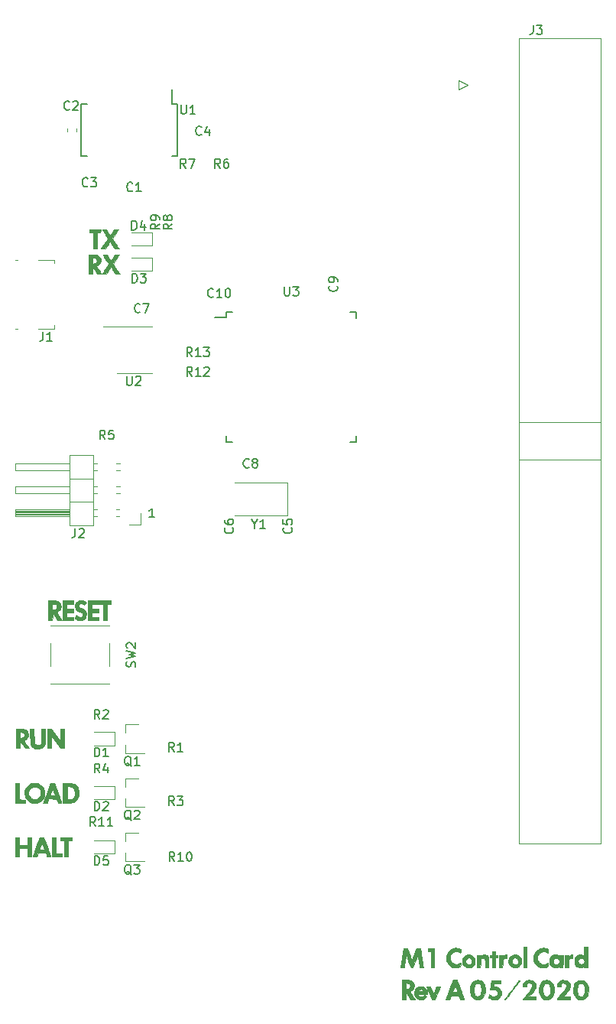
<source format=gto>
G04 #@! TF.GenerationSoftware,KiCad,Pcbnew,5.1.6-c6e7f7d~86~ubuntu18.04.1*
G04 #@! TF.CreationDate,2020-07-07T21:11:44+12:00*
G04 #@! TF.ProjectId,M1 Control Card,4d312043-6f6e-4747-926f-6c2043617264,rev?*
G04 #@! TF.SameCoordinates,Original*
G04 #@! TF.FileFunction,Legend,Top*
G04 #@! TF.FilePolarity,Positive*
%FSLAX46Y46*%
G04 Gerber Fmt 4.6, Leading zero omitted, Abs format (unit mm)*
G04 Created by KiCad (PCBNEW 5.1.6-c6e7f7d~86~ubuntu18.04.1) date 2020-07-07 21:11:44*
%MOMM*%
%LPD*%
G01*
G04 APERTURE LIST*
%ADD10C,0.150000*%
%ADD11C,0.010000*%
%ADD12C,0.120000*%
G04 APERTURE END LIST*
D10*
X137750714Y-98992380D02*
X137179285Y-98992380D01*
X137465000Y-98992380D02*
X137465000Y-97992380D01*
X137369761Y-98135238D01*
X137274523Y-98230476D01*
X137179285Y-98278095D01*
D11*
G36*
X184091333Y-147791799D02*
G01*
X184001375Y-147782449D01*
X183898608Y-147790858D01*
X183798080Y-147831730D01*
X183714454Y-147897662D01*
X183679067Y-147945166D01*
X183663931Y-147975218D01*
X183652568Y-148010111D01*
X183644292Y-148056503D01*
X183638414Y-148121052D01*
X183634248Y-148210416D01*
X183631106Y-148331254D01*
X183629340Y-148426708D01*
X183622430Y-148834166D01*
X183437076Y-148834166D01*
X183352277Y-148832652D01*
X183284339Y-148828608D01*
X183243831Y-148822781D01*
X183237611Y-148820055D01*
X183234193Y-148796210D01*
X183231074Y-148735153D01*
X183228357Y-148642007D01*
X183226145Y-148521892D01*
X183224541Y-148379930D01*
X183223650Y-148221243D01*
X183223500Y-148121555D01*
X183223500Y-147437166D01*
X183625667Y-147437166D01*
X183625667Y-147615934D01*
X183685964Y-147549916D01*
X183786864Y-147465819D01*
X183907530Y-147415827D01*
X183986638Y-147401336D01*
X184091333Y-147388936D01*
X184091333Y-147791799D01*
G37*
X184091333Y-147791799D02*
X184001375Y-147782449D01*
X183898608Y-147790858D01*
X183798080Y-147831730D01*
X183714454Y-147897662D01*
X183679067Y-147945166D01*
X183663931Y-147975218D01*
X183652568Y-148010111D01*
X183644292Y-148056503D01*
X183638414Y-148121052D01*
X183634248Y-148210416D01*
X183631106Y-148331254D01*
X183629340Y-148426708D01*
X183622430Y-148834166D01*
X183437076Y-148834166D01*
X183352277Y-148832652D01*
X183284339Y-148828608D01*
X183243831Y-148822781D01*
X183237611Y-148820055D01*
X183234193Y-148796210D01*
X183231074Y-148735153D01*
X183228357Y-148642007D01*
X183226145Y-148521892D01*
X183224541Y-148379930D01*
X183223650Y-148221243D01*
X183223500Y-148121555D01*
X183223500Y-147437166D01*
X183625667Y-147437166D01*
X183625667Y-147615934D01*
X183685964Y-147549916D01*
X183786864Y-147465819D01*
X183907530Y-147415827D01*
X183986638Y-147401336D01*
X184091333Y-147388936D01*
X184091333Y-147791799D01*
G36*
X181027817Y-146681544D02*
G01*
X181183736Y-146719909D01*
X181318500Y-146761534D01*
X181318500Y-147201266D01*
X181187969Y-147134008D01*
X181119972Y-147101077D01*
X181062839Y-147081038D01*
X181001515Y-147070752D01*
X180920946Y-147067084D01*
X180865178Y-147066750D01*
X180764379Y-147068616D01*
X180691856Y-147075862D01*
X180633652Y-147090957D01*
X180575811Y-147116372D01*
X180570999Y-147118814D01*
X180430168Y-147206979D01*
X180321862Y-147313748D01*
X180237481Y-147447675D01*
X180234597Y-147453485D01*
X180199105Y-147530376D01*
X180178156Y-147593744D01*
X180168028Y-147660777D01*
X180165000Y-147748664D01*
X180164917Y-147775388D01*
X180167040Y-147873359D01*
X180175558Y-147945459D01*
X180193692Y-148008031D01*
X180224313Y-148076705D01*
X180313887Y-148215342D01*
X180428964Y-148325689D01*
X180563239Y-148405875D01*
X180710408Y-148454027D01*
X180864164Y-148468276D01*
X181018203Y-148446749D01*
X181166218Y-148387576D01*
X181201507Y-148366703D01*
X181257083Y-148332512D01*
X181296689Y-148310105D01*
X181308652Y-148305000D01*
X181312889Y-148324631D01*
X181316212Y-148377387D01*
X181318169Y-148454062D01*
X181318500Y-148505539D01*
X181318032Y-148598862D01*
X181315062Y-148659027D01*
X181307242Y-148695209D01*
X181292224Y-148716584D01*
X181267661Y-148732327D01*
X181259353Y-148736665D01*
X181147128Y-148779787D01*
X181007800Y-148810949D01*
X180855267Y-148828737D01*
X180703424Y-148831737D01*
X180566169Y-148818535D01*
X180528951Y-148810977D01*
X180362073Y-148752495D01*
X180201618Y-148660503D01*
X180055070Y-148541862D01*
X179929914Y-148403435D01*
X179833632Y-148252081D01*
X179782531Y-148126651D01*
X179756918Y-148011054D01*
X179740874Y-147874112D01*
X179735310Y-147732824D01*
X179741133Y-147604186D01*
X179751026Y-147537442D01*
X179804299Y-147367802D01*
X179889974Y-147199089D01*
X180000237Y-147045441D01*
X180057117Y-146983660D01*
X180224838Y-146844214D01*
X180408003Y-146743755D01*
X180604378Y-146682809D01*
X180811727Y-146661898D01*
X181027817Y-146681544D01*
G37*
X181027817Y-146681544D02*
X181183736Y-146719909D01*
X181318500Y-146761534D01*
X181318500Y-147201266D01*
X181187969Y-147134008D01*
X181119972Y-147101077D01*
X181062839Y-147081038D01*
X181001515Y-147070752D01*
X180920946Y-147067084D01*
X180865178Y-147066750D01*
X180764379Y-147068616D01*
X180691856Y-147075862D01*
X180633652Y-147090957D01*
X180575811Y-147116372D01*
X180570999Y-147118814D01*
X180430168Y-147206979D01*
X180321862Y-147313748D01*
X180237481Y-147447675D01*
X180234597Y-147453485D01*
X180199105Y-147530376D01*
X180178156Y-147593744D01*
X180168028Y-147660777D01*
X180165000Y-147748664D01*
X180164917Y-147775388D01*
X180167040Y-147873359D01*
X180175558Y-147945459D01*
X180193692Y-148008031D01*
X180224313Y-148076705D01*
X180313887Y-148215342D01*
X180428964Y-148325689D01*
X180563239Y-148405875D01*
X180710408Y-148454027D01*
X180864164Y-148468276D01*
X181018203Y-148446749D01*
X181166218Y-148387576D01*
X181201507Y-148366703D01*
X181257083Y-148332512D01*
X181296689Y-148310105D01*
X181308652Y-148305000D01*
X181312889Y-148324631D01*
X181316212Y-148377387D01*
X181318169Y-148454062D01*
X181318500Y-148505539D01*
X181318032Y-148598862D01*
X181315062Y-148659027D01*
X181307242Y-148695209D01*
X181292224Y-148716584D01*
X181267661Y-148732327D01*
X181259353Y-148736665D01*
X181147128Y-148779787D01*
X181007800Y-148810949D01*
X180855267Y-148828737D01*
X180703424Y-148831737D01*
X180566169Y-148818535D01*
X180528951Y-148810977D01*
X180362073Y-148752495D01*
X180201618Y-148660503D01*
X180055070Y-148541862D01*
X179929914Y-148403435D01*
X179833632Y-148252081D01*
X179782531Y-148126651D01*
X179756918Y-148011054D01*
X179740874Y-147874112D01*
X179735310Y-147732824D01*
X179741133Y-147604186D01*
X179751026Y-147537442D01*
X179804299Y-147367802D01*
X179889974Y-147199089D01*
X180000237Y-147045441D01*
X180057117Y-146983660D01*
X180224838Y-146844214D01*
X180408003Y-146743755D01*
X180604378Y-146682809D01*
X180811727Y-146661898D01*
X181027817Y-146681544D01*
G36*
X179011333Y-148834166D02*
G01*
X178609167Y-148834166D01*
X178609167Y-146527000D01*
X179011333Y-146527000D01*
X179011333Y-148834166D01*
G37*
X179011333Y-148834166D02*
X178609167Y-148834166D01*
X178609167Y-146527000D01*
X179011333Y-146527000D01*
X179011333Y-148834166D01*
G36*
X176788833Y-147791799D02*
G01*
X176698875Y-147782449D01*
X176596108Y-147790858D01*
X176495580Y-147831730D01*
X176411954Y-147897662D01*
X176376567Y-147945166D01*
X176361234Y-147975933D01*
X176349610Y-148012361D01*
X176340943Y-148061150D01*
X176334481Y-148129003D01*
X176329474Y-148222620D01*
X176325169Y-148348705D01*
X176323167Y-148421416D01*
X176312583Y-148823583D01*
X176116792Y-148829669D01*
X175921000Y-148835755D01*
X175921000Y-147437166D01*
X176323167Y-147437166D01*
X176323837Y-147527125D01*
X176324508Y-147617083D01*
X176369906Y-147556170D01*
X176429471Y-147500807D01*
X176514917Y-147450380D01*
X176609885Y-147412652D01*
X176698017Y-147395385D01*
X176709458Y-147395040D01*
X176788833Y-147394833D01*
X176788833Y-147791799D01*
G37*
X176788833Y-147791799D02*
X176698875Y-147782449D01*
X176596108Y-147790858D01*
X176495580Y-147831730D01*
X176411954Y-147897662D01*
X176376567Y-147945166D01*
X176361234Y-147975933D01*
X176349610Y-148012361D01*
X176340943Y-148061150D01*
X176334481Y-148129003D01*
X176329474Y-148222620D01*
X176325169Y-148348705D01*
X176323167Y-148421416D01*
X176312583Y-148823583D01*
X176116792Y-148829669D01*
X175921000Y-148835755D01*
X175921000Y-147437166D01*
X176323167Y-147437166D01*
X176323837Y-147527125D01*
X176324508Y-147617083D01*
X176369906Y-147556170D01*
X176429471Y-147500807D01*
X176514917Y-147450380D01*
X176609885Y-147412652D01*
X176698017Y-147395385D01*
X176709458Y-147395040D01*
X176788833Y-147394833D01*
X176788833Y-147791799D01*
G36*
X175540000Y-147437166D02*
G01*
X175730500Y-147437166D01*
X175730500Y-147754666D01*
X175540000Y-147754666D01*
X175540000Y-148834166D01*
X175353028Y-148834166D01*
X175267850Y-148832665D01*
X175199505Y-148828652D01*
X175158508Y-148822866D01*
X175151944Y-148820055D01*
X175148064Y-148795837D01*
X175144591Y-148735179D01*
X175141681Y-148643972D01*
X175139487Y-148528107D01*
X175138163Y-148393477D01*
X175137833Y-148280305D01*
X175137833Y-147754666D01*
X174947333Y-147754666D01*
X174947333Y-147437166D01*
X175137833Y-147437166D01*
X175137833Y-147013833D01*
X175540000Y-147013833D01*
X175540000Y-147437166D01*
G37*
X175540000Y-147437166D02*
X175730500Y-147437166D01*
X175730500Y-147754666D01*
X175540000Y-147754666D01*
X175540000Y-148834166D01*
X175353028Y-148834166D01*
X175267850Y-148832665D01*
X175199505Y-148828652D01*
X175158508Y-148822866D01*
X175151944Y-148820055D01*
X175148064Y-148795837D01*
X175144591Y-148735179D01*
X175141681Y-148643972D01*
X175139487Y-148528107D01*
X175138163Y-148393477D01*
X175137833Y-148280305D01*
X175137833Y-147754666D01*
X174947333Y-147754666D01*
X174947333Y-147437166D01*
X175137833Y-147437166D01*
X175137833Y-147013833D01*
X175540000Y-147013833D01*
X175540000Y-147437166D01*
G36*
X174484688Y-147428686D02*
G01*
X174558596Y-147459956D01*
X174632665Y-147506093D01*
X174684148Y-147563979D01*
X174714500Y-147617532D01*
X174730531Y-147650477D01*
X174742946Y-147681461D01*
X174752207Y-147716211D01*
X174758776Y-147760455D01*
X174763115Y-147819920D01*
X174765686Y-147900332D01*
X174766952Y-148007419D01*
X174767375Y-148146909D01*
X174767417Y-148273250D01*
X174767417Y-148823583D01*
X174375833Y-148835755D01*
X174375833Y-148391838D01*
X174374892Y-148255746D01*
X174372262Y-148131322D01*
X174368239Y-148025782D01*
X174363115Y-147946340D01*
X174357184Y-147900212D01*
X174355611Y-147894734D01*
X174310176Y-147828608D01*
X174240175Y-147786620D01*
X174155940Y-147768952D01*
X174067806Y-147775780D01*
X173986105Y-147807285D01*
X173921171Y-147863643D01*
X173905620Y-147886958D01*
X173894475Y-147925202D01*
X173885111Y-147998885D01*
X173877382Y-148109892D01*
X173871143Y-148260108D01*
X173867833Y-148379083D01*
X173857250Y-148823583D01*
X173661458Y-148829669D01*
X173465667Y-148835755D01*
X173465667Y-147437166D01*
X173867833Y-147437166D01*
X173867833Y-147589718D01*
X173939691Y-147526626D01*
X174059369Y-147448530D01*
X174195628Y-147405578D01*
X174340167Y-147398666D01*
X174484688Y-147428686D01*
G37*
X174484688Y-147428686D02*
X174558596Y-147459956D01*
X174632665Y-147506093D01*
X174684148Y-147563979D01*
X174714500Y-147617532D01*
X174730531Y-147650477D01*
X174742946Y-147681461D01*
X174752207Y-147716211D01*
X174758776Y-147760455D01*
X174763115Y-147819920D01*
X174765686Y-147900332D01*
X174766952Y-148007419D01*
X174767375Y-148146909D01*
X174767417Y-148273250D01*
X174767417Y-148823583D01*
X174375833Y-148835755D01*
X174375833Y-148391838D01*
X174374892Y-148255746D01*
X174372262Y-148131322D01*
X174368239Y-148025782D01*
X174363115Y-147946340D01*
X174357184Y-147900212D01*
X174355611Y-147894734D01*
X174310176Y-147828608D01*
X174240175Y-147786620D01*
X174155940Y-147768952D01*
X174067806Y-147775780D01*
X173986105Y-147807285D01*
X173921171Y-147863643D01*
X173905620Y-147886958D01*
X173894475Y-147925202D01*
X173885111Y-147998885D01*
X173877382Y-148109892D01*
X173871143Y-148260108D01*
X173867833Y-148379083D01*
X173857250Y-148823583D01*
X173661458Y-148829669D01*
X173465667Y-148835755D01*
X173465667Y-147437166D01*
X173867833Y-147437166D01*
X173867833Y-147589718D01*
X173939691Y-147526626D01*
X174059369Y-147448530D01*
X174195628Y-147405578D01*
X174340167Y-147398666D01*
X174484688Y-147428686D01*
G36*
X171303847Y-146672387D02*
G01*
X171379966Y-146685784D01*
X171467960Y-146706441D01*
X171546791Y-146728851D01*
X171601526Y-146748697D01*
X171607508Y-146751581D01*
X171634227Y-146766822D01*
X171651344Y-146785091D01*
X171660996Y-146815209D01*
X171665321Y-146866001D01*
X171666458Y-146946289D01*
X171666500Y-146994974D01*
X171665043Y-147083141D01*
X171661112Y-147152018D01*
X171655366Y-147193071D01*
X171650625Y-147200684D01*
X171624746Y-147187641D01*
X171573416Y-147160942D01*
X171518333Y-147131954D01*
X171366906Y-147074851D01*
X171207566Y-147056168D01*
X171047840Y-147074907D01*
X170895251Y-147130068D01*
X170757325Y-147220654D01*
X170740687Y-147235139D01*
X170629228Y-147355255D01*
X170555696Y-147484587D01*
X170515683Y-147632355D01*
X170506334Y-147725467D01*
X170507700Y-147876346D01*
X170532034Y-148001183D01*
X170583260Y-148111746D01*
X170665304Y-148219801D01*
X170674717Y-148230224D01*
X170798487Y-148343867D01*
X170928843Y-148418306D01*
X171072553Y-148456670D01*
X171179667Y-148463750D01*
X171305251Y-148456790D01*
X171410209Y-148432124D01*
X171514507Y-148384069D01*
X171565538Y-148353924D01*
X171616079Y-148324125D01*
X171650225Y-148306789D01*
X171656262Y-148305000D01*
X171660683Y-148324636D01*
X171663075Y-148377503D01*
X171663185Y-148454534D01*
X171661975Y-148511260D01*
X171655917Y-148717521D01*
X171518333Y-148767928D01*
X171373328Y-148807049D01*
X171211157Y-148827756D01*
X171046436Y-148829656D01*
X170893781Y-148812354D01*
X170798178Y-148787311D01*
X170600163Y-148696988D01*
X170425278Y-148572046D01*
X170337839Y-148488054D01*
X170228872Y-148352555D01*
X170151544Y-148206841D01*
X170103176Y-148043423D01*
X170081086Y-147854809D01*
X170079000Y-147764644D01*
X170093770Y-147556886D01*
X170139935Y-147372946D01*
X170220279Y-147205442D01*
X170337585Y-147046992D01*
X170358318Y-147023792D01*
X170520297Y-146875046D01*
X170698352Y-146764701D01*
X170889971Y-146693589D01*
X171092640Y-146662540D01*
X171303847Y-146672387D01*
G37*
X171303847Y-146672387D02*
X171379966Y-146685784D01*
X171467960Y-146706441D01*
X171546791Y-146728851D01*
X171601526Y-146748697D01*
X171607508Y-146751581D01*
X171634227Y-146766822D01*
X171651344Y-146785091D01*
X171660996Y-146815209D01*
X171665321Y-146866001D01*
X171666458Y-146946289D01*
X171666500Y-146994974D01*
X171665043Y-147083141D01*
X171661112Y-147152018D01*
X171655366Y-147193071D01*
X171650625Y-147200684D01*
X171624746Y-147187641D01*
X171573416Y-147160942D01*
X171518333Y-147131954D01*
X171366906Y-147074851D01*
X171207566Y-147056168D01*
X171047840Y-147074907D01*
X170895251Y-147130068D01*
X170757325Y-147220654D01*
X170740687Y-147235139D01*
X170629228Y-147355255D01*
X170555696Y-147484587D01*
X170515683Y-147632355D01*
X170506334Y-147725467D01*
X170507700Y-147876346D01*
X170532034Y-148001183D01*
X170583260Y-148111746D01*
X170665304Y-148219801D01*
X170674717Y-148230224D01*
X170798487Y-148343867D01*
X170928843Y-148418306D01*
X171072553Y-148456670D01*
X171179667Y-148463750D01*
X171305251Y-148456790D01*
X171410209Y-148432124D01*
X171514507Y-148384069D01*
X171565538Y-148353924D01*
X171616079Y-148324125D01*
X171650225Y-148306789D01*
X171656262Y-148305000D01*
X171660683Y-148324636D01*
X171663075Y-148377503D01*
X171663185Y-148454534D01*
X171661975Y-148511260D01*
X171655917Y-148717521D01*
X171518333Y-148767928D01*
X171373328Y-148807049D01*
X171211157Y-148827756D01*
X171046436Y-148829656D01*
X170893781Y-148812354D01*
X170798178Y-148787311D01*
X170600163Y-148696988D01*
X170425278Y-148572046D01*
X170337839Y-148488054D01*
X170228872Y-148352555D01*
X170151544Y-148206841D01*
X170103176Y-148043423D01*
X170081086Y-147854809D01*
X170079000Y-147764644D01*
X170093770Y-147556886D01*
X170139935Y-147372946D01*
X170220279Y-147205442D01*
X170337585Y-147046992D01*
X170358318Y-147023792D01*
X170520297Y-146875046D01*
X170698352Y-146764701D01*
X170889971Y-146693589D01*
X171092640Y-146662540D01*
X171303847Y-146672387D01*
G36*
X168761571Y-147759958D02*
G01*
X168756083Y-148823583D01*
X168575164Y-148829636D01*
X168491341Y-148830752D01*
X168424308Y-148828493D01*
X168384828Y-148823343D01*
X168379372Y-148820817D01*
X168376211Y-148797140D01*
X168373279Y-148735583D01*
X168370649Y-148640597D01*
X168368393Y-148516635D01*
X168366585Y-148368149D01*
X168365298Y-148199591D01*
X168364603Y-148015414D01*
X168364500Y-147909888D01*
X168364500Y-147013833D01*
X168068167Y-147013833D01*
X168068167Y-146696333D01*
X168767058Y-146696333D01*
X168761571Y-147759958D01*
G37*
X168761571Y-147759958D02*
X168756083Y-148823583D01*
X168575164Y-148829636D01*
X168491341Y-148830752D01*
X168424308Y-148828493D01*
X168384828Y-148823343D01*
X168379372Y-148820817D01*
X168376211Y-148797140D01*
X168373279Y-148735583D01*
X168370649Y-148640597D01*
X168368393Y-148516635D01*
X168366585Y-148368149D01*
X168365298Y-148199591D01*
X168364603Y-148015414D01*
X168364500Y-147909888D01*
X168364500Y-147013833D01*
X168068167Y-147013833D01*
X168068167Y-146696333D01*
X168767058Y-146696333D01*
X168761571Y-147759958D01*
G36*
X167210507Y-146743958D02*
G01*
X167221160Y-146807511D01*
X167236477Y-146903019D01*
X167255703Y-147025463D01*
X167278082Y-147169826D01*
X167302860Y-147331089D01*
X167329279Y-147504235D01*
X167356584Y-147684246D01*
X167384021Y-147866104D01*
X167410832Y-148044792D01*
X167436264Y-148215290D01*
X167459559Y-148372582D01*
X167479963Y-148511649D01*
X167496720Y-148627475D01*
X167509074Y-148715039D01*
X167516270Y-148769326D01*
X167517833Y-148784888D01*
X167515737Y-148808728D01*
X167503881Y-148823296D01*
X167473910Y-148830872D01*
X167417471Y-148833735D01*
X167337252Y-148834166D01*
X167236452Y-148831577D01*
X167174296Y-148823492D01*
X167147394Y-148809438D01*
X167146431Y-148807481D01*
X167140734Y-148780681D01*
X167129410Y-148717291D01*
X167113330Y-148622551D01*
X167093364Y-148501702D01*
X167070382Y-148359985D01*
X167045257Y-148202642D01*
X167031745Y-148117103D01*
X167006037Y-147954872D01*
X166982193Y-147806560D01*
X166961051Y-147677207D01*
X166943448Y-147571855D01*
X166930222Y-147495544D01*
X166922209Y-147453314D01*
X166920349Y-147446459D01*
X166911734Y-147463941D01*
X166890364Y-147516757D01*
X166857932Y-147600452D01*
X166816130Y-147710570D01*
X166766652Y-147842654D01*
X166711193Y-147992250D01*
X166659991Y-148131546D01*
X166406583Y-148823583D01*
X166159179Y-148823583D01*
X165898506Y-148103916D01*
X165838738Y-147940564D01*
X165783192Y-147791921D01*
X165733523Y-147662174D01*
X165691384Y-147555511D01*
X165658432Y-147476120D01*
X165636320Y-147428188D01*
X165626703Y-147415903D01*
X165626666Y-147416000D01*
X165620754Y-147444254D01*
X165609397Y-147508935D01*
X165593479Y-147604611D01*
X165573886Y-147725849D01*
X165551502Y-147867220D01*
X165527212Y-148023290D01*
X165518061Y-148082750D01*
X165493177Y-148244394D01*
X165469881Y-148394735D01*
X165449073Y-148528048D01*
X165431650Y-148638607D01*
X165418514Y-148720687D01*
X165410561Y-148768562D01*
X165409212Y-148775958D01*
X165397803Y-148834166D01*
X165208985Y-148834166D01*
X165125502Y-148832520D01*
X165060914Y-148828112D01*
X165024704Y-148821742D01*
X165020186Y-148818291D01*
X165023249Y-148794852D01*
X165032035Y-148733580D01*
X165045945Y-148638501D01*
X165064383Y-148513641D01*
X165086752Y-148363027D01*
X165112456Y-148190683D01*
X165140898Y-148000638D01*
X165171480Y-147796916D01*
X165178936Y-147747343D01*
X165209915Y-147541247D01*
X165238897Y-147348096D01*
X165265285Y-147171881D01*
X165288484Y-147016598D01*
X165307900Y-146886239D01*
X165322935Y-146784796D01*
X165332995Y-146716265D01*
X165337484Y-146684636D01*
X165337667Y-146682978D01*
X165357340Y-146679662D01*
X165410450Y-146678068D01*
X165488128Y-146678330D01*
X165553374Y-146679717D01*
X165769082Y-146685750D01*
X166022595Y-147359392D01*
X166090752Y-147538527D01*
X166150937Y-147692735D01*
X166201997Y-147819248D01*
X166242778Y-147915300D01*
X166272126Y-147978123D01*
X166288886Y-148004950D01*
X166291821Y-148004957D01*
X166302666Y-147978881D01*
X166326132Y-147917946D01*
X166360379Y-147827079D01*
X166403569Y-147711210D01*
X166453860Y-147575266D01*
X166509413Y-147424173D01*
X166545336Y-147326023D01*
X166783138Y-146675166D01*
X167198415Y-146675166D01*
X167210507Y-146743958D01*
G37*
X167210507Y-146743958D02*
X167221160Y-146807511D01*
X167236477Y-146903019D01*
X167255703Y-147025463D01*
X167278082Y-147169826D01*
X167302860Y-147331089D01*
X167329279Y-147504235D01*
X167356584Y-147684246D01*
X167384021Y-147866104D01*
X167410832Y-148044792D01*
X167436264Y-148215290D01*
X167459559Y-148372582D01*
X167479963Y-148511649D01*
X167496720Y-148627475D01*
X167509074Y-148715039D01*
X167516270Y-148769326D01*
X167517833Y-148784888D01*
X167515737Y-148808728D01*
X167503881Y-148823296D01*
X167473910Y-148830872D01*
X167417471Y-148833735D01*
X167337252Y-148834166D01*
X167236452Y-148831577D01*
X167174296Y-148823492D01*
X167147394Y-148809438D01*
X167146431Y-148807481D01*
X167140734Y-148780681D01*
X167129410Y-148717291D01*
X167113330Y-148622551D01*
X167093364Y-148501702D01*
X167070382Y-148359985D01*
X167045257Y-148202642D01*
X167031745Y-148117103D01*
X167006037Y-147954872D01*
X166982193Y-147806560D01*
X166961051Y-147677207D01*
X166943448Y-147571855D01*
X166930222Y-147495544D01*
X166922209Y-147453314D01*
X166920349Y-147446459D01*
X166911734Y-147463941D01*
X166890364Y-147516757D01*
X166857932Y-147600452D01*
X166816130Y-147710570D01*
X166766652Y-147842654D01*
X166711193Y-147992250D01*
X166659991Y-148131546D01*
X166406583Y-148823583D01*
X166159179Y-148823583D01*
X165898506Y-148103916D01*
X165838738Y-147940564D01*
X165783192Y-147791921D01*
X165733523Y-147662174D01*
X165691384Y-147555511D01*
X165658432Y-147476120D01*
X165636320Y-147428188D01*
X165626703Y-147415903D01*
X165626666Y-147416000D01*
X165620754Y-147444254D01*
X165609397Y-147508935D01*
X165593479Y-147604611D01*
X165573886Y-147725849D01*
X165551502Y-147867220D01*
X165527212Y-148023290D01*
X165518061Y-148082750D01*
X165493177Y-148244394D01*
X165469881Y-148394735D01*
X165449073Y-148528048D01*
X165431650Y-148638607D01*
X165418514Y-148720687D01*
X165410561Y-148768562D01*
X165409212Y-148775958D01*
X165397803Y-148834166D01*
X165208985Y-148834166D01*
X165125502Y-148832520D01*
X165060914Y-148828112D01*
X165024704Y-148821742D01*
X165020186Y-148818291D01*
X165023249Y-148794852D01*
X165032035Y-148733580D01*
X165045945Y-148638501D01*
X165064383Y-148513641D01*
X165086752Y-148363027D01*
X165112456Y-148190683D01*
X165140898Y-148000638D01*
X165171480Y-147796916D01*
X165178936Y-147747343D01*
X165209915Y-147541247D01*
X165238897Y-147348096D01*
X165265285Y-147171881D01*
X165288484Y-147016598D01*
X165307900Y-146886239D01*
X165322935Y-146784796D01*
X165332995Y-146716265D01*
X165337484Y-146684636D01*
X165337667Y-146682978D01*
X165357340Y-146679662D01*
X165410450Y-146678068D01*
X165488128Y-146678330D01*
X165553374Y-146679717D01*
X165769082Y-146685750D01*
X166022595Y-147359392D01*
X166090752Y-147538527D01*
X166150937Y-147692735D01*
X166201997Y-147819248D01*
X166242778Y-147915300D01*
X166272126Y-147978123D01*
X166288886Y-148004950D01*
X166291821Y-148004957D01*
X166302666Y-147978881D01*
X166326132Y-147917946D01*
X166360379Y-147827079D01*
X166403569Y-147711210D01*
X166453860Y-147575266D01*
X166509413Y-147424173D01*
X166545336Y-147326023D01*
X166783138Y-146675166D01*
X167198415Y-146675166D01*
X167210507Y-146743958D01*
G36*
X185763500Y-148835755D02*
G01*
X185567708Y-148829669D01*
X185371917Y-148823583D01*
X185365378Y-148756048D01*
X185358839Y-148688514D01*
X185260275Y-148751021D01*
X185111649Y-148822303D01*
X184956397Y-148853687D01*
X184799975Y-148844486D01*
X184710978Y-148820321D01*
X184620216Y-148773263D01*
X184524373Y-148699302D01*
X184436040Y-148610001D01*
X184367813Y-148516925D01*
X184354764Y-148493226D01*
X184303847Y-148352946D01*
X184278653Y-148192527D01*
X184278820Y-148161021D01*
X184690031Y-148161021D01*
X184727373Y-148275397D01*
X184794454Y-148369951D01*
X184884538Y-148433463D01*
X184989724Y-148463822D01*
X185102111Y-148458920D01*
X185213798Y-148416645D01*
X185226997Y-148408826D01*
X185309744Y-148334382D01*
X185362762Y-148236974D01*
X185383563Y-148126038D01*
X185369661Y-148011014D01*
X185347442Y-147951768D01*
X185284685Y-147863913D01*
X185198985Y-147804385D01*
X185099085Y-147773441D01*
X184993731Y-147771335D01*
X184891664Y-147798324D01*
X184801630Y-147854662D01*
X184736195Y-147933905D01*
X184692116Y-148045969D01*
X184690031Y-148161021D01*
X184278820Y-148161021D01*
X184279541Y-148025724D01*
X184306872Y-147866292D01*
X184336129Y-147779850D01*
X184404372Y-147662666D01*
X184502653Y-147555273D01*
X184618813Y-147470858D01*
X184623374Y-147468304D01*
X184685613Y-147436508D01*
X184740452Y-147417608D01*
X184803085Y-147408358D01*
X184888708Y-147405509D01*
X184917614Y-147405416D01*
X185013967Y-147407336D01*
X185084761Y-147415419D01*
X185146682Y-147433149D01*
X185216420Y-147464010D01*
X185229822Y-147470599D01*
X185361333Y-147535782D01*
X185361333Y-146527000D01*
X185763500Y-146527000D01*
X185763500Y-148835755D01*
G37*
X185763500Y-148835755D02*
X185567708Y-148829669D01*
X185371917Y-148823583D01*
X185365378Y-148756048D01*
X185358839Y-148688514D01*
X185260275Y-148751021D01*
X185111649Y-148822303D01*
X184956397Y-148853687D01*
X184799975Y-148844486D01*
X184710978Y-148820321D01*
X184620216Y-148773263D01*
X184524373Y-148699302D01*
X184436040Y-148610001D01*
X184367813Y-148516925D01*
X184354764Y-148493226D01*
X184303847Y-148352946D01*
X184278653Y-148192527D01*
X184278820Y-148161021D01*
X184690031Y-148161021D01*
X184727373Y-148275397D01*
X184794454Y-148369951D01*
X184884538Y-148433463D01*
X184989724Y-148463822D01*
X185102111Y-148458920D01*
X185213798Y-148416645D01*
X185226997Y-148408826D01*
X185309744Y-148334382D01*
X185362762Y-148236974D01*
X185383563Y-148126038D01*
X185369661Y-148011014D01*
X185347442Y-147951768D01*
X185284685Y-147863913D01*
X185198985Y-147804385D01*
X185099085Y-147773441D01*
X184993731Y-147771335D01*
X184891664Y-147798324D01*
X184801630Y-147854662D01*
X184736195Y-147933905D01*
X184692116Y-148045969D01*
X184690031Y-148161021D01*
X184278820Y-148161021D01*
X184279541Y-148025724D01*
X184306872Y-147866292D01*
X184336129Y-147779850D01*
X184404372Y-147662666D01*
X184502653Y-147555273D01*
X184618813Y-147470858D01*
X184623374Y-147468304D01*
X184685613Y-147436508D01*
X184740452Y-147417608D01*
X184803085Y-147408358D01*
X184888708Y-147405509D01*
X184917614Y-147405416D01*
X185013967Y-147407336D01*
X185084761Y-147415419D01*
X185146682Y-147433149D01*
X185216420Y-147464010D01*
X185229822Y-147470599D01*
X185361333Y-147535782D01*
X185361333Y-146527000D01*
X185763500Y-146527000D01*
X185763500Y-148835755D01*
G36*
X182262829Y-147406603D02*
G01*
X182331847Y-147411857D01*
X182385888Y-147424102D01*
X182438621Y-147446161D01*
X182487958Y-147472172D01*
X182609667Y-147538928D01*
X182609667Y-147488047D01*
X182611293Y-147464487D01*
X182621455Y-147449621D01*
X182648073Y-147441449D01*
X182699068Y-147437968D01*
X182782363Y-147437178D01*
X182811039Y-147437166D01*
X183012412Y-147437166D01*
X183006831Y-148130375D01*
X183001250Y-148823583D01*
X182805458Y-148829669D01*
X182609667Y-148835755D01*
X182609667Y-148685399D01*
X182530292Y-148737793D01*
X182401033Y-148803552D01*
X182257784Y-148843715D01*
X182113845Y-148855943D01*
X181982517Y-148837895D01*
X181974529Y-148835556D01*
X181833806Y-148773736D01*
X181709458Y-148682322D01*
X181610216Y-148569146D01*
X181549086Y-148453852D01*
X181524806Y-148370786D01*
X181504632Y-148268430D01*
X181493524Y-148175294D01*
X181495236Y-148114856D01*
X181915118Y-148114856D01*
X181921022Y-148208928D01*
X181959908Y-148305846D01*
X182030770Y-148397880D01*
X182125430Y-148460636D01*
X182234423Y-148490695D01*
X182348282Y-148484636D01*
X182404960Y-148466628D01*
X182495422Y-148408429D01*
X182565592Y-148323653D01*
X182610015Y-148223200D01*
X182623239Y-148117971D01*
X182612453Y-148051953D01*
X182559888Y-147936965D01*
X182484745Y-147852412D01*
X182393939Y-147798692D01*
X182294384Y-147776201D01*
X182192993Y-147785338D01*
X182096682Y-147826498D01*
X182012364Y-147900079D01*
X181946954Y-148006477D01*
X181943927Y-148013567D01*
X181915118Y-148114856D01*
X181495236Y-148114856D01*
X181498699Y-147992647D01*
X181539547Y-147826015D01*
X181614007Y-147679457D01*
X181720016Y-147557029D01*
X181855512Y-147462791D01*
X181855639Y-147462724D01*
X181913175Y-147435061D01*
X181966373Y-147418009D01*
X182028662Y-147409087D01*
X182113470Y-147405812D01*
X182165167Y-147405518D01*
X182262829Y-147406603D01*
G37*
X182262829Y-147406603D02*
X182331847Y-147411857D01*
X182385888Y-147424102D01*
X182438621Y-147446161D01*
X182487958Y-147472172D01*
X182609667Y-147538928D01*
X182609667Y-147488047D01*
X182611293Y-147464487D01*
X182621455Y-147449621D01*
X182648073Y-147441449D01*
X182699068Y-147437968D01*
X182782363Y-147437178D01*
X182811039Y-147437166D01*
X183012412Y-147437166D01*
X183006831Y-148130375D01*
X183001250Y-148823583D01*
X182805458Y-148829669D01*
X182609667Y-148835755D01*
X182609667Y-148685399D01*
X182530292Y-148737793D01*
X182401033Y-148803552D01*
X182257784Y-148843715D01*
X182113845Y-148855943D01*
X181982517Y-148837895D01*
X181974529Y-148835556D01*
X181833806Y-148773736D01*
X181709458Y-148682322D01*
X181610216Y-148569146D01*
X181549086Y-148453852D01*
X181524806Y-148370786D01*
X181504632Y-148268430D01*
X181493524Y-148175294D01*
X181495236Y-148114856D01*
X181915118Y-148114856D01*
X181921022Y-148208928D01*
X181959908Y-148305846D01*
X182030770Y-148397880D01*
X182125430Y-148460636D01*
X182234423Y-148490695D01*
X182348282Y-148484636D01*
X182404960Y-148466628D01*
X182495422Y-148408429D01*
X182565592Y-148323653D01*
X182610015Y-148223200D01*
X182623239Y-148117971D01*
X182612453Y-148051953D01*
X182559888Y-147936965D01*
X182484745Y-147852412D01*
X182393939Y-147798692D01*
X182294384Y-147776201D01*
X182192993Y-147785338D01*
X182096682Y-147826498D01*
X182012364Y-147900079D01*
X181946954Y-148006477D01*
X181943927Y-148013567D01*
X181915118Y-148114856D01*
X181495236Y-148114856D01*
X181498699Y-147992647D01*
X181539547Y-147826015D01*
X181614007Y-147679457D01*
X181720016Y-147557029D01*
X181855512Y-147462791D01*
X181855639Y-147462724D01*
X181913175Y-147435061D01*
X181966373Y-147418009D01*
X182028662Y-147409087D01*
X182113470Y-147405812D01*
X182165167Y-147405518D01*
X182262829Y-147406603D01*
G36*
X177783300Y-147406883D02*
G01*
X177850868Y-147412749D01*
X177906114Y-147426768D01*
X177964030Y-147452278D01*
X178012817Y-147478014D01*
X178158161Y-147578357D01*
X178271518Y-147700995D01*
X178352184Y-147840387D01*
X178399451Y-147990988D01*
X178412615Y-148147255D01*
X178390968Y-148303645D01*
X178333804Y-148454613D01*
X178240419Y-148594617D01*
X178164966Y-148672627D01*
X178093332Y-148728780D01*
X178013340Y-148779285D01*
X177976757Y-148797807D01*
X177877963Y-148828125D01*
X177757062Y-148845524D01*
X177631537Y-148849021D01*
X177518874Y-148837633D01*
X177473028Y-148826116D01*
X177339623Y-148767483D01*
X177220371Y-148680547D01*
X177149347Y-148610203D01*
X177062286Y-148501782D01*
X177006625Y-148394188D01*
X176977231Y-148273896D01*
X176968957Y-148135221D01*
X176970373Y-148056903D01*
X177345386Y-148056903D01*
X177345644Y-148168318D01*
X177376240Y-148274840D01*
X177433938Y-148366424D01*
X177515499Y-148433024D01*
X177537691Y-148443925D01*
X177624830Y-148467263D01*
X177722538Y-148471725D01*
X177811084Y-148457279D01*
X177842926Y-148444473D01*
X177940156Y-148372893D01*
X178008941Y-148278987D01*
X178045105Y-148171504D01*
X178044472Y-148059198D01*
X178038791Y-148034010D01*
X177997223Y-147938771D01*
X177931484Y-147852518D01*
X177853276Y-147789445D01*
X177825852Y-147775772D01*
X177739745Y-147757980D01*
X177638996Y-147762932D01*
X177543050Y-147788268D01*
X177489558Y-147816582D01*
X177436948Y-147866733D01*
X177388737Y-147932620D01*
X177378706Y-147950643D01*
X177345386Y-148056903D01*
X176970373Y-148056903D01*
X176970685Y-148039698D01*
X176978597Y-147969289D01*
X176996390Y-147906846D01*
X177027760Y-147835223D01*
X177038319Y-147813544D01*
X177136118Y-147661655D01*
X177265367Y-147537366D01*
X177398087Y-147455458D01*
X177458395Y-147429933D01*
X177520872Y-147414761D01*
X177599617Y-147407533D01*
X177688417Y-147405837D01*
X177783300Y-147406883D01*
G37*
X177783300Y-147406883D02*
X177850868Y-147412749D01*
X177906114Y-147426768D01*
X177964030Y-147452278D01*
X178012817Y-147478014D01*
X178158161Y-147578357D01*
X178271518Y-147700995D01*
X178352184Y-147840387D01*
X178399451Y-147990988D01*
X178412615Y-148147255D01*
X178390968Y-148303645D01*
X178333804Y-148454613D01*
X178240419Y-148594617D01*
X178164966Y-148672627D01*
X178093332Y-148728780D01*
X178013340Y-148779285D01*
X177976757Y-148797807D01*
X177877963Y-148828125D01*
X177757062Y-148845524D01*
X177631537Y-148849021D01*
X177518874Y-148837633D01*
X177473028Y-148826116D01*
X177339623Y-148767483D01*
X177220371Y-148680547D01*
X177149347Y-148610203D01*
X177062286Y-148501782D01*
X177006625Y-148394188D01*
X176977231Y-148273896D01*
X176968957Y-148135221D01*
X176970373Y-148056903D01*
X177345386Y-148056903D01*
X177345644Y-148168318D01*
X177376240Y-148274840D01*
X177433938Y-148366424D01*
X177515499Y-148433024D01*
X177537691Y-148443925D01*
X177624830Y-148467263D01*
X177722538Y-148471725D01*
X177811084Y-148457279D01*
X177842926Y-148444473D01*
X177940156Y-148372893D01*
X178008941Y-148278987D01*
X178045105Y-148171504D01*
X178044472Y-148059198D01*
X178038791Y-148034010D01*
X177997223Y-147938771D01*
X177931484Y-147852518D01*
X177853276Y-147789445D01*
X177825852Y-147775772D01*
X177739745Y-147757980D01*
X177638996Y-147762932D01*
X177543050Y-147788268D01*
X177489558Y-147816582D01*
X177436948Y-147866733D01*
X177388737Y-147932620D01*
X177378706Y-147950643D01*
X177345386Y-148056903D01*
X176970373Y-148056903D01*
X176970685Y-148039698D01*
X176978597Y-147969289D01*
X176996390Y-147906846D01*
X177027760Y-147835223D01*
X177038319Y-147813544D01*
X177136118Y-147661655D01*
X177265367Y-147537366D01*
X177398087Y-147455458D01*
X177458395Y-147429933D01*
X177520872Y-147414761D01*
X177599617Y-147407533D01*
X177688417Y-147405837D01*
X177783300Y-147406883D01*
G36*
X172653698Y-147407588D02*
G01*
X172725997Y-147416230D01*
X172788701Y-147434531D01*
X172854469Y-147463882D01*
X172970028Y-147537804D01*
X173080361Y-147638818D01*
X173172153Y-147753354D01*
X173218439Y-147834735D01*
X173242095Y-147895445D01*
X173256298Y-147960601D01*
X173263093Y-148043524D01*
X173264567Y-148135666D01*
X173263527Y-148232666D01*
X173258335Y-148301460D01*
X173245911Y-148356164D01*
X173223178Y-148410891D01*
X173191149Y-148472219D01*
X173093574Y-148610321D01*
X172969294Y-148720296D01*
X172824959Y-148799488D01*
X172667219Y-148845241D01*
X172502725Y-148854901D01*
X172338128Y-148825810D01*
X172320100Y-148820063D01*
X172199558Y-148762893D01*
X172081237Y-148677065D01*
X171980165Y-148574269D01*
X171947246Y-148530001D01*
X171871709Y-148382108D01*
X171833922Y-148225267D01*
X171833093Y-148152703D01*
X172204120Y-148152703D01*
X172231992Y-148260054D01*
X172294809Y-148356329D01*
X172379731Y-148426617D01*
X172475299Y-148463476D01*
X172584671Y-148471049D01*
X172691632Y-148449900D01*
X172763738Y-148413274D01*
X172845383Y-148332828D01*
X172894422Y-148236881D01*
X172912663Y-148133004D01*
X172901911Y-148028762D01*
X172863976Y-147931727D01*
X172800661Y-147849465D01*
X172713776Y-147789545D01*
X172607743Y-147759821D01*
X172505395Y-147757176D01*
X172423863Y-147779176D01*
X172346516Y-147830719D01*
X172335828Y-147839908D01*
X172255471Y-147935058D01*
X172211757Y-148041847D01*
X172204120Y-148152703D01*
X171833093Y-148152703D01*
X171832098Y-148065662D01*
X171864449Y-147909476D01*
X171929190Y-147762892D01*
X172024532Y-147632095D01*
X172148690Y-147523268D01*
X172256035Y-147461465D01*
X172327223Y-147431755D01*
X172393947Y-147414605D01*
X172472883Y-147406891D01*
X172555500Y-147405416D01*
X172653698Y-147407588D01*
G37*
X172653698Y-147407588D02*
X172725997Y-147416230D01*
X172788701Y-147434531D01*
X172854469Y-147463882D01*
X172970028Y-147537804D01*
X173080361Y-147638818D01*
X173172153Y-147753354D01*
X173218439Y-147834735D01*
X173242095Y-147895445D01*
X173256298Y-147960601D01*
X173263093Y-148043524D01*
X173264567Y-148135666D01*
X173263527Y-148232666D01*
X173258335Y-148301460D01*
X173245911Y-148356164D01*
X173223178Y-148410891D01*
X173191149Y-148472219D01*
X173093574Y-148610321D01*
X172969294Y-148720296D01*
X172824959Y-148799488D01*
X172667219Y-148845241D01*
X172502725Y-148854901D01*
X172338128Y-148825810D01*
X172320100Y-148820063D01*
X172199558Y-148762893D01*
X172081237Y-148677065D01*
X171980165Y-148574269D01*
X171947246Y-148530001D01*
X171871709Y-148382108D01*
X171833922Y-148225267D01*
X171833093Y-148152703D01*
X172204120Y-148152703D01*
X172231992Y-148260054D01*
X172294809Y-148356329D01*
X172379731Y-148426617D01*
X172475299Y-148463476D01*
X172584671Y-148471049D01*
X172691632Y-148449900D01*
X172763738Y-148413274D01*
X172845383Y-148332828D01*
X172894422Y-148236881D01*
X172912663Y-148133004D01*
X172901911Y-148028762D01*
X172863976Y-147931727D01*
X172800661Y-147849465D01*
X172713776Y-147789545D01*
X172607743Y-147759821D01*
X172505395Y-147757176D01*
X172423863Y-147779176D01*
X172346516Y-147830719D01*
X172335828Y-147839908D01*
X172255471Y-147935058D01*
X172211757Y-148041847D01*
X172204120Y-148152703D01*
X171833093Y-148152703D01*
X171832098Y-148065662D01*
X171864449Y-147909476D01*
X171929190Y-147762892D01*
X172024532Y-147632095D01*
X172148690Y-147523268D01*
X172256035Y-147461465D01*
X172327223Y-147431755D01*
X172393947Y-147414605D01*
X172472883Y-147406891D01*
X172555500Y-147405416D01*
X172653698Y-147407588D01*
G36*
X183192038Y-150220111D02*
G01*
X183366363Y-150256228D01*
X183513356Y-150321859D01*
X183631358Y-150415650D01*
X183718710Y-150536245D01*
X183773752Y-150682291D01*
X183794825Y-150852431D01*
X183795000Y-150870537D01*
X183789752Y-150965601D01*
X183772190Y-151057235D01*
X183739592Y-151150363D01*
X183689230Y-151249906D01*
X183618382Y-151360790D01*
X183524323Y-151487937D01*
X183404327Y-151636272D01*
X183308814Y-151749084D01*
X183058529Y-152040916D01*
X183816167Y-152052454D01*
X183816167Y-152347833D01*
X183062168Y-152347833D01*
X182863908Y-152347776D01*
X182704050Y-152347456D01*
X182578663Y-152346653D01*
X182483813Y-152345144D01*
X182415571Y-152342706D01*
X182370004Y-152339119D01*
X182343181Y-152334160D01*
X182331170Y-152327607D01*
X182330040Y-152319239D01*
X182335859Y-152308833D01*
X182337210Y-152306911D01*
X182358042Y-152280756D01*
X182402681Y-152226899D01*
X182467385Y-152149778D01*
X182548413Y-152053836D01*
X182642022Y-151943512D01*
X182744472Y-151823245D01*
X182769768Y-151793620D01*
X182907582Y-151631663D01*
X183020236Y-151497599D01*
X183110603Y-151387599D01*
X183181557Y-151297835D01*
X183235971Y-151224480D01*
X183276720Y-151163705D01*
X183306678Y-151111682D01*
X183328719Y-151064585D01*
X183340773Y-151033071D01*
X183368991Y-150905170D01*
X183362617Y-150787232D01*
X183323623Y-150685322D01*
X183253982Y-150605502D01*
X183188987Y-150566430D01*
X183077472Y-150536598D01*
X182974173Y-150545040D01*
X182884839Y-150587768D01*
X182815219Y-150660794D01*
X182771063Y-150760131D01*
X182757833Y-150865486D01*
X182757833Y-150950833D01*
X182349820Y-150950833D01*
X182364268Y-150807958D01*
X182381908Y-150677420D01*
X182407364Y-150577397D01*
X182444847Y-150496227D01*
X182498571Y-150422244D01*
X182507127Y-150412364D01*
X182593503Y-150330190D01*
X182690113Y-150272825D01*
X182806270Y-150236474D01*
X182951289Y-150217344D01*
X182992039Y-150214863D01*
X183192038Y-150220111D01*
G37*
X183192038Y-150220111D02*
X183366363Y-150256228D01*
X183513356Y-150321859D01*
X183631358Y-150415650D01*
X183718710Y-150536245D01*
X183773752Y-150682291D01*
X183794825Y-150852431D01*
X183795000Y-150870537D01*
X183789752Y-150965601D01*
X183772190Y-151057235D01*
X183739592Y-151150363D01*
X183689230Y-151249906D01*
X183618382Y-151360790D01*
X183524323Y-151487937D01*
X183404327Y-151636272D01*
X183308814Y-151749084D01*
X183058529Y-152040916D01*
X183816167Y-152052454D01*
X183816167Y-152347833D01*
X183062168Y-152347833D01*
X182863908Y-152347776D01*
X182704050Y-152347456D01*
X182578663Y-152346653D01*
X182483813Y-152345144D01*
X182415571Y-152342706D01*
X182370004Y-152339119D01*
X182343181Y-152334160D01*
X182331170Y-152327607D01*
X182330040Y-152319239D01*
X182335859Y-152308833D01*
X182337210Y-152306911D01*
X182358042Y-152280756D01*
X182402681Y-152226899D01*
X182467385Y-152149778D01*
X182548413Y-152053836D01*
X182642022Y-151943512D01*
X182744472Y-151823245D01*
X182769768Y-151793620D01*
X182907582Y-151631663D01*
X183020236Y-151497599D01*
X183110603Y-151387599D01*
X183181557Y-151297835D01*
X183235971Y-151224480D01*
X183276720Y-151163705D01*
X183306678Y-151111682D01*
X183328719Y-151064585D01*
X183340773Y-151033071D01*
X183368991Y-150905170D01*
X183362617Y-150787232D01*
X183323623Y-150685322D01*
X183253982Y-150605502D01*
X183188987Y-150566430D01*
X183077472Y-150536598D01*
X182974173Y-150545040D01*
X182884839Y-150587768D01*
X182815219Y-150660794D01*
X182771063Y-150760131D01*
X182757833Y-150865486D01*
X182757833Y-150950833D01*
X182349820Y-150950833D01*
X182364268Y-150807958D01*
X182381908Y-150677420D01*
X182407364Y-150577397D01*
X182444847Y-150496227D01*
X182498571Y-150422244D01*
X182507127Y-150412364D01*
X182593503Y-150330190D01*
X182690113Y-150272825D01*
X182806270Y-150236474D01*
X182951289Y-150217344D01*
X182992039Y-150214863D01*
X183192038Y-150220111D01*
G36*
X179391138Y-150220386D02*
G01*
X179563926Y-150258058D01*
X179710147Y-150325352D01*
X179827884Y-150420967D01*
X179915217Y-150543601D01*
X179970230Y-150691954D01*
X179981202Y-150747838D01*
X179991612Y-150855987D01*
X179986430Y-150960330D01*
X179963487Y-151065183D01*
X179920614Y-151174863D01*
X179855642Y-151293684D01*
X179766403Y-151425964D01*
X179650728Y-151576016D01*
X179506448Y-151748158D01*
X179440424Y-151823958D01*
X179240522Y-152051500D01*
X180006167Y-152051500D01*
X180006167Y-152347833D01*
X179251469Y-152347833D01*
X179053021Y-152347742D01*
X178893016Y-152347335D01*
X178767562Y-152346413D01*
X178672770Y-152344778D01*
X178604749Y-152342229D01*
X178559608Y-152338567D01*
X178533456Y-152333594D01*
X178522403Y-152327109D01*
X178522559Y-152318914D01*
X178528310Y-152310791D01*
X178709935Y-152097377D01*
X178866149Y-151913524D01*
X178999055Y-151756618D01*
X179110756Y-151624045D01*
X179203353Y-151513193D01*
X179278949Y-151421447D01*
X179339646Y-151346194D01*
X179387548Y-151284822D01*
X179424755Y-151234715D01*
X179453371Y-151193262D01*
X179475498Y-151157849D01*
X179493238Y-151125861D01*
X179508693Y-151094687D01*
X179511650Y-151088416D01*
X179552216Y-150963643D01*
X179559676Y-150840445D01*
X179535373Y-150727027D01*
X179480652Y-150631596D01*
X179428835Y-150582677D01*
X179356686Y-150551036D01*
X179264717Y-150538808D01*
X179170865Y-150546264D01*
X179093070Y-150573672D01*
X179086850Y-150577531D01*
X179030648Y-150634383D01*
X178984105Y-150717658D01*
X178954694Y-150811500D01*
X178948298Y-150871458D01*
X178947833Y-150950833D01*
X178566833Y-150950833D01*
X178566951Y-150818541D01*
X178581855Y-150653719D01*
X178627353Y-150516894D01*
X178705109Y-150405161D01*
X178816784Y-150315614D01*
X178872245Y-150284896D01*
X178943821Y-150252566D01*
X179010912Y-150232217D01*
X179089131Y-150220389D01*
X179193702Y-150213637D01*
X179391138Y-150220386D01*
G37*
X179391138Y-150220386D02*
X179563926Y-150258058D01*
X179710147Y-150325352D01*
X179827884Y-150420967D01*
X179915217Y-150543601D01*
X179970230Y-150691954D01*
X179981202Y-150747838D01*
X179991612Y-150855987D01*
X179986430Y-150960330D01*
X179963487Y-151065183D01*
X179920614Y-151174863D01*
X179855642Y-151293684D01*
X179766403Y-151425964D01*
X179650728Y-151576016D01*
X179506448Y-151748158D01*
X179440424Y-151823958D01*
X179240522Y-152051500D01*
X180006167Y-152051500D01*
X180006167Y-152347833D01*
X179251469Y-152347833D01*
X179053021Y-152347742D01*
X178893016Y-152347335D01*
X178767562Y-152346413D01*
X178672770Y-152344778D01*
X178604749Y-152342229D01*
X178559608Y-152338567D01*
X178533456Y-152333594D01*
X178522403Y-152327109D01*
X178522559Y-152318914D01*
X178528310Y-152310791D01*
X178709935Y-152097377D01*
X178866149Y-151913524D01*
X178999055Y-151756618D01*
X179110756Y-151624045D01*
X179203353Y-151513193D01*
X179278949Y-151421447D01*
X179339646Y-151346194D01*
X179387548Y-151284822D01*
X179424755Y-151234715D01*
X179453371Y-151193262D01*
X179475498Y-151157849D01*
X179493238Y-151125861D01*
X179508693Y-151094687D01*
X179511650Y-151088416D01*
X179552216Y-150963643D01*
X179559676Y-150840445D01*
X179535373Y-150727027D01*
X179480652Y-150631596D01*
X179428835Y-150582677D01*
X179356686Y-150551036D01*
X179264717Y-150538808D01*
X179170865Y-150546264D01*
X179093070Y-150573672D01*
X179086850Y-150577531D01*
X179030648Y-150634383D01*
X178984105Y-150717658D01*
X178954694Y-150811500D01*
X178948298Y-150871458D01*
X178947833Y-150950833D01*
X178566833Y-150950833D01*
X178566951Y-150818541D01*
X178581855Y-150653719D01*
X178627353Y-150516894D01*
X178705109Y-150405161D01*
X178816784Y-150315614D01*
X178872245Y-150284896D01*
X178943821Y-150252566D01*
X179010912Y-150232217D01*
X179089131Y-150220389D01*
X179193702Y-150213637D01*
X179391138Y-150220386D01*
G36*
X178182953Y-150229851D02*
G01*
X178195947Y-150238789D01*
X178205170Y-150248163D01*
X178208205Y-150261605D01*
X178202830Y-150282486D01*
X178186824Y-150314182D01*
X178157965Y-150360063D01*
X178114033Y-150423504D01*
X178052805Y-150507878D01*
X177972061Y-150616558D01*
X177869579Y-150752917D01*
X177774109Y-150879358D01*
X177649424Y-151044468D01*
X177516724Y-151220441D01*
X177382198Y-151399053D01*
X177252031Y-151572086D01*
X177132410Y-151731316D01*
X177029523Y-151868524D01*
X176992278Y-151918289D01*
X176893483Y-152050019D01*
X176816260Y-152151592D01*
X176757049Y-152226921D01*
X176712291Y-152279918D01*
X176678428Y-152314494D01*
X176651902Y-152334562D01*
X176629153Y-152344034D01*
X176606624Y-152346821D01*
X176602376Y-152346914D01*
X176554666Y-152342267D01*
X176546032Y-152326011D01*
X176547526Y-152323253D01*
X176564975Y-152298762D01*
X176605198Y-152244359D01*
X176665459Y-152163663D01*
X176743018Y-152060287D01*
X176835137Y-151937848D01*
X176939077Y-151799962D01*
X177052102Y-151650245D01*
X177171472Y-151492314D01*
X177294449Y-151329783D01*
X177418295Y-151166270D01*
X177540272Y-151005389D01*
X177657641Y-150850758D01*
X177767664Y-150705992D01*
X177867603Y-150574706D01*
X177954720Y-150460518D01*
X178026276Y-150367043D01*
X178079533Y-150297897D01*
X178111753Y-150256696D01*
X178119972Y-150246763D01*
X178152177Y-150221926D01*
X178182953Y-150229851D01*
G37*
X178182953Y-150229851D02*
X178195947Y-150238789D01*
X178205170Y-150248163D01*
X178208205Y-150261605D01*
X178202830Y-150282486D01*
X178186824Y-150314182D01*
X178157965Y-150360063D01*
X178114033Y-150423504D01*
X178052805Y-150507878D01*
X177972061Y-150616558D01*
X177869579Y-150752917D01*
X177774109Y-150879358D01*
X177649424Y-151044468D01*
X177516724Y-151220441D01*
X177382198Y-151399053D01*
X177252031Y-151572086D01*
X177132410Y-151731316D01*
X177029523Y-151868524D01*
X176992278Y-151918289D01*
X176893483Y-152050019D01*
X176816260Y-152151592D01*
X176757049Y-152226921D01*
X176712291Y-152279918D01*
X176678428Y-152314494D01*
X176651902Y-152334562D01*
X176629153Y-152344034D01*
X176606624Y-152346821D01*
X176602376Y-152346914D01*
X176554666Y-152342267D01*
X176546032Y-152326011D01*
X176547526Y-152323253D01*
X176564975Y-152298762D01*
X176605198Y-152244359D01*
X176665459Y-152163663D01*
X176743018Y-152060287D01*
X176835137Y-151937848D01*
X176939077Y-151799962D01*
X177052102Y-151650245D01*
X177171472Y-151492314D01*
X177294449Y-151329783D01*
X177418295Y-151166270D01*
X177540272Y-151005389D01*
X177657641Y-150850758D01*
X177767664Y-150705992D01*
X177867603Y-150574706D01*
X177954720Y-150460518D01*
X178026276Y-150367043D01*
X178079533Y-150297897D01*
X178111753Y-150256696D01*
X178119972Y-150246763D01*
X178152177Y-150221926D01*
X178182953Y-150229851D01*
G36*
X171306906Y-150310541D02*
G01*
X171340361Y-150400183D01*
X171383346Y-150515942D01*
X171434170Y-150653224D01*
X171491146Y-150807433D01*
X171552583Y-150973974D01*
X171616794Y-151148252D01*
X171682089Y-151325672D01*
X171746778Y-151501639D01*
X171809174Y-151671557D01*
X171867587Y-151830832D01*
X171920329Y-151974869D01*
X171965709Y-152099071D01*
X172002039Y-152198845D01*
X172027631Y-152269594D01*
X172040795Y-152306724D01*
X172042117Y-152310791D01*
X172043077Y-152327677D01*
X172029853Y-152338507D01*
X171995298Y-152344599D01*
X171932266Y-152347269D01*
X171840958Y-152347833D01*
X171629479Y-152347833D01*
X171550083Y-152136166D01*
X171470687Y-151924500D01*
X171040853Y-151924500D01*
X170895853Y-151924614D01*
X170787573Y-151925359D01*
X170710399Y-151927334D01*
X170658718Y-151931142D01*
X170626917Y-151937383D01*
X170609381Y-151946659D01*
X170600497Y-151959570D01*
X170596097Y-151972125D01*
X170581682Y-152013959D01*
X170556830Y-152082210D01*
X170526323Y-152163794D01*
X170518734Y-152183791D01*
X170456294Y-152347833D01*
X170014932Y-152347833D01*
X170043260Y-152279041D01*
X170056281Y-152246203D01*
X170082966Y-152177905D01*
X170121750Y-152078188D01*
X170171067Y-151951090D01*
X170229350Y-151800653D01*
X170295034Y-151630914D01*
X170335900Y-151525203D01*
X170777500Y-151525203D01*
X170797358Y-151531993D01*
X170851707Y-151537642D01*
X170932708Y-151541632D01*
X171032524Y-151543444D01*
X171054093Y-151543500D01*
X171330686Y-151543500D01*
X171315823Y-151495875D01*
X171304144Y-151460693D01*
X171281140Y-151393185D01*
X171249436Y-151300991D01*
X171211658Y-151191751D01*
X171180036Y-151100700D01*
X171059112Y-150753150D01*
X171004000Y-150899616D01*
X170931517Y-151092872D01*
X170873738Y-151248335D01*
X170830057Y-151367680D01*
X170799867Y-151452584D01*
X170782562Y-151504720D01*
X170777500Y-151525203D01*
X170335900Y-151525203D01*
X170366553Y-151445914D01*
X170442341Y-151249692D01*
X170461585Y-151199839D01*
X170851583Y-150189428D01*
X171056437Y-150189130D01*
X171261292Y-150188833D01*
X171306906Y-150310541D01*
G37*
X171306906Y-150310541D02*
X171340361Y-150400183D01*
X171383346Y-150515942D01*
X171434170Y-150653224D01*
X171491146Y-150807433D01*
X171552583Y-150973974D01*
X171616794Y-151148252D01*
X171682089Y-151325672D01*
X171746778Y-151501639D01*
X171809174Y-151671557D01*
X171867587Y-151830832D01*
X171920329Y-151974869D01*
X171965709Y-152099071D01*
X172002039Y-152198845D01*
X172027631Y-152269594D01*
X172040795Y-152306724D01*
X172042117Y-152310791D01*
X172043077Y-152327677D01*
X172029853Y-152338507D01*
X171995298Y-152344599D01*
X171932266Y-152347269D01*
X171840958Y-152347833D01*
X171629479Y-152347833D01*
X171550083Y-152136166D01*
X171470687Y-151924500D01*
X171040853Y-151924500D01*
X170895853Y-151924614D01*
X170787573Y-151925359D01*
X170710399Y-151927334D01*
X170658718Y-151931142D01*
X170626917Y-151937383D01*
X170609381Y-151946659D01*
X170600497Y-151959570D01*
X170596097Y-151972125D01*
X170581682Y-152013959D01*
X170556830Y-152082210D01*
X170526323Y-152163794D01*
X170518734Y-152183791D01*
X170456294Y-152347833D01*
X170014932Y-152347833D01*
X170043260Y-152279041D01*
X170056281Y-152246203D01*
X170082966Y-152177905D01*
X170121750Y-152078188D01*
X170171067Y-151951090D01*
X170229350Y-151800653D01*
X170295034Y-151630914D01*
X170335900Y-151525203D01*
X170777500Y-151525203D01*
X170797358Y-151531993D01*
X170851707Y-151537642D01*
X170932708Y-151541632D01*
X171032524Y-151543444D01*
X171054093Y-151543500D01*
X171330686Y-151543500D01*
X171315823Y-151495875D01*
X171304144Y-151460693D01*
X171281140Y-151393185D01*
X171249436Y-151300991D01*
X171211658Y-151191751D01*
X171180036Y-151100700D01*
X171059112Y-150753150D01*
X171004000Y-150899616D01*
X170931517Y-151092872D01*
X170873738Y-151248335D01*
X170830057Y-151367680D01*
X170799867Y-151452584D01*
X170782562Y-151504720D01*
X170777500Y-151525203D01*
X170335900Y-151525203D01*
X170366553Y-151445914D01*
X170442341Y-151249692D01*
X170461585Y-151199839D01*
X170851583Y-150189428D01*
X171056437Y-150189130D01*
X171261292Y-150188833D01*
X171306906Y-150310541D01*
G36*
X169310075Y-150952401D02*
G01*
X169377217Y-150956614D01*
X169416449Y-150962732D01*
X169422781Y-150966708D01*
X169414351Y-150989047D01*
X169390404Y-151045444D01*
X169352924Y-151131409D01*
X169303891Y-151242453D01*
X169245287Y-151374085D01*
X169179092Y-151521816D01*
X169116883Y-151659916D01*
X168811037Y-152337250D01*
X168666500Y-152343375D01*
X168521964Y-152349500D01*
X168210221Y-151666041D01*
X168138039Y-151507327D01*
X168071775Y-151360732D01*
X168013414Y-151230718D01*
X167964944Y-151121748D01*
X167928351Y-151038287D01*
X167905619Y-150984796D01*
X167898655Y-150965941D01*
X167918365Y-150959445D01*
X167971274Y-150955421D01*
X168048297Y-150954338D01*
X168104507Y-150955358D01*
X168310182Y-150961416D01*
X168480216Y-151347178D01*
X168532562Y-151464805D01*
X168579440Y-151568000D01*
X168618120Y-151650926D01*
X168645870Y-151707746D01*
X168659961Y-151732626D01*
X168660833Y-151733261D01*
X168672343Y-151714993D01*
X168698357Y-151663813D01*
X168736116Y-151585467D01*
X168782864Y-151485698D01*
X168835842Y-151370249D01*
X168848562Y-151342208D01*
X169025707Y-150950833D01*
X169224270Y-150950833D01*
X169310075Y-150952401D01*
G37*
X169310075Y-150952401D02*
X169377217Y-150956614D01*
X169416449Y-150962732D01*
X169422781Y-150966708D01*
X169414351Y-150989047D01*
X169390404Y-151045444D01*
X169352924Y-151131409D01*
X169303891Y-151242453D01*
X169245287Y-151374085D01*
X169179092Y-151521816D01*
X169116883Y-151659916D01*
X168811037Y-152337250D01*
X168666500Y-152343375D01*
X168521964Y-152349500D01*
X168210221Y-151666041D01*
X168138039Y-151507327D01*
X168071775Y-151360732D01*
X168013414Y-151230718D01*
X167964944Y-151121748D01*
X167928351Y-151038287D01*
X167905619Y-150984796D01*
X167898655Y-150965941D01*
X167918365Y-150959445D01*
X167971274Y-150955421D01*
X168048297Y-150954338D01*
X168104507Y-150955358D01*
X168310182Y-150961416D01*
X168480216Y-151347178D01*
X168532562Y-151464805D01*
X168579440Y-151568000D01*
X168618120Y-151650926D01*
X168645870Y-151707746D01*
X168659961Y-151732626D01*
X168660833Y-151733261D01*
X168672343Y-151714993D01*
X168698357Y-151663813D01*
X168736116Y-151585467D01*
X168782864Y-151485698D01*
X168835842Y-151370249D01*
X168848562Y-151342208D01*
X169025707Y-150950833D01*
X169224270Y-150950833D01*
X169310075Y-150952401D01*
G36*
X165743060Y-150211313D02*
G01*
X165883716Y-150216052D01*
X165995152Y-150225410D01*
X166083898Y-150240582D01*
X166156480Y-150262764D01*
X166219426Y-150293149D01*
X166279265Y-150332933D01*
X166292359Y-150342834D01*
X166395849Y-150448151D01*
X166469714Y-150578290D01*
X166511866Y-150725918D01*
X166520215Y-150883704D01*
X166492674Y-151044314D01*
X166492429Y-151045158D01*
X166446615Y-151148357D01*
X166374571Y-151249221D01*
X166286649Y-151336482D01*
X166193201Y-151398871D01*
X166151802Y-151415926D01*
X166094773Y-151436618D01*
X166055563Y-151455240D01*
X166049855Y-151459343D01*
X166056215Y-151480679D01*
X166083703Y-151531807D01*
X166129277Y-151607765D01*
X166189893Y-151703592D01*
X166262509Y-151814326D01*
X166319730Y-151899348D01*
X166399850Y-152017670D01*
X166471396Y-152124279D01*
X166531104Y-152214237D01*
X166575714Y-152282605D01*
X166601963Y-152324445D01*
X166607667Y-152335311D01*
X166587942Y-152340379D01*
X166534530Y-152344425D01*
X166456072Y-152346980D01*
X166380125Y-152347635D01*
X166152583Y-152347438D01*
X165581083Y-151532916D01*
X165575334Y-151940375D01*
X165569586Y-152347833D01*
X165147167Y-152347833D01*
X165147167Y-151210301D01*
X165570500Y-151210301D01*
X165702792Y-151195725D01*
X165787531Y-151181826D01*
X165866979Y-151161309D01*
X165908887Y-151145366D01*
X165997909Y-151080980D01*
X166054143Y-150989952D01*
X166077694Y-150872092D01*
X166078500Y-150842203D01*
X166066678Y-150734955D01*
X166028438Y-150657457D01*
X165959620Y-150605044D01*
X165856063Y-150573055D01*
X165835083Y-150569374D01*
X165753176Y-150558023D01*
X165677238Y-150550539D01*
X165639292Y-150548789D01*
X165570500Y-150548666D01*
X165570500Y-151210301D01*
X165147167Y-151210301D01*
X165147167Y-150210000D01*
X165566658Y-150210000D01*
X165743060Y-150211313D01*
G37*
X165743060Y-150211313D02*
X165883716Y-150216052D01*
X165995152Y-150225410D01*
X166083898Y-150240582D01*
X166156480Y-150262764D01*
X166219426Y-150293149D01*
X166279265Y-150332933D01*
X166292359Y-150342834D01*
X166395849Y-150448151D01*
X166469714Y-150578290D01*
X166511866Y-150725918D01*
X166520215Y-150883704D01*
X166492674Y-151044314D01*
X166492429Y-151045158D01*
X166446615Y-151148357D01*
X166374571Y-151249221D01*
X166286649Y-151336482D01*
X166193201Y-151398871D01*
X166151802Y-151415926D01*
X166094773Y-151436618D01*
X166055563Y-151455240D01*
X166049855Y-151459343D01*
X166056215Y-151480679D01*
X166083703Y-151531807D01*
X166129277Y-151607765D01*
X166189893Y-151703592D01*
X166262509Y-151814326D01*
X166319730Y-151899348D01*
X166399850Y-152017670D01*
X166471396Y-152124279D01*
X166531104Y-152214237D01*
X166575714Y-152282605D01*
X166601963Y-152324445D01*
X166607667Y-152335311D01*
X166587942Y-152340379D01*
X166534530Y-152344425D01*
X166456072Y-152346980D01*
X166380125Y-152347635D01*
X166152583Y-152347438D01*
X165581083Y-151532916D01*
X165575334Y-151940375D01*
X165569586Y-152347833D01*
X165147167Y-152347833D01*
X165147167Y-151210301D01*
X165570500Y-151210301D01*
X165702792Y-151195725D01*
X165787531Y-151181826D01*
X165866979Y-151161309D01*
X165908887Y-151145366D01*
X165997909Y-151080980D01*
X166054143Y-150989952D01*
X166077694Y-150872092D01*
X166078500Y-150842203D01*
X166066678Y-150734955D01*
X166028438Y-150657457D01*
X165959620Y-150605044D01*
X165856063Y-150573055D01*
X165835083Y-150569374D01*
X165753176Y-150558023D01*
X165677238Y-150550539D01*
X165639292Y-150548789D01*
X165570500Y-150548666D01*
X165570500Y-151210301D01*
X165147167Y-151210301D01*
X165147167Y-150210000D01*
X165566658Y-150210000D01*
X165743060Y-150211313D01*
G36*
X184969329Y-150222628D02*
G01*
X185140950Y-150235839D01*
X185285711Y-150273752D01*
X185413376Y-150339843D01*
X185509020Y-150414671D01*
X185620640Y-150536159D01*
X185706099Y-150678328D01*
X185767138Y-150845655D01*
X185805499Y-151042613D01*
X185820584Y-151215416D01*
X185819366Y-151462831D01*
X185789982Y-151684804D01*
X185733156Y-151879578D01*
X185649611Y-152045396D01*
X185540071Y-152180499D01*
X185405259Y-152283129D01*
X185374194Y-152300191D01*
X185315821Y-152327278D01*
X185258951Y-152344634D01*
X185190589Y-152354745D01*
X185097738Y-152360098D01*
X185054417Y-152361374D01*
X184952871Y-152361616D01*
X184857179Y-152357817D01*
X184781877Y-152350720D01*
X184756186Y-152346113D01*
X184605144Y-152289029D01*
X184472717Y-152195337D01*
X184361087Y-152067438D01*
X184272431Y-151907737D01*
X184217785Y-151752492D01*
X184187100Y-151600656D01*
X184169959Y-151426080D01*
X184168201Y-151331833D01*
X184568942Y-151331833D01*
X184580386Y-151531858D01*
X184613632Y-151697300D01*
X184669486Y-151830335D01*
X184748751Y-151933139D01*
X184809342Y-151982204D01*
X184898641Y-152019852D01*
X185004447Y-152030287D01*
X185109717Y-152012113D01*
X185121830Y-152007820D01*
X185210860Y-151955974D01*
X185283223Y-151872697D01*
X185340199Y-151755535D01*
X185383066Y-151602035D01*
X185406795Y-151461071D01*
X185419257Y-151280624D01*
X185409447Y-151106982D01*
X185379038Y-150947394D01*
X185329702Y-150809110D01*
X185263114Y-150699378D01*
X185220689Y-150654651D01*
X185142800Y-150599090D01*
X185062657Y-150573653D01*
X184963710Y-150573481D01*
X184949257Y-150574987D01*
X184838428Y-150607550D01*
X184745567Y-150677272D01*
X184671438Y-150782636D01*
X184616805Y-150922120D01*
X184582431Y-151094207D01*
X184569080Y-151297376D01*
X184568942Y-151331833D01*
X184168201Y-151331833D01*
X184166560Y-151243865D01*
X184177103Y-151069112D01*
X184201789Y-150916922D01*
X184206478Y-150897916D01*
X184271242Y-150701482D01*
X184354902Y-150541078D01*
X184459418Y-150413936D01*
X184586748Y-150317288D01*
X184636508Y-150290428D01*
X184709652Y-150256295D01*
X184768999Y-150235699D01*
X184830187Y-150225455D01*
X184908854Y-150222378D01*
X184969329Y-150222628D01*
G37*
X184969329Y-150222628D02*
X185140950Y-150235839D01*
X185285711Y-150273752D01*
X185413376Y-150339843D01*
X185509020Y-150414671D01*
X185620640Y-150536159D01*
X185706099Y-150678328D01*
X185767138Y-150845655D01*
X185805499Y-151042613D01*
X185820584Y-151215416D01*
X185819366Y-151462831D01*
X185789982Y-151684804D01*
X185733156Y-151879578D01*
X185649611Y-152045396D01*
X185540071Y-152180499D01*
X185405259Y-152283129D01*
X185374194Y-152300191D01*
X185315821Y-152327278D01*
X185258951Y-152344634D01*
X185190589Y-152354745D01*
X185097738Y-152360098D01*
X185054417Y-152361374D01*
X184952871Y-152361616D01*
X184857179Y-152357817D01*
X184781877Y-152350720D01*
X184756186Y-152346113D01*
X184605144Y-152289029D01*
X184472717Y-152195337D01*
X184361087Y-152067438D01*
X184272431Y-151907737D01*
X184217785Y-151752492D01*
X184187100Y-151600656D01*
X184169959Y-151426080D01*
X184168201Y-151331833D01*
X184568942Y-151331833D01*
X184580386Y-151531858D01*
X184613632Y-151697300D01*
X184669486Y-151830335D01*
X184748751Y-151933139D01*
X184809342Y-151982204D01*
X184898641Y-152019852D01*
X185004447Y-152030287D01*
X185109717Y-152012113D01*
X185121830Y-152007820D01*
X185210860Y-151955974D01*
X185283223Y-151872697D01*
X185340199Y-151755535D01*
X185383066Y-151602035D01*
X185406795Y-151461071D01*
X185419257Y-151280624D01*
X185409447Y-151106982D01*
X185379038Y-150947394D01*
X185329702Y-150809110D01*
X185263114Y-150699378D01*
X185220689Y-150654651D01*
X185142800Y-150599090D01*
X185062657Y-150573653D01*
X184963710Y-150573481D01*
X184949257Y-150574987D01*
X184838428Y-150607550D01*
X184745567Y-150677272D01*
X184671438Y-150782636D01*
X184616805Y-150922120D01*
X184582431Y-151094207D01*
X184569080Y-151297376D01*
X184568942Y-151331833D01*
X184168201Y-151331833D01*
X184166560Y-151243865D01*
X184177103Y-151069112D01*
X184201789Y-150916922D01*
X184206478Y-150897916D01*
X184271242Y-150701482D01*
X184354902Y-150541078D01*
X184459418Y-150413936D01*
X184586748Y-150317288D01*
X184636508Y-150290428D01*
X184709652Y-150256295D01*
X184768999Y-150235699D01*
X184830187Y-150225455D01*
X184908854Y-150222378D01*
X184969329Y-150222628D01*
G36*
X181309962Y-150229969D02*
G01*
X181491296Y-150280336D01*
X181646013Y-150363522D01*
X181773979Y-150479319D01*
X181875058Y-150627518D01*
X181949115Y-150807910D01*
X181996017Y-151020287D01*
X182015626Y-151264441D01*
X182016265Y-151321250D01*
X182008022Y-151528302D01*
X181982130Y-151705086D01*
X181936846Y-151860563D01*
X181891057Y-151964739D01*
X181793101Y-152118266D01*
X181672043Y-152237388D01*
X181560285Y-152306567D01*
X181500438Y-152331859D01*
X181438121Y-152347995D01*
X181360404Y-152357252D01*
X181254357Y-152361903D01*
X181244417Y-152362141D01*
X181143953Y-152362250D01*
X181050407Y-152358511D01*
X180977818Y-152351647D01*
X180953046Y-152347093D01*
X180795186Y-152287197D01*
X180660969Y-152192906D01*
X180551049Y-152065370D01*
X180466077Y-151905739D01*
X180406706Y-151715163D01*
X180373588Y-151494793D01*
X180366367Y-151312572D01*
X180369444Y-151239582D01*
X180760419Y-151239582D01*
X180763771Y-151427161D01*
X180768960Y-151476331D01*
X180802675Y-151660868D01*
X180852956Y-151807104D01*
X180920238Y-151915874D01*
X181004952Y-151988015D01*
X181043333Y-152006611D01*
X181140165Y-152028183D01*
X181244023Y-152024520D01*
X181336479Y-151997029D01*
X181362491Y-151982204D01*
X181449464Y-151905085D01*
X181516163Y-151802713D01*
X181564128Y-151671196D01*
X181594900Y-151506644D01*
X181607382Y-151363583D01*
X181606828Y-151163128D01*
X181582905Y-150981861D01*
X181536836Y-150826682D01*
X181498160Y-150747403D01*
X181423728Y-150657315D01*
X181330167Y-150598992D01*
X181225794Y-150572474D01*
X181118927Y-150577802D01*
X181017883Y-150615016D01*
X180930981Y-150684156D01*
X180887066Y-150744422D01*
X180823923Y-150886711D01*
X180781088Y-151055599D01*
X180760419Y-151239582D01*
X180369444Y-151239582D01*
X180375719Y-151090761D01*
X180403931Y-150900469D01*
X180452315Y-150734690D01*
X180491652Y-150643916D01*
X180589805Y-150486905D01*
X180711647Y-150364387D01*
X180854573Y-150277681D01*
X181015975Y-150228107D01*
X181193247Y-150216982D01*
X181309962Y-150229969D01*
G37*
X181309962Y-150229969D02*
X181491296Y-150280336D01*
X181646013Y-150363522D01*
X181773979Y-150479319D01*
X181875058Y-150627518D01*
X181949115Y-150807910D01*
X181996017Y-151020287D01*
X182015626Y-151264441D01*
X182016265Y-151321250D01*
X182008022Y-151528302D01*
X181982130Y-151705086D01*
X181936846Y-151860563D01*
X181891057Y-151964739D01*
X181793101Y-152118266D01*
X181672043Y-152237388D01*
X181560285Y-152306567D01*
X181500438Y-152331859D01*
X181438121Y-152347995D01*
X181360404Y-152357252D01*
X181254357Y-152361903D01*
X181244417Y-152362141D01*
X181143953Y-152362250D01*
X181050407Y-152358511D01*
X180977818Y-152351647D01*
X180953046Y-152347093D01*
X180795186Y-152287197D01*
X180660969Y-152192906D01*
X180551049Y-152065370D01*
X180466077Y-151905739D01*
X180406706Y-151715163D01*
X180373588Y-151494793D01*
X180366367Y-151312572D01*
X180369444Y-151239582D01*
X180760419Y-151239582D01*
X180763771Y-151427161D01*
X180768960Y-151476331D01*
X180802675Y-151660868D01*
X180852956Y-151807104D01*
X180920238Y-151915874D01*
X181004952Y-151988015D01*
X181043333Y-152006611D01*
X181140165Y-152028183D01*
X181244023Y-152024520D01*
X181336479Y-151997029D01*
X181362491Y-151982204D01*
X181449464Y-151905085D01*
X181516163Y-151802713D01*
X181564128Y-151671196D01*
X181594900Y-151506644D01*
X181607382Y-151363583D01*
X181606828Y-151163128D01*
X181582905Y-150981861D01*
X181536836Y-150826682D01*
X181498160Y-150747403D01*
X181423728Y-150657315D01*
X181330167Y-150598992D01*
X181225794Y-150572474D01*
X181118927Y-150577802D01*
X181017883Y-150615016D01*
X180930981Y-150684156D01*
X180887066Y-150744422D01*
X180823923Y-150886711D01*
X180781088Y-151055599D01*
X180760419Y-151239582D01*
X180369444Y-151239582D01*
X180375719Y-151090761D01*
X180403931Y-150900469D01*
X180452315Y-150734690D01*
X180491652Y-150643916D01*
X180589805Y-150486905D01*
X180711647Y-150364387D01*
X180854573Y-150277681D01*
X181015975Y-150228107D01*
X181193247Y-150216982D01*
X181309962Y-150229969D01*
G36*
X173729778Y-150240425D02*
G01*
X173896096Y-150295056D01*
X174035202Y-150375955D01*
X174149843Y-150486095D01*
X174242768Y-150628451D01*
X174316727Y-150805995D01*
X174347348Y-150908500D01*
X174368062Y-151019355D01*
X174380740Y-151158022D01*
X174385373Y-151310962D01*
X174381951Y-151464632D01*
X174370464Y-151605495D01*
X174350902Y-151720008D01*
X174347938Y-151731610D01*
X174280779Y-151920012D01*
X174189086Y-152078849D01*
X174074953Y-152205488D01*
X173940473Y-152297296D01*
X173875444Y-152325960D01*
X173752174Y-152356616D01*
X173605981Y-152368720D01*
X173451964Y-152362327D01*
X173305228Y-152337489D01*
X173256192Y-152323758D01*
X173113444Y-152256787D01*
X172990416Y-152153284D01*
X172888408Y-152014834D01*
X172808721Y-151843019D01*
X172775860Y-151738525D01*
X172745557Y-151581428D01*
X172730591Y-151400461D01*
X172731273Y-151236583D01*
X173133958Y-151236583D01*
X173134491Y-151428208D01*
X173156108Y-151600770D01*
X173197316Y-151749699D01*
X173256620Y-151870425D01*
X173332525Y-151958379D01*
X173380670Y-151991054D01*
X173485863Y-152024772D01*
X173601072Y-152024869D01*
X173711113Y-151991739D01*
X173729772Y-151981954D01*
X173817639Y-151908047D01*
X173886330Y-151797300D01*
X173935473Y-151650803D01*
X173964695Y-151469647D01*
X173973667Y-151269891D01*
X173962574Y-151069573D01*
X173929756Y-150901650D01*
X173875898Y-150767205D01*
X173801687Y-150667319D01*
X173707810Y-150603078D01*
X173594952Y-150575562D01*
X173533580Y-150575767D01*
X173416767Y-150602171D01*
X173320547Y-150663069D01*
X173244468Y-150759208D01*
X173188079Y-150891335D01*
X173150929Y-151060197D01*
X173133958Y-151236583D01*
X172731273Y-151236583D01*
X172731379Y-151211369D01*
X172748335Y-151029900D01*
X172755919Y-150983255D01*
X172809509Y-150772907D01*
X172887892Y-150594100D01*
X172989398Y-150448108D01*
X173112356Y-150336204D01*
X173255098Y-150259663D01*
X173415954Y-150219757D01*
X173593252Y-150217761D01*
X173729778Y-150240425D01*
G37*
X173729778Y-150240425D02*
X173896096Y-150295056D01*
X174035202Y-150375955D01*
X174149843Y-150486095D01*
X174242768Y-150628451D01*
X174316727Y-150805995D01*
X174347348Y-150908500D01*
X174368062Y-151019355D01*
X174380740Y-151158022D01*
X174385373Y-151310962D01*
X174381951Y-151464632D01*
X174370464Y-151605495D01*
X174350902Y-151720008D01*
X174347938Y-151731610D01*
X174280779Y-151920012D01*
X174189086Y-152078849D01*
X174074953Y-152205488D01*
X173940473Y-152297296D01*
X173875444Y-152325960D01*
X173752174Y-152356616D01*
X173605981Y-152368720D01*
X173451964Y-152362327D01*
X173305228Y-152337489D01*
X173256192Y-152323758D01*
X173113444Y-152256787D01*
X172990416Y-152153284D01*
X172888408Y-152014834D01*
X172808721Y-151843019D01*
X172775860Y-151738525D01*
X172745557Y-151581428D01*
X172730591Y-151400461D01*
X172731273Y-151236583D01*
X173133958Y-151236583D01*
X173134491Y-151428208D01*
X173156108Y-151600770D01*
X173197316Y-151749699D01*
X173256620Y-151870425D01*
X173332525Y-151958379D01*
X173380670Y-151991054D01*
X173485863Y-152024772D01*
X173601072Y-152024869D01*
X173711113Y-151991739D01*
X173729772Y-151981954D01*
X173817639Y-151908047D01*
X173886330Y-151797300D01*
X173935473Y-151650803D01*
X173964695Y-151469647D01*
X173973667Y-151269891D01*
X173962574Y-151069573D01*
X173929756Y-150901650D01*
X173875898Y-150767205D01*
X173801687Y-150667319D01*
X173707810Y-150603078D01*
X173594952Y-150575562D01*
X173533580Y-150575767D01*
X173416767Y-150602171D01*
X173320547Y-150663069D01*
X173244468Y-150759208D01*
X173188079Y-150891335D01*
X173150929Y-151060197D01*
X173133958Y-151236583D01*
X172731273Y-151236583D01*
X172731379Y-151211369D01*
X172748335Y-151029900D01*
X172755919Y-150983255D01*
X172809509Y-150772907D01*
X172887892Y-150594100D01*
X172989398Y-150448108D01*
X173112356Y-150336204D01*
X173255098Y-150259663D01*
X173415954Y-150219757D01*
X173593252Y-150217761D01*
X173729778Y-150240425D01*
G36*
X176069167Y-150569833D02*
G01*
X175375378Y-150569833D01*
X175363177Y-150638625D01*
X175353117Y-150701639D01*
X175341776Y-150781485D01*
X175337171Y-150816708D01*
X175323366Y-150925999D01*
X175447558Y-150939804D01*
X175536014Y-150953682D01*
X175639407Y-150975678D01*
X175717932Y-150996167D01*
X175802209Y-151024352D01*
X175867074Y-151057752D01*
X175929180Y-151106575D01*
X175983343Y-151158822D01*
X176060341Y-151245832D01*
X176112693Y-151331865D01*
X176145911Y-151429888D01*
X176165510Y-151552869D01*
X176169582Y-151596854D01*
X176166180Y-151777920D01*
X176127078Y-151940042D01*
X176055541Y-152080830D01*
X175954833Y-152197890D01*
X175828219Y-152288828D01*
X175678964Y-152351254D01*
X175510332Y-152382774D01*
X175325587Y-152380995D01*
X175144692Y-152348021D01*
X175000781Y-152303669D01*
X174882235Y-152250927D01*
X174807408Y-152206609D01*
X174790018Y-152195464D01*
X174778564Y-152183915D01*
X174773522Y-152165308D01*
X174775370Y-152132984D01*
X174784582Y-152080287D01*
X174801637Y-152000561D01*
X174827010Y-151887149D01*
X174831806Y-151865731D01*
X174842588Y-151817545D01*
X174921419Y-151880641D01*
X175048013Y-151961925D01*
X175183959Y-152014386D01*
X175321830Y-152037740D01*
X175454201Y-152031703D01*
X175573649Y-151995992D01*
X175672746Y-151930323D01*
X175692651Y-151910102D01*
X175742959Y-151832304D01*
X175779263Y-151734247D01*
X175793644Y-151637562D01*
X175793652Y-151634138D01*
X175773615Y-151527251D01*
X175718390Y-151433595D01*
X175633830Y-151356034D01*
X175525791Y-151297435D01*
X175400129Y-151260663D01*
X175262700Y-151248585D01*
X175119358Y-151264066D01*
X175065180Y-151277590D01*
X174999376Y-151295301D01*
X174952158Y-151305343D01*
X174935562Y-151305951D01*
X174936921Y-151283988D01*
X174944497Y-151225909D01*
X174957445Y-151137340D01*
X174974921Y-151023906D01*
X174996080Y-150891231D01*
X175016760Y-150764948D01*
X175105177Y-150231166D01*
X176069167Y-150231166D01*
X176069167Y-150569833D01*
G37*
X176069167Y-150569833D02*
X175375378Y-150569833D01*
X175363177Y-150638625D01*
X175353117Y-150701639D01*
X175341776Y-150781485D01*
X175337171Y-150816708D01*
X175323366Y-150925999D01*
X175447558Y-150939804D01*
X175536014Y-150953682D01*
X175639407Y-150975678D01*
X175717932Y-150996167D01*
X175802209Y-151024352D01*
X175867074Y-151057752D01*
X175929180Y-151106575D01*
X175983343Y-151158822D01*
X176060341Y-151245832D01*
X176112693Y-151331865D01*
X176145911Y-151429888D01*
X176165510Y-151552869D01*
X176169582Y-151596854D01*
X176166180Y-151777920D01*
X176127078Y-151940042D01*
X176055541Y-152080830D01*
X175954833Y-152197890D01*
X175828219Y-152288828D01*
X175678964Y-152351254D01*
X175510332Y-152382774D01*
X175325587Y-152380995D01*
X175144692Y-152348021D01*
X175000781Y-152303669D01*
X174882235Y-152250927D01*
X174807408Y-152206609D01*
X174790018Y-152195464D01*
X174778564Y-152183915D01*
X174773522Y-152165308D01*
X174775370Y-152132984D01*
X174784582Y-152080287D01*
X174801637Y-152000561D01*
X174827010Y-151887149D01*
X174831806Y-151865731D01*
X174842588Y-151817545D01*
X174921419Y-151880641D01*
X175048013Y-151961925D01*
X175183959Y-152014386D01*
X175321830Y-152037740D01*
X175454201Y-152031703D01*
X175573649Y-151995992D01*
X175672746Y-151930323D01*
X175692651Y-151910102D01*
X175742959Y-151832304D01*
X175779263Y-151734247D01*
X175793644Y-151637562D01*
X175793652Y-151634138D01*
X175773615Y-151527251D01*
X175718390Y-151433595D01*
X175633830Y-151356034D01*
X175525791Y-151297435D01*
X175400129Y-151260663D01*
X175262700Y-151248585D01*
X175119358Y-151264066D01*
X175065180Y-151277590D01*
X174999376Y-151295301D01*
X174952158Y-151305343D01*
X174935562Y-151305951D01*
X174936921Y-151283988D01*
X174944497Y-151225909D01*
X174957445Y-151137340D01*
X174974921Y-151023906D01*
X174996080Y-150891231D01*
X175016760Y-150764948D01*
X175105177Y-150231166D01*
X176069167Y-150231166D01*
X176069167Y-150569833D01*
G36*
X167486365Y-150958988D02*
G01*
X167629833Y-151019328D01*
X167748826Y-151097343D01*
X167837780Y-151191315D01*
X167900121Y-151307243D01*
X167939277Y-151451126D01*
X167956237Y-151590734D01*
X167968329Y-151754386D01*
X166956917Y-151765750D01*
X166963935Y-151818666D01*
X166995887Y-151908192D01*
X167065531Y-151978612D01*
X167122608Y-152010475D01*
X167238074Y-152043569D01*
X167356210Y-152043771D01*
X167466447Y-152013117D01*
X167558216Y-151953645D01*
X167588624Y-151920671D01*
X167637478Y-151858247D01*
X167767923Y-151938998D01*
X167831567Y-151980116D01*
X167878083Y-152013445D01*
X167898362Y-152032407D01*
X167898600Y-152033345D01*
X167884230Y-152053050D01*
X167845827Y-152093431D01*
X167790798Y-152146816D01*
X167772565Y-152163842D01*
X167628896Y-152271686D01*
X167472218Y-152343855D01*
X167308660Y-152378592D01*
X167144350Y-152374143D01*
X167081946Y-152361549D01*
X166927727Y-152301772D01*
X166795319Y-152208887D01*
X166687931Y-152087811D01*
X166608772Y-151943464D01*
X166561049Y-151780762D01*
X166547972Y-151604626D01*
X166551429Y-151548343D01*
X166564611Y-151480000D01*
X166964647Y-151480000D01*
X167241240Y-151480000D01*
X167353961Y-151479627D01*
X167431072Y-151477834D01*
X167479292Y-151473611D01*
X167505343Y-151465947D01*
X167515945Y-151453832D01*
X167517833Y-151438403D01*
X167504448Y-151397899D01*
X167470734Y-151344739D01*
X167453119Y-151323101D01*
X167372613Y-151259364D01*
X167281146Y-151231114D01*
X167187412Y-151236345D01*
X167100107Y-151273048D01*
X167027924Y-151339218D01*
X166979708Y-151432375D01*
X166964647Y-151480000D01*
X166564611Y-151480000D01*
X166582147Y-151389095D01*
X166645335Y-151250262D01*
X166738072Y-151129045D01*
X166858042Y-151028365D01*
X166999458Y-150960207D01*
X167155718Y-150925383D01*
X167320220Y-150924706D01*
X167486365Y-150958988D01*
G37*
X167486365Y-150958988D02*
X167629833Y-151019328D01*
X167748826Y-151097343D01*
X167837780Y-151191315D01*
X167900121Y-151307243D01*
X167939277Y-151451126D01*
X167956237Y-151590734D01*
X167968329Y-151754386D01*
X166956917Y-151765750D01*
X166963935Y-151818666D01*
X166995887Y-151908192D01*
X167065531Y-151978612D01*
X167122608Y-152010475D01*
X167238074Y-152043569D01*
X167356210Y-152043771D01*
X167466447Y-152013117D01*
X167558216Y-151953645D01*
X167588624Y-151920671D01*
X167637478Y-151858247D01*
X167767923Y-151938998D01*
X167831567Y-151980116D01*
X167878083Y-152013445D01*
X167898362Y-152032407D01*
X167898600Y-152033345D01*
X167884230Y-152053050D01*
X167845827Y-152093431D01*
X167790798Y-152146816D01*
X167772565Y-152163842D01*
X167628896Y-152271686D01*
X167472218Y-152343855D01*
X167308660Y-152378592D01*
X167144350Y-152374143D01*
X167081946Y-152361549D01*
X166927727Y-152301772D01*
X166795319Y-152208887D01*
X166687931Y-152087811D01*
X166608772Y-151943464D01*
X166561049Y-151780762D01*
X166547972Y-151604626D01*
X166551429Y-151548343D01*
X166564611Y-151480000D01*
X166964647Y-151480000D01*
X167241240Y-151480000D01*
X167353961Y-151479627D01*
X167431072Y-151477834D01*
X167479292Y-151473611D01*
X167505343Y-151465947D01*
X167515945Y-151453832D01*
X167517833Y-151438403D01*
X167504448Y-151397899D01*
X167470734Y-151344739D01*
X167453119Y-151323101D01*
X167372613Y-151259364D01*
X167281146Y-151231114D01*
X167187412Y-151236345D01*
X167100107Y-151273048D01*
X167027924Y-151339218D01*
X166979708Y-151432375D01*
X166964647Y-151480000D01*
X166564611Y-151480000D01*
X166582147Y-151389095D01*
X166645335Y-151250262D01*
X166738072Y-151129045D01*
X166858042Y-151028365D01*
X166999458Y-150960207D01*
X167155718Y-150925383D01*
X167320220Y-150924706D01*
X167486365Y-150958988D01*
G36*
X132610840Y-67436458D02*
G01*
X132679085Y-67539685D01*
X132740066Y-67629900D01*
X132789800Y-67701375D01*
X132824307Y-67748385D01*
X132839302Y-67765148D01*
X132855859Y-67750239D01*
X132891546Y-67705220D01*
X132942430Y-67635484D01*
X133004577Y-67546420D01*
X133074057Y-67443420D01*
X133074764Y-67442356D01*
X133292973Y-67113667D01*
X133523481Y-67113667D01*
X133624293Y-67114152D01*
X133689346Y-67116383D01*
X133725210Y-67121523D01*
X133738458Y-67130737D01*
X133735658Y-67145187D01*
X133732676Y-67150708D01*
X133715665Y-67177735D01*
X133678581Y-67235030D01*
X133624717Y-67317561D01*
X133557366Y-67420293D01*
X133479821Y-67538194D01*
X133396849Y-67664000D01*
X133082333Y-68140250D01*
X133392793Y-68605917D01*
X133479270Y-68735815D01*
X133560916Y-68858809D01*
X133633874Y-68969062D01*
X133694287Y-69060737D01*
X133738301Y-69127998D01*
X133759891Y-69161542D01*
X133816531Y-69251500D01*
X133371836Y-69251500D01*
X133108956Y-68857517D01*
X132846075Y-68463533D01*
X132785996Y-68547367D01*
X132754073Y-68592745D01*
X132703687Y-68665363D01*
X132640191Y-68757461D01*
X132568938Y-68861279D01*
X132514250Y-68941256D01*
X132302583Y-69251313D01*
X132074204Y-69251406D01*
X131845825Y-69251500D01*
X132190621Y-68744368D01*
X132280372Y-68612146D01*
X132363512Y-68489256D01*
X132436718Y-68380643D01*
X132496666Y-68291251D01*
X132540034Y-68226022D01*
X132563499Y-68189901D01*
X132565411Y-68186774D01*
X132573321Y-68170123D01*
X132575533Y-68150909D01*
X132569784Y-68124757D01*
X132553809Y-68087289D01*
X132525343Y-68034128D01*
X132482122Y-67960898D01*
X132421881Y-67863222D01*
X132342356Y-67736724D01*
X132288417Y-67651447D01*
X132206686Y-67522278D01*
X132132017Y-67404113D01*
X132067522Y-67301890D01*
X132016312Y-67220544D01*
X131981498Y-67165012D01*
X131966192Y-67140230D01*
X131966131Y-67140125D01*
X131968545Y-67127929D01*
X131996101Y-67119911D01*
X132054103Y-67115399D01*
X132147857Y-67113722D01*
X132175233Y-67113667D01*
X132399631Y-67113667D01*
X132610840Y-67436458D01*
G37*
X132610840Y-67436458D02*
X132679085Y-67539685D01*
X132740066Y-67629900D01*
X132789800Y-67701375D01*
X132824307Y-67748385D01*
X132839302Y-67765148D01*
X132855859Y-67750239D01*
X132891546Y-67705220D01*
X132942430Y-67635484D01*
X133004577Y-67546420D01*
X133074057Y-67443420D01*
X133074764Y-67442356D01*
X133292973Y-67113667D01*
X133523481Y-67113667D01*
X133624293Y-67114152D01*
X133689346Y-67116383D01*
X133725210Y-67121523D01*
X133738458Y-67130737D01*
X133735658Y-67145187D01*
X133732676Y-67150708D01*
X133715665Y-67177735D01*
X133678581Y-67235030D01*
X133624717Y-67317561D01*
X133557366Y-67420293D01*
X133479821Y-67538194D01*
X133396849Y-67664000D01*
X133082333Y-68140250D01*
X133392793Y-68605917D01*
X133479270Y-68735815D01*
X133560916Y-68858809D01*
X133633874Y-68969062D01*
X133694287Y-69060737D01*
X133738301Y-69127998D01*
X133759891Y-69161542D01*
X133816531Y-69251500D01*
X133371836Y-69251500D01*
X133108956Y-68857517D01*
X132846075Y-68463533D01*
X132785996Y-68547367D01*
X132754073Y-68592745D01*
X132703687Y-68665363D01*
X132640191Y-68757461D01*
X132568938Y-68861279D01*
X132514250Y-68941256D01*
X132302583Y-69251313D01*
X132074204Y-69251406D01*
X131845825Y-69251500D01*
X132190621Y-68744368D01*
X132280372Y-68612146D01*
X132363512Y-68489256D01*
X132436718Y-68380643D01*
X132496666Y-68291251D01*
X132540034Y-68226022D01*
X132563499Y-68189901D01*
X132565411Y-68186774D01*
X132573321Y-68170123D01*
X132575533Y-68150909D01*
X132569784Y-68124757D01*
X132553809Y-68087289D01*
X132525343Y-68034128D01*
X132482122Y-67960898D01*
X132421881Y-67863222D01*
X132342356Y-67736724D01*
X132288417Y-67651447D01*
X132206686Y-67522278D01*
X132132017Y-67404113D01*
X132067522Y-67301890D01*
X132016312Y-67220544D01*
X131981498Y-67165012D01*
X131966192Y-67140230D01*
X131966131Y-67140125D01*
X131968545Y-67127929D01*
X131996101Y-67119911D01*
X132054103Y-67115399D01*
X132147857Y-67113722D01*
X132175233Y-67113667D01*
X132399631Y-67113667D01*
X132610840Y-67436458D01*
G36*
X131773416Y-67462917D02*
G01*
X131360666Y-67475033D01*
X131360666Y-69251500D01*
X130937333Y-69251500D01*
X130937333Y-67473500D01*
X130514000Y-67473500D01*
X130514000Y-67113667D01*
X131785712Y-67113667D01*
X131773416Y-67462917D01*
G37*
X131773416Y-67462917D02*
X131360666Y-67475033D01*
X131360666Y-69251500D01*
X130937333Y-69251500D01*
X130937333Y-67473500D01*
X130514000Y-67473500D01*
X130514000Y-67113667D01*
X131785712Y-67113667D01*
X131773416Y-67462917D01*
G36*
X132694167Y-70235750D02*
G01*
X132763590Y-70339163D01*
X132825497Y-70429190D01*
X132875975Y-70500319D01*
X132911114Y-70547037D01*
X132927000Y-70563833D01*
X132942889Y-70547035D01*
X132978028Y-70500314D01*
X133028508Y-70429184D01*
X133090415Y-70339156D01*
X133159834Y-70235750D01*
X133377641Y-69907667D01*
X133608148Y-69907667D01*
X133708965Y-69908153D01*
X133774027Y-69910387D01*
X133809909Y-69915533D01*
X133823187Y-69924754D01*
X133820435Y-69939213D01*
X133817488Y-69944708D01*
X133800463Y-69971703D01*
X133763270Y-70028902D01*
X133709216Y-70111280D01*
X133641607Y-70213812D01*
X133563749Y-70331472D01*
X133480565Y-70456803D01*
X133164811Y-70931855D01*
X133454989Y-71366969D01*
X133540379Y-71495237D01*
X133622484Y-71618987D01*
X133696897Y-71731548D01*
X133759212Y-71826245D01*
X133805021Y-71896404D01*
X133822654Y-71923792D01*
X133900141Y-72045500D01*
X133456280Y-72045500D01*
X133196932Y-71654478D01*
X133121311Y-71541164D01*
X133053423Y-71440770D01*
X132996744Y-71358326D01*
X132954750Y-71298866D01*
X132930918Y-71267420D01*
X132927000Y-71263749D01*
X132912587Y-71280570D01*
X132878075Y-71327526D01*
X132826983Y-71399623D01*
X132762835Y-71491864D01*
X132689151Y-71599255D01*
X132651834Y-71654120D01*
X132387250Y-72044199D01*
X132158459Y-72044849D01*
X132054653Y-72044073D01*
X131987834Y-72040610D01*
X131952705Y-72033817D01*
X131943970Y-72023053D01*
X131945650Y-72019042D01*
X131961236Y-71995403D01*
X131997570Y-71941367D01*
X132051554Y-71861513D01*
X132120084Y-71760419D01*
X132200061Y-71642663D01*
X132288383Y-71512825D01*
X132317316Y-71470332D01*
X132406794Y-71338524D01*
X132488020Y-71218052D01*
X132558057Y-71113338D01*
X132613968Y-71028801D01*
X132652817Y-70968863D01*
X132671668Y-70937945D01*
X132673000Y-70934842D01*
X132662059Y-70914236D01*
X132631170Y-70862666D01*
X132583235Y-70784804D01*
X132521155Y-70685324D01*
X132447832Y-70568900D01*
X132366166Y-70440203D01*
X132355500Y-70423461D01*
X132273050Y-70293797D01*
X132198565Y-70176077D01*
X132134942Y-70074923D01*
X132085075Y-69994961D01*
X132051859Y-69940811D01*
X132038190Y-69917098D01*
X132038000Y-69916493D01*
X132057698Y-69912846D01*
X132110922Y-69909933D01*
X132188866Y-69908108D01*
X132257180Y-69907667D01*
X132476360Y-69907667D01*
X132694167Y-70235750D01*
G37*
X132694167Y-70235750D02*
X132763590Y-70339163D01*
X132825497Y-70429190D01*
X132875975Y-70500319D01*
X132911114Y-70547037D01*
X132927000Y-70563833D01*
X132942889Y-70547035D01*
X132978028Y-70500314D01*
X133028508Y-70429184D01*
X133090415Y-70339156D01*
X133159834Y-70235750D01*
X133377641Y-69907667D01*
X133608148Y-69907667D01*
X133708965Y-69908153D01*
X133774027Y-69910387D01*
X133809909Y-69915533D01*
X133823187Y-69924754D01*
X133820435Y-69939213D01*
X133817488Y-69944708D01*
X133800463Y-69971703D01*
X133763270Y-70028902D01*
X133709216Y-70111280D01*
X133641607Y-70213812D01*
X133563749Y-70331472D01*
X133480565Y-70456803D01*
X133164811Y-70931855D01*
X133454989Y-71366969D01*
X133540379Y-71495237D01*
X133622484Y-71618987D01*
X133696897Y-71731548D01*
X133759212Y-71826245D01*
X133805021Y-71896404D01*
X133822654Y-71923792D01*
X133900141Y-72045500D01*
X133456280Y-72045500D01*
X133196932Y-71654478D01*
X133121311Y-71541164D01*
X133053423Y-71440770D01*
X132996744Y-71358326D01*
X132954750Y-71298866D01*
X132930918Y-71267420D01*
X132927000Y-71263749D01*
X132912587Y-71280570D01*
X132878075Y-71327526D01*
X132826983Y-71399623D01*
X132762835Y-71491864D01*
X132689151Y-71599255D01*
X132651834Y-71654120D01*
X132387250Y-72044199D01*
X132158459Y-72044849D01*
X132054653Y-72044073D01*
X131987834Y-72040610D01*
X131952705Y-72033817D01*
X131943970Y-72023053D01*
X131945650Y-72019042D01*
X131961236Y-71995403D01*
X131997570Y-71941367D01*
X132051554Y-71861513D01*
X132120084Y-71760419D01*
X132200061Y-71642663D01*
X132288383Y-71512825D01*
X132317316Y-71470332D01*
X132406794Y-71338524D01*
X132488020Y-71218052D01*
X132558057Y-71113338D01*
X132613968Y-71028801D01*
X132652817Y-70968863D01*
X132671668Y-70937945D01*
X132673000Y-70934842D01*
X132662059Y-70914236D01*
X132631170Y-70862666D01*
X132583235Y-70784804D01*
X132521155Y-70685324D01*
X132447832Y-70568900D01*
X132366166Y-70440203D01*
X132355500Y-70423461D01*
X132273050Y-70293797D01*
X132198565Y-70176077D01*
X132134942Y-70074923D01*
X132085075Y-69994961D01*
X132051859Y-69940811D01*
X132038190Y-69917098D01*
X132038000Y-69916493D01*
X132057698Y-69912846D01*
X132110922Y-69909933D01*
X132188866Y-69908108D01*
X132257180Y-69907667D01*
X132476360Y-69907667D01*
X132694167Y-70235750D01*
G36*
X130879125Y-69913160D02*
G01*
X131072189Y-69918582D01*
X131223269Y-69926167D01*
X131332661Y-69935936D01*
X131400660Y-69947910D01*
X131409911Y-69950777D01*
X131504889Y-70000647D01*
X131601101Y-70079135D01*
X131686179Y-70174767D01*
X131737080Y-70254306D01*
X131766500Y-70316748D01*
X131783772Y-70375186D01*
X131791924Y-70444976D01*
X131793989Y-70541477D01*
X131793990Y-70542667D01*
X131791977Y-70639480D01*
X131783912Y-70709440D01*
X131766757Y-70767919D01*
X131737471Y-70830291D01*
X131736925Y-70831334D01*
X131653184Y-70951974D01*
X131543897Y-71050919D01*
X131419999Y-71118605D01*
X131400452Y-71125596D01*
X131298027Y-71159616D01*
X131460031Y-71396183D01*
X131536233Y-71507356D01*
X131619368Y-71628474D01*
X131698675Y-71743873D01*
X131755934Y-71827058D01*
X131809643Y-71906016D01*
X131853079Y-71971813D01*
X131881359Y-72016921D01*
X131889834Y-72033433D01*
X131870104Y-72038320D01*
X131816660Y-72042257D01*
X131738118Y-72044789D01*
X131660901Y-72045500D01*
X131431968Y-72045500D01*
X131147609Y-71638126D01*
X130863250Y-71230751D01*
X130857501Y-71638126D01*
X130851753Y-72045500D01*
X130429334Y-72045500D01*
X130429334Y-70908621D01*
X130852667Y-70908621D01*
X130992598Y-70895554D01*
X131077048Y-70882670D01*
X131154234Y-70862487D01*
X131198901Y-70843724D01*
X131287926Y-70769074D01*
X131342435Y-70670938D01*
X131360355Y-70555411D01*
X131348550Y-70445854D01*
X131311676Y-70364950D01*
X131246464Y-70310043D01*
X131149644Y-70278475D01*
X131017949Y-70267590D01*
X131006125Y-70267533D01*
X130852667Y-70267500D01*
X130852667Y-70908621D01*
X130429334Y-70908621D01*
X130429334Y-69904030D01*
X130879125Y-69913160D01*
G37*
X130879125Y-69913160D02*
X131072189Y-69918582D01*
X131223269Y-69926167D01*
X131332661Y-69935936D01*
X131400660Y-69947910D01*
X131409911Y-69950777D01*
X131504889Y-70000647D01*
X131601101Y-70079135D01*
X131686179Y-70174767D01*
X131737080Y-70254306D01*
X131766500Y-70316748D01*
X131783772Y-70375186D01*
X131791924Y-70444976D01*
X131793989Y-70541477D01*
X131793990Y-70542667D01*
X131791977Y-70639480D01*
X131783912Y-70709440D01*
X131766757Y-70767919D01*
X131737471Y-70830291D01*
X131736925Y-70831334D01*
X131653184Y-70951974D01*
X131543897Y-71050919D01*
X131419999Y-71118605D01*
X131400452Y-71125596D01*
X131298027Y-71159616D01*
X131460031Y-71396183D01*
X131536233Y-71507356D01*
X131619368Y-71628474D01*
X131698675Y-71743873D01*
X131755934Y-71827058D01*
X131809643Y-71906016D01*
X131853079Y-71971813D01*
X131881359Y-72016921D01*
X131889834Y-72033433D01*
X131870104Y-72038320D01*
X131816660Y-72042257D01*
X131738118Y-72044789D01*
X131660901Y-72045500D01*
X131431968Y-72045500D01*
X131147609Y-71638126D01*
X130863250Y-71230751D01*
X130857501Y-71638126D01*
X130851753Y-72045500D01*
X130429334Y-72045500D01*
X130429334Y-70908621D01*
X130852667Y-70908621D01*
X130992598Y-70895554D01*
X131077048Y-70882670D01*
X131154234Y-70862487D01*
X131198901Y-70843724D01*
X131287926Y-70769074D01*
X131342435Y-70670938D01*
X131360355Y-70555411D01*
X131348550Y-70445854D01*
X131311676Y-70364950D01*
X131246464Y-70310043D01*
X131149644Y-70278475D01*
X131017949Y-70267590D01*
X131006125Y-70267533D01*
X130852667Y-70267500D01*
X130852667Y-70908621D01*
X130429334Y-70908621D01*
X130429334Y-69904030D01*
X130879125Y-69913160D01*
G36*
X132960333Y-108570334D02*
G01*
X132537000Y-108570334D01*
X132537000Y-110369500D01*
X132113667Y-110369500D01*
X132113667Y-108570334D01*
X131690333Y-108570334D01*
X131690333Y-108210500D01*
X132960333Y-108210500D01*
X132960333Y-108570334D01*
G37*
X132960333Y-108570334D02*
X132537000Y-108570334D01*
X132537000Y-110369500D01*
X132113667Y-110369500D01*
X132113667Y-108570334D01*
X131690333Y-108570334D01*
X131690333Y-108210500D01*
X132960333Y-108210500D01*
X132960333Y-108570334D01*
G36*
X131563333Y-108570334D02*
G01*
X130843667Y-108570334D01*
X130843667Y-109141834D01*
X131563333Y-109141834D01*
X131563333Y-109522834D01*
X130843667Y-109522834D01*
X130843667Y-110009667D01*
X131563333Y-110009667D01*
X131563333Y-110369500D01*
X130399167Y-110369500D01*
X130399167Y-108210500D01*
X131563333Y-108210500D01*
X131563333Y-108570334D01*
G37*
X131563333Y-108570334D02*
X130843667Y-108570334D01*
X130843667Y-109141834D01*
X131563333Y-109141834D01*
X131563333Y-109522834D01*
X130843667Y-109522834D01*
X130843667Y-110009667D01*
X131563333Y-110009667D01*
X131563333Y-110369500D01*
X130399167Y-110369500D01*
X130399167Y-108210500D01*
X131563333Y-108210500D01*
X131563333Y-108570334D01*
G36*
X128769333Y-108570334D02*
G01*
X128028500Y-108570334D01*
X128028500Y-109141834D01*
X128769333Y-109141834D01*
X128769333Y-109522834D01*
X128028500Y-109522834D01*
X128028500Y-110009667D01*
X128769333Y-110009667D01*
X128769333Y-110369500D01*
X127605167Y-110369500D01*
X127605167Y-108210500D01*
X128769333Y-108210500D01*
X128769333Y-108570334D01*
G37*
X128769333Y-108570334D02*
X128028500Y-108570334D01*
X128028500Y-109141834D01*
X128769333Y-109141834D01*
X128769333Y-109522834D01*
X128028500Y-109522834D01*
X128028500Y-110009667D01*
X128769333Y-110009667D01*
X128769333Y-110369500D01*
X127605167Y-110369500D01*
X127605167Y-108210500D01*
X128769333Y-108210500D01*
X128769333Y-108570334D01*
G36*
X126583958Y-108212954D02*
G01*
X126747139Y-108221208D01*
X126879258Y-108236605D01*
X126985831Y-108260483D01*
X127072377Y-108294185D01*
X127144412Y-108339051D01*
X127207455Y-108396421D01*
X127223934Y-108414553D01*
X127316432Y-108550830D01*
X127372165Y-108703621D01*
X127389616Y-108865995D01*
X127367269Y-109031021D01*
X127362585Y-109048105D01*
X127336300Y-109123214D01*
X127300745Y-109185761D01*
X127246350Y-109250524D01*
X127203289Y-109294053D01*
X127108212Y-109377020D01*
X127023917Y-109427751D01*
X126982923Y-109442859D01*
X126885741Y-109471196D01*
X127181954Y-109907861D01*
X127263201Y-110028114D01*
X127335938Y-110136691D01*
X127396956Y-110228728D01*
X127443048Y-110299364D01*
X127471008Y-110343734D01*
X127478167Y-110357013D01*
X127458442Y-110362058D01*
X127405030Y-110366068D01*
X127326572Y-110368580D01*
X127250625Y-110369199D01*
X127023083Y-110368899D01*
X126451583Y-109549463D01*
X126445844Y-109959482D01*
X126440105Y-110369500D01*
X126017667Y-110369500D01*
X126017667Y-109211022D01*
X126441000Y-109211022D01*
X126587454Y-109200543D01*
X126690155Y-109186873D01*
X126773400Y-109163620D01*
X126802018Y-109150074D01*
X126878689Y-109081581D01*
X126929213Y-108985768D01*
X126948897Y-108871804D01*
X126949000Y-108862701D01*
X126939329Y-108758936D01*
X126907381Y-108682130D01*
X126848753Y-108628597D01*
X126759043Y-108594649D01*
X126633848Y-108576598D01*
X126605042Y-108574623D01*
X126441000Y-108564894D01*
X126441000Y-109211022D01*
X126017667Y-109211022D01*
X126017667Y-108210500D01*
X126384196Y-108210500D01*
X126583958Y-108212954D01*
G37*
X126583958Y-108212954D02*
X126747139Y-108221208D01*
X126879258Y-108236605D01*
X126985831Y-108260483D01*
X127072377Y-108294185D01*
X127144412Y-108339051D01*
X127207455Y-108396421D01*
X127223934Y-108414553D01*
X127316432Y-108550830D01*
X127372165Y-108703621D01*
X127389616Y-108865995D01*
X127367269Y-109031021D01*
X127362585Y-109048105D01*
X127336300Y-109123214D01*
X127300745Y-109185761D01*
X127246350Y-109250524D01*
X127203289Y-109294053D01*
X127108212Y-109377020D01*
X127023917Y-109427751D01*
X126982923Y-109442859D01*
X126885741Y-109471196D01*
X127181954Y-109907861D01*
X127263201Y-110028114D01*
X127335938Y-110136691D01*
X127396956Y-110228728D01*
X127443048Y-110299364D01*
X127471008Y-110343734D01*
X127478167Y-110357013D01*
X127458442Y-110362058D01*
X127405030Y-110366068D01*
X127326572Y-110368580D01*
X127250625Y-110369199D01*
X127023083Y-110368899D01*
X126451583Y-109549463D01*
X126445844Y-109959482D01*
X126440105Y-110369500D01*
X126017667Y-110369500D01*
X126017667Y-109211022D01*
X126441000Y-109211022D01*
X126587454Y-109200543D01*
X126690155Y-109186873D01*
X126773400Y-109163620D01*
X126802018Y-109150074D01*
X126878689Y-109081581D01*
X126929213Y-108985768D01*
X126948897Y-108871804D01*
X126949000Y-108862701D01*
X126939329Y-108758936D01*
X126907381Y-108682130D01*
X126848753Y-108628597D01*
X126759043Y-108594649D01*
X126633848Y-108576598D01*
X126605042Y-108574623D01*
X126441000Y-108564894D01*
X126441000Y-109211022D01*
X126017667Y-109211022D01*
X126017667Y-108210500D01*
X126384196Y-108210500D01*
X126583958Y-108212954D01*
G36*
X129626583Y-108200535D02*
G01*
X129738243Y-108202231D01*
X129819539Y-108207772D01*
X129882386Y-108218876D01*
X129938702Y-108237263D01*
X129968459Y-108249871D01*
X130039362Y-108286840D01*
X130100724Y-108327779D01*
X130124905Y-108349047D01*
X130172309Y-108399506D01*
X130052410Y-108547903D01*
X129932511Y-108696299D01*
X129836127Y-108622728D01*
X129749593Y-108564465D01*
X129675093Y-108535149D01*
X129598612Y-108530352D01*
X129558899Y-108535162D01*
X129469678Y-108568783D01*
X129402532Y-108631474D01*
X129363627Y-108713786D01*
X129359131Y-108806270D01*
X129364833Y-108832542D01*
X129383639Y-108882579D01*
X129413387Y-108923875D01*
X129461130Y-108961884D01*
X129533919Y-109002060D01*
X129638807Y-109049859D01*
X129654576Y-109056663D01*
X129813993Y-109129534D01*
X129937434Y-109197580D01*
X130030084Y-109265874D01*
X130097125Y-109339493D01*
X130143742Y-109423509D01*
X130175118Y-109522999D01*
X130186165Y-109577054D01*
X130196722Y-109743764D01*
X130170476Y-109903941D01*
X130110490Y-110051141D01*
X130019824Y-110178920D01*
X129901541Y-110280835D01*
X129833222Y-110319971D01*
X129706350Y-110363863D01*
X129559267Y-110386121D01*
X129408679Y-110385826D01*
X129271291Y-110362061D01*
X129241346Y-110352481D01*
X129139518Y-110307614D01*
X129039390Y-110249062D01*
X128957123Y-110186789D01*
X128931174Y-110161249D01*
X128917831Y-110141081D01*
X128918022Y-110117085D01*
X128935139Y-110081109D01*
X128972573Y-110024999D01*
X129008738Y-109974785D01*
X129118583Y-109823992D01*
X129210866Y-109905893D01*
X129314061Y-109977676D01*
X129420494Y-110017516D01*
X129523929Y-110027057D01*
X129618126Y-110007943D01*
X129696848Y-109961819D01*
X129753857Y-109890330D01*
X129782915Y-109795120D01*
X129785333Y-109754441D01*
X129777574Y-109684678D01*
X129750947Y-109625514D01*
X129700426Y-109572242D01*
X129620987Y-109520154D01*
X129507605Y-109464544D01*
X129448523Y-109438950D01*
X129278714Y-109357249D01*
X129147683Y-109270118D01*
X129051896Y-109173521D01*
X128987820Y-109063421D01*
X128951922Y-108935781D01*
X128943253Y-108861640D01*
X128949228Y-108693242D01*
X128991752Y-108544137D01*
X129069548Y-108416669D01*
X129181339Y-108313181D01*
X129270838Y-108260271D01*
X129329398Y-108233238D01*
X129380777Y-108215762D01*
X129436992Y-108205827D01*
X129510062Y-108201414D01*
X129612003Y-108200505D01*
X129626583Y-108200535D01*
G37*
X129626583Y-108200535D02*
X129738243Y-108202231D01*
X129819539Y-108207772D01*
X129882386Y-108218876D01*
X129938702Y-108237263D01*
X129968459Y-108249871D01*
X130039362Y-108286840D01*
X130100724Y-108327779D01*
X130124905Y-108349047D01*
X130172309Y-108399506D01*
X130052410Y-108547903D01*
X129932511Y-108696299D01*
X129836127Y-108622728D01*
X129749593Y-108564465D01*
X129675093Y-108535149D01*
X129598612Y-108530352D01*
X129558899Y-108535162D01*
X129469678Y-108568783D01*
X129402532Y-108631474D01*
X129363627Y-108713786D01*
X129359131Y-108806270D01*
X129364833Y-108832542D01*
X129383639Y-108882579D01*
X129413387Y-108923875D01*
X129461130Y-108961884D01*
X129533919Y-109002060D01*
X129638807Y-109049859D01*
X129654576Y-109056663D01*
X129813993Y-109129534D01*
X129937434Y-109197580D01*
X130030084Y-109265874D01*
X130097125Y-109339493D01*
X130143742Y-109423509D01*
X130175118Y-109522999D01*
X130186165Y-109577054D01*
X130196722Y-109743764D01*
X130170476Y-109903941D01*
X130110490Y-110051141D01*
X130019824Y-110178920D01*
X129901541Y-110280835D01*
X129833222Y-110319971D01*
X129706350Y-110363863D01*
X129559267Y-110386121D01*
X129408679Y-110385826D01*
X129271291Y-110362061D01*
X129241346Y-110352481D01*
X129139518Y-110307614D01*
X129039390Y-110249062D01*
X128957123Y-110186789D01*
X128931174Y-110161249D01*
X128917831Y-110141081D01*
X128918022Y-110117085D01*
X128935139Y-110081109D01*
X128972573Y-110024999D01*
X129008738Y-109974785D01*
X129118583Y-109823992D01*
X129210866Y-109905893D01*
X129314061Y-109977676D01*
X129420494Y-110017516D01*
X129523929Y-110027057D01*
X129618126Y-110007943D01*
X129696848Y-109961819D01*
X129753857Y-109890330D01*
X129782915Y-109795120D01*
X129785333Y-109754441D01*
X129777574Y-109684678D01*
X129750947Y-109625514D01*
X129700426Y-109572242D01*
X129620987Y-109520154D01*
X129507605Y-109464544D01*
X129448523Y-109438950D01*
X129278714Y-109357249D01*
X129147683Y-109270118D01*
X129051896Y-109173521D01*
X128987820Y-109063421D01*
X128951922Y-108935781D01*
X128943253Y-108861640D01*
X128949228Y-108693242D01*
X128991752Y-108544137D01*
X129069548Y-108416669D01*
X129181339Y-108313181D01*
X129270838Y-108260271D01*
X129329398Y-108233238D01*
X129380777Y-108215762D01*
X129436992Y-108205827D01*
X129510062Y-108201414D01*
X129612003Y-108200505D01*
X129626583Y-108200535D01*
G36*
X128580500Y-134775333D02*
G01*
X128157167Y-134775333D01*
X128157167Y-136574500D01*
X127733833Y-136574500D01*
X127733833Y-134775333D01*
X127310500Y-134775333D01*
X127310500Y-134436666D01*
X128580500Y-134436666D01*
X128580500Y-134775333D01*
G37*
X128580500Y-134775333D02*
X128157167Y-134775333D01*
X128157167Y-136574500D01*
X127733833Y-136574500D01*
X127733833Y-134775333D01*
X127310500Y-134775333D01*
X127310500Y-134436666D01*
X128580500Y-134436666D01*
X128580500Y-134775333D01*
G36*
X126866000Y-136213534D02*
G01*
X127178208Y-136219392D01*
X127490417Y-136225250D01*
X127496564Y-136399875D01*
X127502712Y-136574500D01*
X126442667Y-136574500D01*
X126442667Y-134436666D01*
X126866000Y-134436666D01*
X126866000Y-136213534D01*
G37*
X126866000Y-136213534D02*
X127178208Y-136219392D01*
X127490417Y-136225250D01*
X127496564Y-136399875D01*
X127502712Y-136574500D01*
X126442667Y-136574500D01*
X126442667Y-134436666D01*
X126866000Y-134436666D01*
X126866000Y-136213534D01*
G36*
X125871399Y-135468541D02*
G01*
X125945501Y-135669939D01*
X126015307Y-135859686D01*
X126079430Y-136034007D01*
X126136480Y-136189126D01*
X126185070Y-136321267D01*
X126223810Y-136426654D01*
X126251312Y-136501510D01*
X126266188Y-136542060D01*
X126268368Y-136548041D01*
X126262236Y-136560670D01*
X126229509Y-136568834D01*
X126164937Y-136573215D01*
X126065151Y-136574500D01*
X125852439Y-136574500D01*
X125771844Y-136362864D01*
X125691250Y-136151228D01*
X125264424Y-136151197D01*
X124837597Y-136151166D01*
X124756783Y-136362833D01*
X124675968Y-136574500D01*
X124456386Y-136574500D01*
X124353647Y-136573244D01*
X124287943Y-136569037D01*
X124254035Y-136561216D01*
X124246686Y-136549119D01*
X124247051Y-136548041D01*
X124256474Y-136523778D01*
X124279781Y-136463794D01*
X124315518Y-136371827D01*
X124362233Y-136251615D01*
X124418474Y-136106894D01*
X124482789Y-135941403D01*
X124549337Y-135770166D01*
X124982784Y-135770166D01*
X125270490Y-135770166D01*
X125385687Y-135769777D01*
X125464735Y-135768051D01*
X125513815Y-135764151D01*
X125539107Y-135757240D01*
X125546792Y-135746479D01*
X125543885Y-135733125D01*
X125532437Y-135701518D01*
X125509748Y-135637324D01*
X125478421Y-135547960D01*
X125441058Y-135440846D01*
X125410225Y-135352125D01*
X125370575Y-135239745D01*
X125335104Y-135142752D01*
X125306283Y-135067623D01*
X125286583Y-135020838D01*
X125278997Y-135008166D01*
X125267869Y-135026915D01*
X125245418Y-135078418D01*
X125214551Y-135155559D01*
X125178177Y-135251224D01*
X125164369Y-135288625D01*
X125123265Y-135400308D01*
X125083677Y-135506970D01*
X125049675Y-135597701D01*
X125025332Y-135661591D01*
X125022201Y-135669625D01*
X124982784Y-135770166D01*
X124549337Y-135770166D01*
X124553724Y-135758878D01*
X124629829Y-135563058D01*
X124666562Y-135468541D01*
X125075826Y-134415500D01*
X125483924Y-134415500D01*
X125871399Y-135468541D01*
G37*
X125871399Y-135468541D02*
X125945501Y-135669939D01*
X126015307Y-135859686D01*
X126079430Y-136034007D01*
X126136480Y-136189126D01*
X126185070Y-136321267D01*
X126223810Y-136426654D01*
X126251312Y-136501510D01*
X126266188Y-136542060D01*
X126268368Y-136548041D01*
X126262236Y-136560670D01*
X126229509Y-136568834D01*
X126164937Y-136573215D01*
X126065151Y-136574500D01*
X125852439Y-136574500D01*
X125771844Y-136362864D01*
X125691250Y-136151228D01*
X125264424Y-136151197D01*
X124837597Y-136151166D01*
X124756783Y-136362833D01*
X124675968Y-136574500D01*
X124456386Y-136574500D01*
X124353647Y-136573244D01*
X124287943Y-136569037D01*
X124254035Y-136561216D01*
X124246686Y-136549119D01*
X124247051Y-136548041D01*
X124256474Y-136523778D01*
X124279781Y-136463794D01*
X124315518Y-136371827D01*
X124362233Y-136251615D01*
X124418474Y-136106894D01*
X124482789Y-135941403D01*
X124549337Y-135770166D01*
X124982784Y-135770166D01*
X125270490Y-135770166D01*
X125385687Y-135769777D01*
X125464735Y-135768051D01*
X125513815Y-135764151D01*
X125539107Y-135757240D01*
X125546792Y-135746479D01*
X125543885Y-135733125D01*
X125532437Y-135701518D01*
X125509748Y-135637324D01*
X125478421Y-135547960D01*
X125441058Y-135440846D01*
X125410225Y-135352125D01*
X125370575Y-135239745D01*
X125335104Y-135142752D01*
X125306283Y-135067623D01*
X125286583Y-135020838D01*
X125278997Y-135008166D01*
X125267869Y-135026915D01*
X125245418Y-135078418D01*
X125214551Y-135155559D01*
X125178177Y-135251224D01*
X125164369Y-135288625D01*
X125123265Y-135400308D01*
X125083677Y-135506970D01*
X125049675Y-135597701D01*
X125025332Y-135661591D01*
X125022201Y-135669625D01*
X124982784Y-135770166D01*
X124549337Y-135770166D01*
X124553724Y-135758878D01*
X124629829Y-135563058D01*
X124666562Y-135468541D01*
X125075826Y-134415500D01*
X125483924Y-134415500D01*
X125871399Y-135468541D01*
G36*
X122802000Y-135304500D02*
G01*
X123669833Y-135304500D01*
X123669833Y-134436666D01*
X124093167Y-134436666D01*
X124093167Y-136574500D01*
X123669833Y-136574500D01*
X123669833Y-135643166D01*
X122802000Y-135643166D01*
X122802000Y-136574500D01*
X122378667Y-136574500D01*
X122378667Y-134436666D01*
X122802000Y-134436666D01*
X122802000Y-135304500D01*
G37*
X122802000Y-135304500D02*
X123669833Y-135304500D01*
X123669833Y-134436666D01*
X124093167Y-134436666D01*
X124093167Y-136574500D01*
X123669833Y-136574500D01*
X123669833Y-135643166D01*
X122802000Y-135643166D01*
X122802000Y-136574500D01*
X122378667Y-136574500D01*
X122378667Y-134436666D01*
X122802000Y-134436666D01*
X122802000Y-135304500D01*
G36*
X128294477Y-128437903D02*
G01*
X128454483Y-128442059D01*
X128584211Y-128449803D01*
X128689658Y-128461806D01*
X128776823Y-128478738D01*
X128851704Y-128501267D01*
X128915850Y-128527959D01*
X129047887Y-128612834D01*
X129160795Y-128732330D01*
X129252607Y-128882366D01*
X129321359Y-129058866D01*
X129365083Y-129257752D01*
X129381816Y-129474945D01*
X129381931Y-129495000D01*
X129365876Y-129734841D01*
X129317709Y-129947106D01*
X129237425Y-130131804D01*
X129125021Y-130288949D01*
X129109034Y-130306315D01*
X129024018Y-130387409D01*
X128934653Y-130452602D01*
X128835376Y-130503418D01*
X128720626Y-130541383D01*
X128584841Y-130568018D01*
X128422460Y-130584849D01*
X128227920Y-130593400D01*
X128054458Y-130595299D01*
X127625833Y-130595667D01*
X127625833Y-128796500D01*
X128070333Y-128796500D01*
X128070333Y-130241383D01*
X128287291Y-130231561D01*
X128420349Y-130221783D01*
X128520512Y-130205242D01*
X128596895Y-130180410D01*
X128599500Y-130179261D01*
X128695500Y-130119306D01*
X128786945Y-130032606D01*
X128859811Y-129933679D01*
X128885143Y-129883574D01*
X128929939Y-129734458D01*
X128950888Y-129567965D01*
X128945955Y-129403003D01*
X128940798Y-129366369D01*
X128896921Y-129194938D01*
X128825675Y-129052973D01*
X128724626Y-128935730D01*
X128715613Y-128927655D01*
X128638522Y-128870663D01*
X128552966Y-128831730D01*
X128449574Y-128808280D01*
X128318981Y-128797737D01*
X128238624Y-128796500D01*
X128070333Y-128796500D01*
X127625833Y-128796500D01*
X127625833Y-128436667D01*
X128098195Y-128436667D01*
X128294477Y-128437903D01*
G37*
X128294477Y-128437903D02*
X128454483Y-128442059D01*
X128584211Y-128449803D01*
X128689658Y-128461806D01*
X128776823Y-128478738D01*
X128851704Y-128501267D01*
X128915850Y-128527959D01*
X129047887Y-128612834D01*
X129160795Y-128732330D01*
X129252607Y-128882366D01*
X129321359Y-129058866D01*
X129365083Y-129257752D01*
X129381816Y-129474945D01*
X129381931Y-129495000D01*
X129365876Y-129734841D01*
X129317709Y-129947106D01*
X129237425Y-130131804D01*
X129125021Y-130288949D01*
X129109034Y-130306315D01*
X129024018Y-130387409D01*
X128934653Y-130452602D01*
X128835376Y-130503418D01*
X128720626Y-130541383D01*
X128584841Y-130568018D01*
X128422460Y-130584849D01*
X128227920Y-130593400D01*
X128054458Y-130595299D01*
X127625833Y-130595667D01*
X127625833Y-128796500D01*
X128070333Y-128796500D01*
X128070333Y-130241383D01*
X128287291Y-130231561D01*
X128420349Y-130221783D01*
X128520512Y-130205242D01*
X128596895Y-130180410D01*
X128599500Y-130179261D01*
X128695500Y-130119306D01*
X128786945Y-130032606D01*
X128859811Y-129933679D01*
X128885143Y-129883574D01*
X128929939Y-129734458D01*
X128950888Y-129567965D01*
X128945955Y-129403003D01*
X128940798Y-129366369D01*
X128896921Y-129194938D01*
X128825675Y-129052973D01*
X128724626Y-128935730D01*
X128715613Y-128927655D01*
X128638522Y-128870663D01*
X128552966Y-128831730D01*
X128449574Y-128808280D01*
X128318981Y-128797737D01*
X128238624Y-128796500D01*
X128070333Y-128796500D01*
X127625833Y-128796500D01*
X127625833Y-128436667D01*
X128098195Y-128436667D01*
X128294477Y-128437903D01*
G36*
X126689872Y-128472970D02*
G01*
X126701175Y-128503961D01*
X126725615Y-128570666D01*
X126761718Y-128669067D01*
X126808008Y-128795147D01*
X126863010Y-128944888D01*
X126925248Y-129114272D01*
X126993247Y-129299283D01*
X127065532Y-129495902D01*
X127083784Y-129545542D01*
X127156155Y-129742709D01*
X127223892Y-129927923D01*
X127285619Y-130097372D01*
X127339957Y-130247247D01*
X127385532Y-130373737D01*
X127420967Y-130473030D01*
X127444885Y-130541317D01*
X127455910Y-130574786D01*
X127456500Y-130577417D01*
X127436849Y-130585154D01*
X127383947Y-130591236D01*
X127306866Y-130594866D01*
X127250125Y-130595535D01*
X127043750Y-130595403D01*
X126958212Y-130378577D01*
X126872675Y-130161750D01*
X126036549Y-130150266D01*
X126008603Y-130219508D01*
X125987208Y-130273904D01*
X125957268Y-130351735D01*
X125925024Y-130436767D01*
X125922977Y-130442209D01*
X125865299Y-130595667D01*
X125424842Y-130595667D01*
X125456356Y-130516292D01*
X125470049Y-130481297D01*
X125497414Y-130410919D01*
X125536861Y-130309262D01*
X125586800Y-130180432D01*
X125645640Y-130028530D01*
X125711792Y-129857662D01*
X125744444Y-129773284D01*
X126186500Y-129773284D01*
X126206354Y-129779998D01*
X126260679Y-129785580D01*
X126341617Y-129789514D01*
X126441308Y-129791284D01*
X126461666Y-129791334D01*
X126564045Y-129790188D01*
X126649176Y-129787053D01*
X126709195Y-129782383D01*
X126736237Y-129776631D01*
X126736998Y-129775459D01*
X126730380Y-129751362D01*
X126711869Y-129693847D01*
X126683642Y-129609419D01*
X126647873Y-129504587D01*
X126606741Y-129385857D01*
X126605857Y-129383323D01*
X126555648Y-129243283D01*
X126514862Y-129137662D01*
X126484228Y-129068169D01*
X126464472Y-129036509D01*
X126458075Y-129036503D01*
X126444653Y-129067017D01*
X126420477Y-129128029D01*
X126388434Y-129211702D01*
X126351414Y-129310198D01*
X126312305Y-129415681D01*
X126273995Y-129520314D01*
X126239374Y-129616260D01*
X126211330Y-129695682D01*
X126192751Y-129750744D01*
X126186500Y-129773284D01*
X125744444Y-129773284D01*
X125783665Y-129671931D01*
X125859670Y-129475441D01*
X125876663Y-129431500D01*
X126265455Y-128426084D01*
X126467066Y-128420053D01*
X126668677Y-128414023D01*
X126689872Y-128472970D01*
G37*
X126689872Y-128472970D02*
X126701175Y-128503961D01*
X126725615Y-128570666D01*
X126761718Y-128669067D01*
X126808008Y-128795147D01*
X126863010Y-128944888D01*
X126925248Y-129114272D01*
X126993247Y-129299283D01*
X127065532Y-129495902D01*
X127083784Y-129545542D01*
X127156155Y-129742709D01*
X127223892Y-129927923D01*
X127285619Y-130097372D01*
X127339957Y-130247247D01*
X127385532Y-130373737D01*
X127420967Y-130473030D01*
X127444885Y-130541317D01*
X127455910Y-130574786D01*
X127456500Y-130577417D01*
X127436849Y-130585154D01*
X127383947Y-130591236D01*
X127306866Y-130594866D01*
X127250125Y-130595535D01*
X127043750Y-130595403D01*
X126958212Y-130378577D01*
X126872675Y-130161750D01*
X126036549Y-130150266D01*
X126008603Y-130219508D01*
X125987208Y-130273904D01*
X125957268Y-130351735D01*
X125925024Y-130436767D01*
X125922977Y-130442209D01*
X125865299Y-130595667D01*
X125424842Y-130595667D01*
X125456356Y-130516292D01*
X125470049Y-130481297D01*
X125497414Y-130410919D01*
X125536861Y-130309262D01*
X125586800Y-130180432D01*
X125645640Y-130028530D01*
X125711792Y-129857662D01*
X125744444Y-129773284D01*
X126186500Y-129773284D01*
X126206354Y-129779998D01*
X126260679Y-129785580D01*
X126341617Y-129789514D01*
X126441308Y-129791284D01*
X126461666Y-129791334D01*
X126564045Y-129790188D01*
X126649176Y-129787053D01*
X126709195Y-129782383D01*
X126736237Y-129776631D01*
X126736998Y-129775459D01*
X126730380Y-129751362D01*
X126711869Y-129693847D01*
X126683642Y-129609419D01*
X126647873Y-129504587D01*
X126606741Y-129385857D01*
X126605857Y-129383323D01*
X126555648Y-129243283D01*
X126514862Y-129137662D01*
X126484228Y-129068169D01*
X126464472Y-129036509D01*
X126458075Y-129036503D01*
X126444653Y-129067017D01*
X126420477Y-129128029D01*
X126388434Y-129211702D01*
X126351414Y-129310198D01*
X126312305Y-129415681D01*
X126273995Y-129520314D01*
X126239374Y-129616260D01*
X126211330Y-129695682D01*
X126192751Y-129750744D01*
X126186500Y-129773284D01*
X125744444Y-129773284D01*
X125783665Y-129671931D01*
X125859670Y-129475441D01*
X125876663Y-129431500D01*
X126265455Y-128426084D01*
X126467066Y-128420053D01*
X126668677Y-128414023D01*
X126689872Y-128472970D01*
G36*
X122799833Y-130234702D02*
G01*
X123112041Y-130240559D01*
X123424250Y-130246417D01*
X123424250Y-130585084D01*
X122376500Y-130596406D01*
X122376500Y-128436667D01*
X122799833Y-128436667D01*
X122799833Y-130234702D01*
G37*
X122799833Y-130234702D02*
X123112041Y-130240559D01*
X123424250Y-130246417D01*
X123424250Y-130585084D01*
X122376500Y-130596406D01*
X122376500Y-128436667D01*
X122799833Y-128436667D01*
X122799833Y-130234702D01*
G36*
X124612316Y-128403064D02*
G01*
X124808074Y-128448116D01*
X124993108Y-128527557D01*
X125162028Y-128638856D01*
X125309444Y-128779482D01*
X125429964Y-128946905D01*
X125467309Y-129016457D01*
X125547140Y-129221830D01*
X125584648Y-129426570D01*
X125579835Y-129631001D01*
X125532699Y-129835448D01*
X125467895Y-129992417D01*
X125355297Y-130175553D01*
X125212201Y-130332515D01*
X125043341Y-130459047D01*
X124853449Y-130550893D01*
X124842416Y-130554879D01*
X124724948Y-130585341D01*
X124585892Y-130604167D01*
X124440842Y-130610619D01*
X124305387Y-130603958D01*
X124201267Y-130585230D01*
X124029243Y-130525063D01*
X123883049Y-130445406D01*
X123747527Y-130337363D01*
X123699054Y-130290434D01*
X123563605Y-130134544D01*
X123466758Y-129976009D01*
X123405136Y-129806738D01*
X123375360Y-129618640D01*
X123371334Y-129505584D01*
X123785909Y-129505584D01*
X123787433Y-129601264D01*
X123796520Y-129672412D01*
X123816661Y-129736630D01*
X123843325Y-129795357D01*
X123906644Y-129896272D01*
X123992662Y-129995251D01*
X124089948Y-130081337D01*
X124187069Y-130143573D01*
X124222938Y-130159200D01*
X124324363Y-130182337D01*
X124447352Y-130190002D01*
X124575771Y-130182936D01*
X124693489Y-130161885D01*
X124772414Y-130133880D01*
X124905335Y-130046876D01*
X125019686Y-129929594D01*
X125103779Y-129794622D01*
X125149496Y-129652397D01*
X125163733Y-129497403D01*
X125146472Y-129343831D01*
X125104595Y-129219834D01*
X125013682Y-129076537D01*
X124890142Y-128956200D01*
X124778916Y-128884452D01*
X124722426Y-128857291D01*
X124669527Y-128840564D01*
X124606910Y-128831841D01*
X124521270Y-128828696D01*
X124472000Y-128828454D01*
X124371735Y-128829892D01*
X124300399Y-128835832D01*
X124244636Y-128848713D01*
X124191093Y-128870974D01*
X124164233Y-128884666D01*
X124049211Y-128963280D01*
X123942683Y-129068596D01*
X123858263Y-129186184D01*
X123832410Y-129236350D01*
X123804289Y-129317860D01*
X123789657Y-129413484D01*
X123785909Y-129505584D01*
X123371334Y-129505584D01*
X123371333Y-129505583D01*
X123385383Y-129302745D01*
X123429756Y-129123438D01*
X123507791Y-128959686D01*
X123622822Y-128803509D01*
X123699054Y-128721955D01*
X123840516Y-128597860D01*
X123987187Y-128507325D01*
X124152749Y-128442434D01*
X124210190Y-128426250D01*
X124411224Y-128394932D01*
X124612316Y-128403064D01*
G37*
X124612316Y-128403064D02*
X124808074Y-128448116D01*
X124993108Y-128527557D01*
X125162028Y-128638856D01*
X125309444Y-128779482D01*
X125429964Y-128946905D01*
X125467309Y-129016457D01*
X125547140Y-129221830D01*
X125584648Y-129426570D01*
X125579835Y-129631001D01*
X125532699Y-129835448D01*
X125467895Y-129992417D01*
X125355297Y-130175553D01*
X125212201Y-130332515D01*
X125043341Y-130459047D01*
X124853449Y-130550893D01*
X124842416Y-130554879D01*
X124724948Y-130585341D01*
X124585892Y-130604167D01*
X124440842Y-130610619D01*
X124305387Y-130603958D01*
X124201267Y-130585230D01*
X124029243Y-130525063D01*
X123883049Y-130445406D01*
X123747527Y-130337363D01*
X123699054Y-130290434D01*
X123563605Y-130134544D01*
X123466758Y-129976009D01*
X123405136Y-129806738D01*
X123375360Y-129618640D01*
X123371334Y-129505584D01*
X123785909Y-129505584D01*
X123787433Y-129601264D01*
X123796520Y-129672412D01*
X123816661Y-129736630D01*
X123843325Y-129795357D01*
X123906644Y-129896272D01*
X123992662Y-129995251D01*
X124089948Y-130081337D01*
X124187069Y-130143573D01*
X124222938Y-130159200D01*
X124324363Y-130182337D01*
X124447352Y-130190002D01*
X124575771Y-130182936D01*
X124693489Y-130161885D01*
X124772414Y-130133880D01*
X124905335Y-130046876D01*
X125019686Y-129929594D01*
X125103779Y-129794622D01*
X125149496Y-129652397D01*
X125163733Y-129497403D01*
X125146472Y-129343831D01*
X125104595Y-129219834D01*
X125013682Y-129076537D01*
X124890142Y-128956200D01*
X124778916Y-128884452D01*
X124722426Y-128857291D01*
X124669527Y-128840564D01*
X124606910Y-128831841D01*
X124521270Y-128828696D01*
X124472000Y-128828454D01*
X124371735Y-128829892D01*
X124300399Y-128835832D01*
X124244636Y-128848713D01*
X124191093Y-128870974D01*
X124164233Y-128884666D01*
X124049211Y-128963280D01*
X123942683Y-129068596D01*
X123858263Y-129186184D01*
X123832410Y-129236350D01*
X123804289Y-129317860D01*
X123789657Y-129413484D01*
X123785909Y-129505584D01*
X123371334Y-129505584D01*
X123371333Y-129505583D01*
X123385383Y-129302745D01*
X123429756Y-129123438D01*
X123507791Y-128959686D01*
X123622822Y-128803509D01*
X123699054Y-128721955D01*
X123840516Y-128597860D01*
X123987187Y-128507325D01*
X124152749Y-128442434D01*
X124210190Y-128426250D01*
X124411224Y-128394932D01*
X124612316Y-128403064D01*
G36*
X127757166Y-124554866D02*
G01*
X127552822Y-124548808D01*
X127348477Y-124542750D01*
X126838447Y-123834615D01*
X126328416Y-123126481D01*
X126317270Y-124553333D01*
X125873333Y-124553333D01*
X125873333Y-122415500D01*
X126100875Y-122416694D01*
X126328416Y-122417889D01*
X127323250Y-123796433D01*
X127328830Y-123105966D01*
X127334411Y-122415500D01*
X127757166Y-122415500D01*
X127757166Y-124554866D01*
G37*
X127757166Y-124554866D02*
X127552822Y-124548808D01*
X127348477Y-124542750D01*
X126838447Y-123834615D01*
X126328416Y-123126481D01*
X126317270Y-124553333D01*
X125873333Y-124553333D01*
X125873333Y-122415500D01*
X126100875Y-122416694D01*
X126328416Y-122417889D01*
X127323250Y-123796433D01*
X127328830Y-123105966D01*
X127334411Y-122415500D01*
X127757166Y-122415500D01*
X127757166Y-124554866D01*
G36*
X122851791Y-122420993D02*
G01*
X123021918Y-122425143D01*
X123156080Y-122430803D01*
X123260643Y-122439372D01*
X123341977Y-122452251D01*
X123406447Y-122470838D01*
X123460422Y-122496535D01*
X123510270Y-122530739D01*
X123562358Y-122574852D01*
X123565813Y-122577952D01*
X123663950Y-122686214D01*
X123727555Y-122806799D01*
X123759901Y-122947620D01*
X123765705Y-123061083D01*
X123762601Y-123158397D01*
X123752033Y-123230355D01*
X123730581Y-123293742D01*
X123709254Y-123338155D01*
X123623793Y-123463639D01*
X123513328Y-123564272D01*
X123386493Y-123632977D01*
X123327072Y-123651425D01*
X123267895Y-123665626D01*
X123550720Y-124083021D01*
X123630986Y-124201610D01*
X123703732Y-124309338D01*
X123765448Y-124400990D01*
X123812626Y-124471348D01*
X123841756Y-124515194D01*
X123849272Y-124526875D01*
X123847078Y-124538886D01*
X123820055Y-124546855D01*
X123762941Y-124551423D01*
X123670479Y-124553232D01*
X123632604Y-124553333D01*
X123400210Y-124553333D01*
X122835916Y-123744921D01*
X122830167Y-124149127D01*
X122824419Y-124553333D01*
X122402000Y-124553333D01*
X122402000Y-123416454D01*
X122825333Y-123416454D01*
X122965264Y-123403387D01*
X123049714Y-123390503D01*
X123126900Y-123370320D01*
X123171567Y-123351557D01*
X123260575Y-123276877D01*
X123315179Y-123178602D01*
X123333254Y-123063244D01*
X123321941Y-122956350D01*
X123285929Y-122876769D01*
X123221834Y-122821910D01*
X123126276Y-122789183D01*
X122995873Y-122775997D01*
X122957625Y-122775451D01*
X122825333Y-122775333D01*
X122825333Y-123416454D01*
X122402000Y-123416454D01*
X122402000Y-122411863D01*
X122851791Y-122420993D01*
G37*
X122851791Y-122420993D02*
X123021918Y-122425143D01*
X123156080Y-122430803D01*
X123260643Y-122439372D01*
X123341977Y-122452251D01*
X123406447Y-122470838D01*
X123460422Y-122496535D01*
X123510270Y-122530739D01*
X123562358Y-122574852D01*
X123565813Y-122577952D01*
X123663950Y-122686214D01*
X123727555Y-122806799D01*
X123759901Y-122947620D01*
X123765705Y-123061083D01*
X123762601Y-123158397D01*
X123752033Y-123230355D01*
X123730581Y-123293742D01*
X123709254Y-123338155D01*
X123623793Y-123463639D01*
X123513328Y-123564272D01*
X123386493Y-123632977D01*
X123327072Y-123651425D01*
X123267895Y-123665626D01*
X123550720Y-124083021D01*
X123630986Y-124201610D01*
X123703732Y-124309338D01*
X123765448Y-124400990D01*
X123812626Y-124471348D01*
X123841756Y-124515194D01*
X123849272Y-124526875D01*
X123847078Y-124538886D01*
X123820055Y-124546855D01*
X123762941Y-124551423D01*
X123670479Y-124553232D01*
X123632604Y-124553333D01*
X123400210Y-124553333D01*
X122835916Y-123744921D01*
X122830167Y-124149127D01*
X122824419Y-124553333D01*
X122402000Y-124553333D01*
X122402000Y-123416454D01*
X122825333Y-123416454D01*
X122965264Y-123403387D01*
X123049714Y-123390503D01*
X123126900Y-123370320D01*
X123171567Y-123351557D01*
X123260575Y-123276877D01*
X123315179Y-123178602D01*
X123333254Y-123063244D01*
X123321941Y-122956350D01*
X123285929Y-122876769D01*
X123221834Y-122821910D01*
X123126276Y-122789183D01*
X122995873Y-122775997D01*
X122957625Y-122775451D01*
X122825333Y-122775333D01*
X122825333Y-123416454D01*
X122402000Y-123416454D01*
X122402000Y-122411863D01*
X122851791Y-122420993D01*
G36*
X124412951Y-123140458D02*
G01*
X124413718Y-123361905D01*
X124415898Y-123551918D01*
X124419426Y-123708251D01*
X124424239Y-123828659D01*
X124430270Y-123910899D01*
X124436299Y-123949090D01*
X124485087Y-124050769D01*
X124564955Y-124129896D01*
X124669371Y-124183348D01*
X124791805Y-124208004D01*
X124925726Y-124200742D01*
X124951838Y-124195516D01*
X125059635Y-124154924D01*
X125138151Y-124085831D01*
X125191854Y-123984062D01*
X125198178Y-123965301D01*
X125206325Y-123917369D01*
X125213640Y-123828175D01*
X125220077Y-123698782D01*
X125225592Y-123530253D01*
X125230138Y-123323651D01*
X125232798Y-123151041D01*
X125242446Y-122415500D01*
X125661666Y-122415500D01*
X125661299Y-123151041D01*
X125660744Y-123367579D01*
X125659213Y-123546217D01*
X125656547Y-123691383D01*
X125652588Y-123807504D01*
X125647178Y-123899005D01*
X125640159Y-123970314D01*
X125631373Y-124025857D01*
X125629784Y-124033617D01*
X125575073Y-124199921D01*
X125487924Y-124340629D01*
X125370537Y-124453157D01*
X125225114Y-124534921D01*
X125191864Y-124547711D01*
X125122096Y-124564146D01*
X125022905Y-124576785D01*
X124907080Y-124585078D01*
X124787406Y-124588473D01*
X124676671Y-124586421D01*
X124587661Y-124578371D01*
X124566708Y-124574621D01*
X124402757Y-124521348D01*
X124263201Y-124437511D01*
X124152384Y-124326229D01*
X124095375Y-124235916D01*
X124068778Y-124180837D01*
X124047012Y-124126736D01*
X124029601Y-124068769D01*
X124016066Y-124002091D01*
X124005930Y-123921856D01*
X123998714Y-123823220D01*
X123993941Y-123701337D01*
X123991133Y-123551363D01*
X123989812Y-123368452D01*
X123989500Y-123162469D01*
X123989500Y-122415500D01*
X124412833Y-122415500D01*
X124412951Y-123140458D01*
G37*
X124412951Y-123140458D02*
X124413718Y-123361905D01*
X124415898Y-123551918D01*
X124419426Y-123708251D01*
X124424239Y-123828659D01*
X124430270Y-123910899D01*
X124436299Y-123949090D01*
X124485087Y-124050769D01*
X124564955Y-124129896D01*
X124669371Y-124183348D01*
X124791805Y-124208004D01*
X124925726Y-124200742D01*
X124951838Y-124195516D01*
X125059635Y-124154924D01*
X125138151Y-124085831D01*
X125191854Y-123984062D01*
X125198178Y-123965301D01*
X125206325Y-123917369D01*
X125213640Y-123828175D01*
X125220077Y-123698782D01*
X125225592Y-123530253D01*
X125230138Y-123323651D01*
X125232798Y-123151041D01*
X125242446Y-122415500D01*
X125661666Y-122415500D01*
X125661299Y-123151041D01*
X125660744Y-123367579D01*
X125659213Y-123546217D01*
X125656547Y-123691383D01*
X125652588Y-123807504D01*
X125647178Y-123899005D01*
X125640159Y-123970314D01*
X125631373Y-124025857D01*
X125629784Y-124033617D01*
X125575073Y-124199921D01*
X125487924Y-124340629D01*
X125370537Y-124453157D01*
X125225114Y-124534921D01*
X125191864Y-124547711D01*
X125122096Y-124564146D01*
X125022905Y-124576785D01*
X124907080Y-124585078D01*
X124787406Y-124588473D01*
X124676671Y-124586421D01*
X124587661Y-124578371D01*
X124566708Y-124574621D01*
X124402757Y-124521348D01*
X124263201Y-124437511D01*
X124152384Y-124326229D01*
X124095375Y-124235916D01*
X124068778Y-124180837D01*
X124047012Y-124126736D01*
X124029601Y-124068769D01*
X124016066Y-124002091D01*
X124005930Y-123921856D01*
X123998714Y-123823220D01*
X123993941Y-123701337D01*
X123991133Y-123551363D01*
X123989812Y-123368452D01*
X123989500Y-123162469D01*
X123989500Y-122415500D01*
X124412833Y-122415500D01*
X124412951Y-123140458D01*
D12*
X131060000Y-124241000D02*
X133345000Y-124241000D01*
X133345000Y-124241000D02*
X133345000Y-122771000D01*
X133345000Y-122771000D02*
X131060000Y-122771000D01*
X133345000Y-128745000D02*
X131060000Y-128745000D01*
X133345000Y-130215000D02*
X133345000Y-128745000D01*
X131060000Y-130215000D02*
X133345000Y-130215000D01*
X135229000Y-71705000D02*
X137514000Y-71705000D01*
X137514000Y-71705000D02*
X137514000Y-70235000D01*
X137514000Y-70235000D02*
X135229000Y-70235000D01*
X137514000Y-67435000D02*
X135229000Y-67435000D01*
X137514000Y-68905000D02*
X137514000Y-67435000D01*
X135229000Y-68905000D02*
X137514000Y-68905000D01*
X131060000Y-136246000D02*
X133345000Y-136246000D01*
X133345000Y-136246000D02*
X133345000Y-134776000D01*
X133345000Y-134776000D02*
X131060000Y-134776000D01*
X134529000Y-121926000D02*
X134529000Y-122856000D01*
X134529000Y-125086000D02*
X134529000Y-124156000D01*
X134529000Y-125086000D02*
X136689000Y-125086000D01*
X134529000Y-121926000D02*
X135989000Y-121926000D01*
X134529000Y-127900000D02*
X134529000Y-128830000D01*
X134529000Y-131060000D02*
X134529000Y-130130000D01*
X134529000Y-131060000D02*
X136689000Y-131060000D01*
X134529000Y-127900000D02*
X135989000Y-127900000D01*
X134529000Y-133931000D02*
X135989000Y-133931000D01*
X134529000Y-137091000D02*
X136689000Y-137091000D01*
X134529000Y-137091000D02*
X134529000Y-136161000D01*
X134529000Y-133931000D02*
X134529000Y-134861000D01*
D10*
X140306000Y-53232000D02*
X139731000Y-53232000D01*
X140306000Y-58982000D02*
X139656000Y-58982000D01*
X129656000Y-58982000D02*
X130306000Y-58982000D01*
X129656000Y-53232000D02*
X130306000Y-53232000D01*
X140306000Y-53232000D02*
X140306000Y-58982000D01*
X129656000Y-53232000D02*
X129656000Y-58982000D01*
X139731000Y-53232000D02*
X139731000Y-51632000D01*
D12*
X135523000Y-82997000D02*
X137473000Y-82997000D01*
X135523000Y-82997000D02*
X133573000Y-82997000D01*
X135523000Y-77877000D02*
X137473000Y-77877000D01*
X135523000Y-77877000D02*
X132073000Y-77877000D01*
D10*
X145740000Y-76280000D02*
X145740000Y-76855000D01*
X160090000Y-76280000D02*
X160090000Y-76955000D01*
X160090000Y-90630000D02*
X160090000Y-89955000D01*
X145740000Y-90630000D02*
X145740000Y-89955000D01*
X145740000Y-76280000D02*
X146415000Y-76280000D01*
X145740000Y-90630000D02*
X146415000Y-90630000D01*
X160090000Y-90630000D02*
X159415000Y-90630000D01*
X160090000Y-76280000D02*
X159415000Y-76280000D01*
X145740000Y-76855000D02*
X144465000Y-76855000D01*
D12*
X126649000Y-78094000D02*
X126649000Y-77714000D01*
X122599000Y-78094000D02*
X122339000Y-78094000D01*
X126649000Y-78094000D02*
X124879000Y-78094000D01*
X126649000Y-70474000D02*
X126649000Y-70854000D01*
X124879000Y-70474000D02*
X126649000Y-70474000D01*
X122339000Y-70474000D02*
X122599000Y-70474000D01*
X128121000Y-56269779D02*
X128121000Y-55944221D01*
X129141000Y-56269779D02*
X129141000Y-55944221D01*
X146615000Y-98758000D02*
X152515000Y-98758000D01*
X152515000Y-98758000D02*
X152515000Y-95158000D01*
X152515000Y-95158000D02*
X146615000Y-95158000D01*
X126259000Y-117435000D02*
X126259000Y-117405000D01*
X126259000Y-110975000D02*
X126259000Y-111005000D01*
X132719000Y-110975000D02*
X132719000Y-111005000D01*
X132719000Y-117405000D02*
X132719000Y-117435000D01*
X126259000Y-115505000D02*
X126259000Y-112905000D01*
X132719000Y-117435000D02*
X126259000Y-117435000D01*
X132719000Y-115505000D02*
X132719000Y-112905000D01*
X132719000Y-110975000D02*
X126259000Y-110975000D01*
X178105000Y-88470000D02*
X187225000Y-88470000D01*
X178105000Y-92570000D02*
X187225000Y-92570000D01*
X178105000Y-45940000D02*
X187225000Y-45940000D01*
X187225000Y-45940000D02*
X187225000Y-135100000D01*
X187225000Y-135100000D02*
X178105000Y-135100000D01*
X178105000Y-135100000D02*
X178105000Y-45940000D01*
X172485000Y-51150000D02*
X171485000Y-50650000D01*
X171485000Y-50650000D02*
X171485000Y-51650000D01*
X171485000Y-51650000D02*
X172485000Y-51150000D01*
X136242000Y-99791000D02*
X134972000Y-99791000D01*
X136242000Y-98521000D02*
X136242000Y-99791000D01*
X133929071Y-93061000D02*
X133474929Y-93061000D01*
X133929071Y-93821000D02*
X133474929Y-93821000D01*
X131389071Y-93061000D02*
X130992000Y-93061000D01*
X131389071Y-93821000D02*
X130992000Y-93821000D01*
X122332000Y-93061000D02*
X128332000Y-93061000D01*
X122332000Y-93821000D02*
X122332000Y-93061000D01*
X128332000Y-93821000D02*
X122332000Y-93821000D01*
X130992000Y-94711000D02*
X128332000Y-94711000D01*
X133929071Y-95601000D02*
X133474929Y-95601000D01*
X133929071Y-96361000D02*
X133474929Y-96361000D01*
X131389071Y-95601000D02*
X130992000Y-95601000D01*
X131389071Y-96361000D02*
X130992000Y-96361000D01*
X122332000Y-95601000D02*
X128332000Y-95601000D01*
X122332000Y-96361000D02*
X122332000Y-95601000D01*
X128332000Y-96361000D02*
X122332000Y-96361000D01*
X130992000Y-97251000D02*
X128332000Y-97251000D01*
X133862000Y-98141000D02*
X133474929Y-98141000D01*
X133862000Y-98901000D02*
X133474929Y-98901000D01*
X131389071Y-98141000D02*
X130992000Y-98141000D01*
X131389071Y-98901000D02*
X130992000Y-98901000D01*
X128332000Y-98241000D02*
X122332000Y-98241000D01*
X128332000Y-98361000D02*
X122332000Y-98361000D01*
X128332000Y-98481000D02*
X122332000Y-98481000D01*
X128332000Y-98601000D02*
X122332000Y-98601000D01*
X128332000Y-98721000D02*
X122332000Y-98721000D01*
X128332000Y-98841000D02*
X122332000Y-98841000D01*
X122332000Y-98141000D02*
X128332000Y-98141000D01*
X122332000Y-98901000D02*
X122332000Y-98141000D01*
X128332000Y-98901000D02*
X122332000Y-98901000D01*
X128332000Y-99851000D02*
X130992000Y-99851000D01*
X128332000Y-92111000D02*
X128332000Y-99851000D01*
X130992000Y-92111000D02*
X128332000Y-92111000D01*
X130992000Y-99851000D02*
X130992000Y-92111000D01*
D10*
X145049333Y-60305380D02*
X144716000Y-59829190D01*
X144477904Y-60305380D02*
X144477904Y-59305380D01*
X144858857Y-59305380D01*
X144954095Y-59353000D01*
X145001714Y-59400619D01*
X145049333Y-59495857D01*
X145049333Y-59638714D01*
X145001714Y-59733952D01*
X144954095Y-59781571D01*
X144858857Y-59829190D01*
X144477904Y-59829190D01*
X145906476Y-59305380D02*
X145716000Y-59305380D01*
X145620761Y-59353000D01*
X145573142Y-59400619D01*
X145477904Y-59543476D01*
X145430285Y-59733952D01*
X145430285Y-60114904D01*
X145477904Y-60210142D01*
X145525523Y-60257761D01*
X145620761Y-60305380D01*
X145811238Y-60305380D01*
X145906476Y-60257761D01*
X145954095Y-60210142D01*
X146001714Y-60114904D01*
X146001714Y-59876809D01*
X145954095Y-59781571D01*
X145906476Y-59733952D01*
X145811238Y-59686333D01*
X145620761Y-59686333D01*
X145525523Y-59733952D01*
X145477904Y-59781571D01*
X145430285Y-59876809D01*
X131121904Y-125482380D02*
X131121904Y-124482380D01*
X131360000Y-124482380D01*
X131502857Y-124530000D01*
X131598095Y-124625238D01*
X131645714Y-124720476D01*
X131693333Y-124910952D01*
X131693333Y-125053809D01*
X131645714Y-125244285D01*
X131598095Y-125339523D01*
X131502857Y-125434761D01*
X131360000Y-125482380D01*
X131121904Y-125482380D01*
X132645714Y-125482380D02*
X132074285Y-125482380D01*
X132360000Y-125482380D02*
X132360000Y-124482380D01*
X132264761Y-124625238D01*
X132169523Y-124720476D01*
X132074285Y-124768095D01*
X131121904Y-131456380D02*
X131121904Y-130456380D01*
X131360000Y-130456380D01*
X131502857Y-130504000D01*
X131598095Y-130599238D01*
X131645714Y-130694476D01*
X131693333Y-130884952D01*
X131693333Y-131027809D01*
X131645714Y-131218285D01*
X131598095Y-131313523D01*
X131502857Y-131408761D01*
X131360000Y-131456380D01*
X131121904Y-131456380D01*
X132074285Y-130551619D02*
X132121904Y-130504000D01*
X132217142Y-130456380D01*
X132455238Y-130456380D01*
X132550476Y-130504000D01*
X132598095Y-130551619D01*
X132645714Y-130646857D01*
X132645714Y-130742095D01*
X132598095Y-130884952D01*
X132026666Y-131456380D01*
X132645714Y-131456380D01*
X135290904Y-73005380D02*
X135290904Y-72005380D01*
X135529000Y-72005380D01*
X135671857Y-72053000D01*
X135767095Y-72148238D01*
X135814714Y-72243476D01*
X135862333Y-72433952D01*
X135862333Y-72576809D01*
X135814714Y-72767285D01*
X135767095Y-72862523D01*
X135671857Y-72957761D01*
X135529000Y-73005380D01*
X135290904Y-73005380D01*
X136195666Y-72005380D02*
X136814714Y-72005380D01*
X136481380Y-72386333D01*
X136624238Y-72386333D01*
X136719476Y-72433952D01*
X136767095Y-72481571D01*
X136814714Y-72576809D01*
X136814714Y-72814904D01*
X136767095Y-72910142D01*
X136719476Y-72957761D01*
X136624238Y-73005380D01*
X136338523Y-73005380D01*
X136243285Y-72957761D01*
X136195666Y-72910142D01*
X135236904Y-67163380D02*
X135236904Y-66163380D01*
X135475000Y-66163380D01*
X135617857Y-66211000D01*
X135713095Y-66306238D01*
X135760714Y-66401476D01*
X135808333Y-66591952D01*
X135808333Y-66734809D01*
X135760714Y-66925285D01*
X135713095Y-67020523D01*
X135617857Y-67115761D01*
X135475000Y-67163380D01*
X135236904Y-67163380D01*
X136665476Y-66496714D02*
X136665476Y-67163380D01*
X136427380Y-66115761D02*
X136189285Y-66830047D01*
X136808333Y-66830047D01*
X131121904Y-137487380D02*
X131121904Y-136487380D01*
X131360000Y-136487380D01*
X131502857Y-136535000D01*
X131598095Y-136630238D01*
X131645714Y-136725476D01*
X131693333Y-136915952D01*
X131693333Y-137058809D01*
X131645714Y-137249285D01*
X131598095Y-137344523D01*
X131502857Y-137439761D01*
X131360000Y-137487380D01*
X131121904Y-137487380D01*
X132598095Y-136487380D02*
X132121904Y-136487380D01*
X132074285Y-136963571D01*
X132121904Y-136915952D01*
X132217142Y-136868333D01*
X132455238Y-136868333D01*
X132550476Y-136915952D01*
X132598095Y-136963571D01*
X132645714Y-137058809D01*
X132645714Y-137296904D01*
X132598095Y-137392142D01*
X132550476Y-137439761D01*
X132455238Y-137487380D01*
X132217142Y-137487380D01*
X132121904Y-137439761D01*
X132074285Y-137392142D01*
X135193761Y-126553619D02*
X135098523Y-126506000D01*
X135003285Y-126410761D01*
X134860428Y-126267904D01*
X134765190Y-126220285D01*
X134669952Y-126220285D01*
X134717571Y-126458380D02*
X134622333Y-126410761D01*
X134527095Y-126315523D01*
X134479476Y-126125047D01*
X134479476Y-125791714D01*
X134527095Y-125601238D01*
X134622333Y-125506000D01*
X134717571Y-125458380D01*
X134908047Y-125458380D01*
X135003285Y-125506000D01*
X135098523Y-125601238D01*
X135146142Y-125791714D01*
X135146142Y-126125047D01*
X135098523Y-126315523D01*
X135003285Y-126410761D01*
X134908047Y-126458380D01*
X134717571Y-126458380D01*
X136098523Y-126458380D02*
X135527095Y-126458380D01*
X135812809Y-126458380D02*
X135812809Y-125458380D01*
X135717571Y-125601238D01*
X135622333Y-125696476D01*
X135527095Y-125744095D01*
X135193761Y-132527619D02*
X135098523Y-132480000D01*
X135003285Y-132384761D01*
X134860428Y-132241904D01*
X134765190Y-132194285D01*
X134669952Y-132194285D01*
X134717571Y-132432380D02*
X134622333Y-132384761D01*
X134527095Y-132289523D01*
X134479476Y-132099047D01*
X134479476Y-131765714D01*
X134527095Y-131575238D01*
X134622333Y-131480000D01*
X134717571Y-131432380D01*
X134908047Y-131432380D01*
X135003285Y-131480000D01*
X135098523Y-131575238D01*
X135146142Y-131765714D01*
X135146142Y-132099047D01*
X135098523Y-132289523D01*
X135003285Y-132384761D01*
X134908047Y-132432380D01*
X134717571Y-132432380D01*
X135527095Y-131527619D02*
X135574714Y-131480000D01*
X135669952Y-131432380D01*
X135908047Y-131432380D01*
X136003285Y-131480000D01*
X136050904Y-131527619D01*
X136098523Y-131622857D01*
X136098523Y-131718095D01*
X136050904Y-131860952D01*
X135479476Y-132432380D01*
X136098523Y-132432380D01*
X135193761Y-138558619D02*
X135098523Y-138511000D01*
X135003285Y-138415761D01*
X134860428Y-138272904D01*
X134765190Y-138225285D01*
X134669952Y-138225285D01*
X134717571Y-138463380D02*
X134622333Y-138415761D01*
X134527095Y-138320523D01*
X134479476Y-138130047D01*
X134479476Y-137796714D01*
X134527095Y-137606238D01*
X134622333Y-137511000D01*
X134717571Y-137463380D01*
X134908047Y-137463380D01*
X135003285Y-137511000D01*
X135098523Y-137606238D01*
X135146142Y-137796714D01*
X135146142Y-138130047D01*
X135098523Y-138320523D01*
X135003285Y-138415761D01*
X134908047Y-138463380D01*
X134717571Y-138463380D01*
X135479476Y-137463380D02*
X136098523Y-137463380D01*
X135765190Y-137844333D01*
X135908047Y-137844333D01*
X136003285Y-137891952D01*
X136050904Y-137939571D01*
X136098523Y-138034809D01*
X136098523Y-138272904D01*
X136050904Y-138368142D01*
X136003285Y-138415761D01*
X135908047Y-138463380D01*
X135622333Y-138463380D01*
X135527095Y-138415761D01*
X135479476Y-138368142D01*
X140696095Y-53336380D02*
X140696095Y-54145904D01*
X140743714Y-54241142D01*
X140791333Y-54288761D01*
X140886571Y-54336380D01*
X141077047Y-54336380D01*
X141172285Y-54288761D01*
X141219904Y-54241142D01*
X141267523Y-54145904D01*
X141267523Y-53336380D01*
X142267523Y-54336380D02*
X141696095Y-54336380D01*
X141981809Y-54336380D02*
X141981809Y-53336380D01*
X141886571Y-53479238D01*
X141791333Y-53574476D01*
X141696095Y-53622095D01*
X134691095Y-83368380D02*
X134691095Y-84177904D01*
X134738714Y-84273142D01*
X134786333Y-84320761D01*
X134881571Y-84368380D01*
X135072047Y-84368380D01*
X135167285Y-84320761D01*
X135214904Y-84273142D01*
X135262523Y-84177904D01*
X135262523Y-83368380D01*
X135691095Y-83463619D02*
X135738714Y-83416000D01*
X135833952Y-83368380D01*
X136072047Y-83368380D01*
X136167285Y-83416000D01*
X136214904Y-83463619D01*
X136262523Y-83558857D01*
X136262523Y-83654095D01*
X136214904Y-83796952D01*
X135643476Y-84368380D01*
X136262523Y-84368380D01*
X152153095Y-73457380D02*
X152153095Y-74266904D01*
X152200714Y-74362142D01*
X152248333Y-74409761D01*
X152343571Y-74457380D01*
X152534047Y-74457380D01*
X152629285Y-74409761D01*
X152676904Y-74362142D01*
X152724523Y-74266904D01*
X152724523Y-73457380D01*
X153105476Y-73457380D02*
X153724523Y-73457380D01*
X153391190Y-73838333D01*
X153534047Y-73838333D01*
X153629285Y-73885952D01*
X153676904Y-73933571D01*
X153724523Y-74028809D01*
X153724523Y-74266904D01*
X153676904Y-74362142D01*
X153629285Y-74409761D01*
X153534047Y-74457380D01*
X153248333Y-74457380D01*
X153153095Y-74409761D01*
X153105476Y-74362142D01*
X125420666Y-78462380D02*
X125420666Y-79176666D01*
X125373047Y-79319523D01*
X125277809Y-79414761D01*
X125134952Y-79462380D01*
X125039714Y-79462380D01*
X126420666Y-79462380D02*
X125849238Y-79462380D01*
X126134952Y-79462380D02*
X126134952Y-78462380D01*
X126039714Y-78605238D01*
X125944476Y-78700476D01*
X125849238Y-78748095D01*
X135322333Y-62814142D02*
X135274714Y-62861761D01*
X135131857Y-62909380D01*
X135036619Y-62909380D01*
X134893761Y-62861761D01*
X134798523Y-62766523D01*
X134750904Y-62671285D01*
X134703285Y-62480809D01*
X134703285Y-62337952D01*
X134750904Y-62147476D01*
X134798523Y-62052238D01*
X134893761Y-61957000D01*
X135036619Y-61909380D01*
X135131857Y-61909380D01*
X135274714Y-61957000D01*
X135322333Y-62004619D01*
X136274714Y-62909380D02*
X135703285Y-62909380D01*
X135989000Y-62909380D02*
X135989000Y-61909380D01*
X135893761Y-62052238D01*
X135798523Y-62147476D01*
X135703285Y-62195095D01*
X128337333Y-53797142D02*
X128289714Y-53844761D01*
X128146857Y-53892380D01*
X128051619Y-53892380D01*
X127908761Y-53844761D01*
X127813523Y-53749523D01*
X127765904Y-53654285D01*
X127718285Y-53463809D01*
X127718285Y-53320952D01*
X127765904Y-53130476D01*
X127813523Y-53035238D01*
X127908761Y-52940000D01*
X128051619Y-52892380D01*
X128146857Y-52892380D01*
X128289714Y-52940000D01*
X128337333Y-52987619D01*
X128718285Y-52987619D02*
X128765904Y-52940000D01*
X128861142Y-52892380D01*
X129099238Y-52892380D01*
X129194476Y-52940000D01*
X129242095Y-52987619D01*
X129289714Y-53082857D01*
X129289714Y-53178095D01*
X129242095Y-53320952D01*
X128670666Y-53892380D01*
X129289714Y-53892380D01*
X130369333Y-62306142D02*
X130321714Y-62353761D01*
X130178857Y-62401380D01*
X130083619Y-62401380D01*
X129940761Y-62353761D01*
X129845523Y-62258523D01*
X129797904Y-62163285D01*
X129750285Y-61972809D01*
X129750285Y-61829952D01*
X129797904Y-61639476D01*
X129845523Y-61544238D01*
X129940761Y-61449000D01*
X130083619Y-61401380D01*
X130178857Y-61401380D01*
X130321714Y-61449000D01*
X130369333Y-61496619D01*
X130702666Y-61401380D02*
X131321714Y-61401380D01*
X130988380Y-61782333D01*
X131131238Y-61782333D01*
X131226476Y-61829952D01*
X131274095Y-61877571D01*
X131321714Y-61972809D01*
X131321714Y-62210904D01*
X131274095Y-62306142D01*
X131226476Y-62353761D01*
X131131238Y-62401380D01*
X130845523Y-62401380D01*
X130750285Y-62353761D01*
X130702666Y-62306142D01*
X142960333Y-56607142D02*
X142912714Y-56654761D01*
X142769857Y-56702380D01*
X142674619Y-56702380D01*
X142531761Y-56654761D01*
X142436523Y-56559523D01*
X142388904Y-56464285D01*
X142341285Y-56273809D01*
X142341285Y-56130952D01*
X142388904Y-55940476D01*
X142436523Y-55845238D01*
X142531761Y-55750000D01*
X142674619Y-55702380D01*
X142769857Y-55702380D01*
X142912714Y-55750000D01*
X142960333Y-55797619D01*
X143817476Y-56035714D02*
X143817476Y-56702380D01*
X143579380Y-55654761D02*
X143341285Y-56369047D01*
X143960333Y-56369047D01*
X152915142Y-100147666D02*
X152962761Y-100195285D01*
X153010380Y-100338142D01*
X153010380Y-100433380D01*
X152962761Y-100576238D01*
X152867523Y-100671476D01*
X152772285Y-100719095D01*
X152581809Y-100766714D01*
X152438952Y-100766714D01*
X152248476Y-100719095D01*
X152153238Y-100671476D01*
X152058000Y-100576238D01*
X152010380Y-100433380D01*
X152010380Y-100338142D01*
X152058000Y-100195285D01*
X152105619Y-100147666D01*
X152010380Y-99242904D02*
X152010380Y-99719095D01*
X152486571Y-99766714D01*
X152438952Y-99719095D01*
X152391333Y-99623857D01*
X152391333Y-99385761D01*
X152438952Y-99290523D01*
X152486571Y-99242904D01*
X152581809Y-99195285D01*
X152819904Y-99195285D01*
X152915142Y-99242904D01*
X152962761Y-99290523D01*
X153010380Y-99385761D01*
X153010380Y-99623857D01*
X152962761Y-99719095D01*
X152915142Y-99766714D01*
X146411142Y-100147666D02*
X146458761Y-100195285D01*
X146506380Y-100338142D01*
X146506380Y-100433380D01*
X146458761Y-100576238D01*
X146363523Y-100671476D01*
X146268285Y-100719095D01*
X146077809Y-100766714D01*
X145934952Y-100766714D01*
X145744476Y-100719095D01*
X145649238Y-100671476D01*
X145554000Y-100576238D01*
X145506380Y-100433380D01*
X145506380Y-100338142D01*
X145554000Y-100195285D01*
X145601619Y-100147666D01*
X145506380Y-99290523D02*
X145506380Y-99481000D01*
X145554000Y-99576238D01*
X145601619Y-99623857D01*
X145744476Y-99719095D01*
X145934952Y-99766714D01*
X146315904Y-99766714D01*
X146411142Y-99719095D01*
X146458761Y-99671476D01*
X146506380Y-99576238D01*
X146506380Y-99385761D01*
X146458761Y-99290523D01*
X146411142Y-99242904D01*
X146315904Y-99195285D01*
X146077809Y-99195285D01*
X145982571Y-99242904D01*
X145934952Y-99290523D01*
X145887333Y-99385761D01*
X145887333Y-99576238D01*
X145934952Y-99671476D01*
X145982571Y-99719095D01*
X146077809Y-99766714D01*
X136175333Y-76245142D02*
X136127714Y-76292761D01*
X135984857Y-76340380D01*
X135889619Y-76340380D01*
X135746761Y-76292761D01*
X135651523Y-76197523D01*
X135603904Y-76102285D01*
X135556285Y-75911809D01*
X135556285Y-75768952D01*
X135603904Y-75578476D01*
X135651523Y-75483238D01*
X135746761Y-75388000D01*
X135889619Y-75340380D01*
X135984857Y-75340380D01*
X136127714Y-75388000D01*
X136175333Y-75435619D01*
X136508666Y-75340380D02*
X137175333Y-75340380D01*
X136746761Y-76340380D01*
X148227333Y-93417142D02*
X148179714Y-93464761D01*
X148036857Y-93512380D01*
X147941619Y-93512380D01*
X147798761Y-93464761D01*
X147703523Y-93369523D01*
X147655904Y-93274285D01*
X147608285Y-93083809D01*
X147608285Y-92940952D01*
X147655904Y-92750476D01*
X147703523Y-92655238D01*
X147798761Y-92560000D01*
X147941619Y-92512380D01*
X148036857Y-92512380D01*
X148179714Y-92560000D01*
X148227333Y-92607619D01*
X148798761Y-92940952D02*
X148703523Y-92893333D01*
X148655904Y-92845714D01*
X148608285Y-92750476D01*
X148608285Y-92702857D01*
X148655904Y-92607619D01*
X148703523Y-92560000D01*
X148798761Y-92512380D01*
X148989238Y-92512380D01*
X149084476Y-92560000D01*
X149132095Y-92607619D01*
X149179714Y-92702857D01*
X149179714Y-92750476D01*
X149132095Y-92845714D01*
X149084476Y-92893333D01*
X148989238Y-92940952D01*
X148798761Y-92940952D01*
X148703523Y-92988571D01*
X148655904Y-93036190D01*
X148608285Y-93131428D01*
X148608285Y-93321904D01*
X148655904Y-93417142D01*
X148703523Y-93464761D01*
X148798761Y-93512380D01*
X148989238Y-93512380D01*
X149084476Y-93464761D01*
X149132095Y-93417142D01*
X149179714Y-93321904D01*
X149179714Y-93131428D01*
X149132095Y-93036190D01*
X149084476Y-92988571D01*
X148989238Y-92940952D01*
X139948333Y-124908380D02*
X139615000Y-124432190D01*
X139376904Y-124908380D02*
X139376904Y-123908380D01*
X139757857Y-123908380D01*
X139853095Y-123956000D01*
X139900714Y-124003619D01*
X139948333Y-124098857D01*
X139948333Y-124241714D01*
X139900714Y-124336952D01*
X139853095Y-124384571D01*
X139757857Y-124432190D01*
X139376904Y-124432190D01*
X140900714Y-124908380D02*
X140329285Y-124908380D01*
X140615000Y-124908380D02*
X140615000Y-123908380D01*
X140519761Y-124051238D01*
X140424523Y-124146476D01*
X140329285Y-124194095D01*
X131693333Y-121291380D02*
X131360000Y-120815190D01*
X131121904Y-121291380D02*
X131121904Y-120291380D01*
X131502857Y-120291380D01*
X131598095Y-120339000D01*
X131645714Y-120386619D01*
X131693333Y-120481857D01*
X131693333Y-120624714D01*
X131645714Y-120719952D01*
X131598095Y-120767571D01*
X131502857Y-120815190D01*
X131121904Y-120815190D01*
X132074285Y-120386619D02*
X132121904Y-120339000D01*
X132217142Y-120291380D01*
X132455238Y-120291380D01*
X132550476Y-120339000D01*
X132598095Y-120386619D01*
X132645714Y-120481857D01*
X132645714Y-120577095D01*
X132598095Y-120719952D01*
X132026666Y-121291380D01*
X132645714Y-121291380D01*
X139948333Y-130882380D02*
X139615000Y-130406190D01*
X139376904Y-130882380D02*
X139376904Y-129882380D01*
X139757857Y-129882380D01*
X139853095Y-129930000D01*
X139900714Y-129977619D01*
X139948333Y-130072857D01*
X139948333Y-130215714D01*
X139900714Y-130310952D01*
X139853095Y-130358571D01*
X139757857Y-130406190D01*
X139376904Y-130406190D01*
X140281666Y-129882380D02*
X140900714Y-129882380D01*
X140567380Y-130263333D01*
X140710238Y-130263333D01*
X140805476Y-130310952D01*
X140853095Y-130358571D01*
X140900714Y-130453809D01*
X140900714Y-130691904D01*
X140853095Y-130787142D01*
X140805476Y-130834761D01*
X140710238Y-130882380D01*
X140424523Y-130882380D01*
X140329285Y-130834761D01*
X140281666Y-130787142D01*
X131693333Y-127274380D02*
X131360000Y-126798190D01*
X131121904Y-127274380D02*
X131121904Y-126274380D01*
X131502857Y-126274380D01*
X131598095Y-126322000D01*
X131645714Y-126369619D01*
X131693333Y-126464857D01*
X131693333Y-126607714D01*
X131645714Y-126702952D01*
X131598095Y-126750571D01*
X131502857Y-126798190D01*
X131121904Y-126798190D01*
X132550476Y-126607714D02*
X132550476Y-127274380D01*
X132312380Y-126226761D02*
X132074285Y-126941047D01*
X132693333Y-126941047D01*
X132283333Y-90353380D02*
X131950000Y-89877190D01*
X131711904Y-90353380D02*
X131711904Y-89353380D01*
X132092857Y-89353380D01*
X132188095Y-89401000D01*
X132235714Y-89448619D01*
X132283333Y-89543857D01*
X132283333Y-89686714D01*
X132235714Y-89781952D01*
X132188095Y-89829571D01*
X132092857Y-89877190D01*
X131711904Y-89877190D01*
X133188095Y-89353380D02*
X132711904Y-89353380D01*
X132664285Y-89829571D01*
X132711904Y-89781952D01*
X132807142Y-89734333D01*
X133045238Y-89734333D01*
X133140476Y-89781952D01*
X133188095Y-89829571D01*
X133235714Y-89924809D01*
X133235714Y-90162904D01*
X133188095Y-90258142D01*
X133140476Y-90305761D01*
X133045238Y-90353380D01*
X132807142Y-90353380D01*
X132711904Y-90305761D01*
X132664285Y-90258142D01*
X141239333Y-60305380D02*
X140906000Y-59829190D01*
X140667904Y-60305380D02*
X140667904Y-59305380D01*
X141048857Y-59305380D01*
X141144095Y-59353000D01*
X141191714Y-59400619D01*
X141239333Y-59495857D01*
X141239333Y-59638714D01*
X141191714Y-59733952D01*
X141144095Y-59781571D01*
X141048857Y-59829190D01*
X140667904Y-59829190D01*
X141572666Y-59305380D02*
X142239333Y-59305380D01*
X141810761Y-60305380D01*
X139729380Y-66496666D02*
X139253190Y-66830000D01*
X139729380Y-67068095D02*
X138729380Y-67068095D01*
X138729380Y-66687142D01*
X138777000Y-66591904D01*
X138824619Y-66544285D01*
X138919857Y-66496666D01*
X139062714Y-66496666D01*
X139157952Y-66544285D01*
X139205571Y-66591904D01*
X139253190Y-66687142D01*
X139253190Y-67068095D01*
X139157952Y-65925238D02*
X139110333Y-66020476D01*
X139062714Y-66068095D01*
X138967476Y-66115714D01*
X138919857Y-66115714D01*
X138824619Y-66068095D01*
X138777000Y-66020476D01*
X138729380Y-65925238D01*
X138729380Y-65734761D01*
X138777000Y-65639523D01*
X138824619Y-65591904D01*
X138919857Y-65544285D01*
X138967476Y-65544285D01*
X139062714Y-65591904D01*
X139110333Y-65639523D01*
X139157952Y-65734761D01*
X139157952Y-65925238D01*
X139205571Y-66020476D01*
X139253190Y-66068095D01*
X139348428Y-66115714D01*
X139538904Y-66115714D01*
X139634142Y-66068095D01*
X139681761Y-66020476D01*
X139729380Y-65925238D01*
X139729380Y-65734761D01*
X139681761Y-65639523D01*
X139634142Y-65591904D01*
X139538904Y-65544285D01*
X139348428Y-65544285D01*
X139253190Y-65591904D01*
X139205571Y-65639523D01*
X139157952Y-65734761D01*
X138332380Y-66496666D02*
X137856190Y-66830000D01*
X138332380Y-67068095D02*
X137332380Y-67068095D01*
X137332380Y-66687142D01*
X137380000Y-66591904D01*
X137427619Y-66544285D01*
X137522857Y-66496666D01*
X137665714Y-66496666D01*
X137760952Y-66544285D01*
X137808571Y-66591904D01*
X137856190Y-66687142D01*
X137856190Y-67068095D01*
X138332380Y-66020476D02*
X138332380Y-65830000D01*
X138284761Y-65734761D01*
X138237142Y-65687142D01*
X138094285Y-65591904D01*
X137903809Y-65544285D01*
X137522857Y-65544285D01*
X137427619Y-65591904D01*
X137380000Y-65639523D01*
X137332380Y-65734761D01*
X137332380Y-65925238D01*
X137380000Y-66020476D01*
X137427619Y-66068095D01*
X137522857Y-66115714D01*
X137760952Y-66115714D01*
X137856190Y-66068095D01*
X137903809Y-66020476D01*
X137951428Y-65925238D01*
X137951428Y-65734761D01*
X137903809Y-65639523D01*
X137856190Y-65591904D01*
X137760952Y-65544285D01*
X139980142Y-137040380D02*
X139646809Y-136564190D01*
X139408714Y-137040380D02*
X139408714Y-136040380D01*
X139789666Y-136040380D01*
X139884904Y-136088000D01*
X139932523Y-136135619D01*
X139980142Y-136230857D01*
X139980142Y-136373714D01*
X139932523Y-136468952D01*
X139884904Y-136516571D01*
X139789666Y-136564190D01*
X139408714Y-136564190D01*
X140932523Y-137040380D02*
X140361095Y-137040380D01*
X140646809Y-137040380D02*
X140646809Y-136040380D01*
X140551571Y-136183238D01*
X140456333Y-136278476D01*
X140361095Y-136326095D01*
X141551571Y-136040380D02*
X141646809Y-136040380D01*
X141742047Y-136088000D01*
X141789666Y-136135619D01*
X141837285Y-136230857D01*
X141884904Y-136421333D01*
X141884904Y-136659428D01*
X141837285Y-136849904D01*
X141789666Y-136945142D01*
X141742047Y-136992761D01*
X141646809Y-137040380D01*
X141551571Y-137040380D01*
X141456333Y-136992761D01*
X141408714Y-136945142D01*
X141361095Y-136849904D01*
X141313476Y-136659428D01*
X141313476Y-136421333D01*
X141361095Y-136230857D01*
X141408714Y-136135619D01*
X141456333Y-136088000D01*
X141551571Y-136040380D01*
X131217142Y-133169380D02*
X130883809Y-132693190D01*
X130645714Y-133169380D02*
X130645714Y-132169380D01*
X131026666Y-132169380D01*
X131121904Y-132217000D01*
X131169523Y-132264619D01*
X131217142Y-132359857D01*
X131217142Y-132502714D01*
X131169523Y-132597952D01*
X131121904Y-132645571D01*
X131026666Y-132693190D01*
X130645714Y-132693190D01*
X132169523Y-133169380D02*
X131598095Y-133169380D01*
X131883809Y-133169380D02*
X131883809Y-132169380D01*
X131788571Y-132312238D01*
X131693333Y-132407476D01*
X131598095Y-132455095D01*
X133121904Y-133169380D02*
X132550476Y-133169380D01*
X132836190Y-133169380D02*
X132836190Y-132169380D01*
X132740952Y-132312238D01*
X132645714Y-132407476D01*
X132550476Y-132455095D01*
X141922142Y-83352380D02*
X141588809Y-82876190D01*
X141350714Y-83352380D02*
X141350714Y-82352380D01*
X141731666Y-82352380D01*
X141826904Y-82400000D01*
X141874523Y-82447619D01*
X141922142Y-82542857D01*
X141922142Y-82685714D01*
X141874523Y-82780952D01*
X141826904Y-82828571D01*
X141731666Y-82876190D01*
X141350714Y-82876190D01*
X142874523Y-83352380D02*
X142303095Y-83352380D01*
X142588809Y-83352380D02*
X142588809Y-82352380D01*
X142493571Y-82495238D01*
X142398333Y-82590476D01*
X142303095Y-82638095D01*
X143255476Y-82447619D02*
X143303095Y-82400000D01*
X143398333Y-82352380D01*
X143636428Y-82352380D01*
X143731666Y-82400000D01*
X143779285Y-82447619D01*
X143826904Y-82542857D01*
X143826904Y-82638095D01*
X143779285Y-82780952D01*
X143207857Y-83352380D01*
X143826904Y-83352380D01*
X141922142Y-81193380D02*
X141588809Y-80717190D01*
X141350714Y-81193380D02*
X141350714Y-80193380D01*
X141731666Y-80193380D01*
X141826904Y-80241000D01*
X141874523Y-80288619D01*
X141922142Y-80383857D01*
X141922142Y-80526714D01*
X141874523Y-80621952D01*
X141826904Y-80669571D01*
X141731666Y-80717190D01*
X141350714Y-80717190D01*
X142874523Y-81193380D02*
X142303095Y-81193380D01*
X142588809Y-81193380D02*
X142588809Y-80193380D01*
X142493571Y-80336238D01*
X142398333Y-80431476D01*
X142303095Y-80479095D01*
X143207857Y-80193380D02*
X143826904Y-80193380D01*
X143493571Y-80574333D01*
X143636428Y-80574333D01*
X143731666Y-80621952D01*
X143779285Y-80669571D01*
X143826904Y-80764809D01*
X143826904Y-81002904D01*
X143779285Y-81098142D01*
X143731666Y-81145761D01*
X143636428Y-81193380D01*
X143350714Y-81193380D01*
X143255476Y-81145761D01*
X143207857Y-81098142D01*
X157968142Y-73350666D02*
X158015761Y-73398285D01*
X158063380Y-73541142D01*
X158063380Y-73636380D01*
X158015761Y-73779238D01*
X157920523Y-73874476D01*
X157825285Y-73922095D01*
X157634809Y-73969714D01*
X157491952Y-73969714D01*
X157301476Y-73922095D01*
X157206238Y-73874476D01*
X157111000Y-73779238D01*
X157063380Y-73636380D01*
X157063380Y-73541142D01*
X157111000Y-73398285D01*
X157158619Y-73350666D01*
X158063380Y-72874476D02*
X158063380Y-72684000D01*
X158015761Y-72588761D01*
X157968142Y-72541142D01*
X157825285Y-72445904D01*
X157634809Y-72398285D01*
X157253857Y-72398285D01*
X157158619Y-72445904D01*
X157111000Y-72493523D01*
X157063380Y-72588761D01*
X157063380Y-72779238D01*
X157111000Y-72874476D01*
X157158619Y-72922095D01*
X157253857Y-72969714D01*
X157491952Y-72969714D01*
X157587190Y-72922095D01*
X157634809Y-72874476D01*
X157682428Y-72779238D01*
X157682428Y-72588761D01*
X157634809Y-72493523D01*
X157587190Y-72445904D01*
X157491952Y-72398285D01*
X148838809Y-99734190D02*
X148838809Y-100210380D01*
X148505476Y-99210380D02*
X148838809Y-99734190D01*
X149172142Y-99210380D01*
X150029285Y-100210380D02*
X149457857Y-100210380D01*
X149743571Y-100210380D02*
X149743571Y-99210380D01*
X149648333Y-99353238D01*
X149553095Y-99448476D01*
X149457857Y-99496095D01*
X144268142Y-74557142D02*
X144220523Y-74604761D01*
X144077666Y-74652380D01*
X143982428Y-74652380D01*
X143839571Y-74604761D01*
X143744333Y-74509523D01*
X143696714Y-74414285D01*
X143649095Y-74223809D01*
X143649095Y-74080952D01*
X143696714Y-73890476D01*
X143744333Y-73795238D01*
X143839571Y-73700000D01*
X143982428Y-73652380D01*
X144077666Y-73652380D01*
X144220523Y-73700000D01*
X144268142Y-73747619D01*
X145220523Y-74652380D02*
X144649095Y-74652380D01*
X144934809Y-74652380D02*
X144934809Y-73652380D01*
X144839571Y-73795238D01*
X144744333Y-73890476D01*
X144649095Y-73938095D01*
X145839571Y-73652380D02*
X145934809Y-73652380D01*
X146030047Y-73700000D01*
X146077666Y-73747619D01*
X146125285Y-73842857D01*
X146172904Y-74033333D01*
X146172904Y-74271428D01*
X146125285Y-74461904D01*
X146077666Y-74557142D01*
X146030047Y-74604761D01*
X145934809Y-74652380D01*
X145839571Y-74652380D01*
X145744333Y-74604761D01*
X145696714Y-74557142D01*
X145649095Y-74461904D01*
X145601476Y-74271428D01*
X145601476Y-74033333D01*
X145649095Y-73842857D01*
X145696714Y-73747619D01*
X145744333Y-73700000D01*
X145839571Y-73652380D01*
X135608761Y-115538333D02*
X135656380Y-115395476D01*
X135656380Y-115157380D01*
X135608761Y-115062142D01*
X135561142Y-115014523D01*
X135465904Y-114966904D01*
X135370666Y-114966904D01*
X135275428Y-115014523D01*
X135227809Y-115062142D01*
X135180190Y-115157380D01*
X135132571Y-115347857D01*
X135084952Y-115443095D01*
X135037333Y-115490714D01*
X134942095Y-115538333D01*
X134846857Y-115538333D01*
X134751619Y-115490714D01*
X134704000Y-115443095D01*
X134656380Y-115347857D01*
X134656380Y-115109761D01*
X134704000Y-114966904D01*
X134656380Y-114633571D02*
X135656380Y-114395476D01*
X134942095Y-114205000D01*
X135656380Y-114014523D01*
X134656380Y-113776428D01*
X134751619Y-113443095D02*
X134704000Y-113395476D01*
X134656380Y-113300238D01*
X134656380Y-113062142D01*
X134704000Y-112966904D01*
X134751619Y-112919285D01*
X134846857Y-112871666D01*
X134942095Y-112871666D01*
X135084952Y-112919285D01*
X135656380Y-113490714D01*
X135656380Y-112871666D01*
X179716666Y-44502380D02*
X179716666Y-45216666D01*
X179669047Y-45359523D01*
X179573809Y-45454761D01*
X179430952Y-45502380D01*
X179335714Y-45502380D01*
X180097619Y-44502380D02*
X180716666Y-44502380D01*
X180383333Y-44883333D01*
X180526190Y-44883333D01*
X180621428Y-44930952D01*
X180669047Y-44978571D01*
X180716666Y-45073809D01*
X180716666Y-45311904D01*
X180669047Y-45407142D01*
X180621428Y-45454761D01*
X180526190Y-45502380D01*
X180240476Y-45502380D01*
X180145238Y-45454761D01*
X180097619Y-45407142D01*
X128983666Y-100243380D02*
X128983666Y-100957666D01*
X128936047Y-101100523D01*
X128840809Y-101195761D01*
X128697952Y-101243380D01*
X128602714Y-101243380D01*
X129412238Y-100338619D02*
X129459857Y-100291000D01*
X129555095Y-100243380D01*
X129793190Y-100243380D01*
X129888428Y-100291000D01*
X129936047Y-100338619D01*
X129983666Y-100433857D01*
X129983666Y-100529095D01*
X129936047Y-100671952D01*
X129364619Y-101243380D01*
X129983666Y-101243380D01*
M02*

</source>
